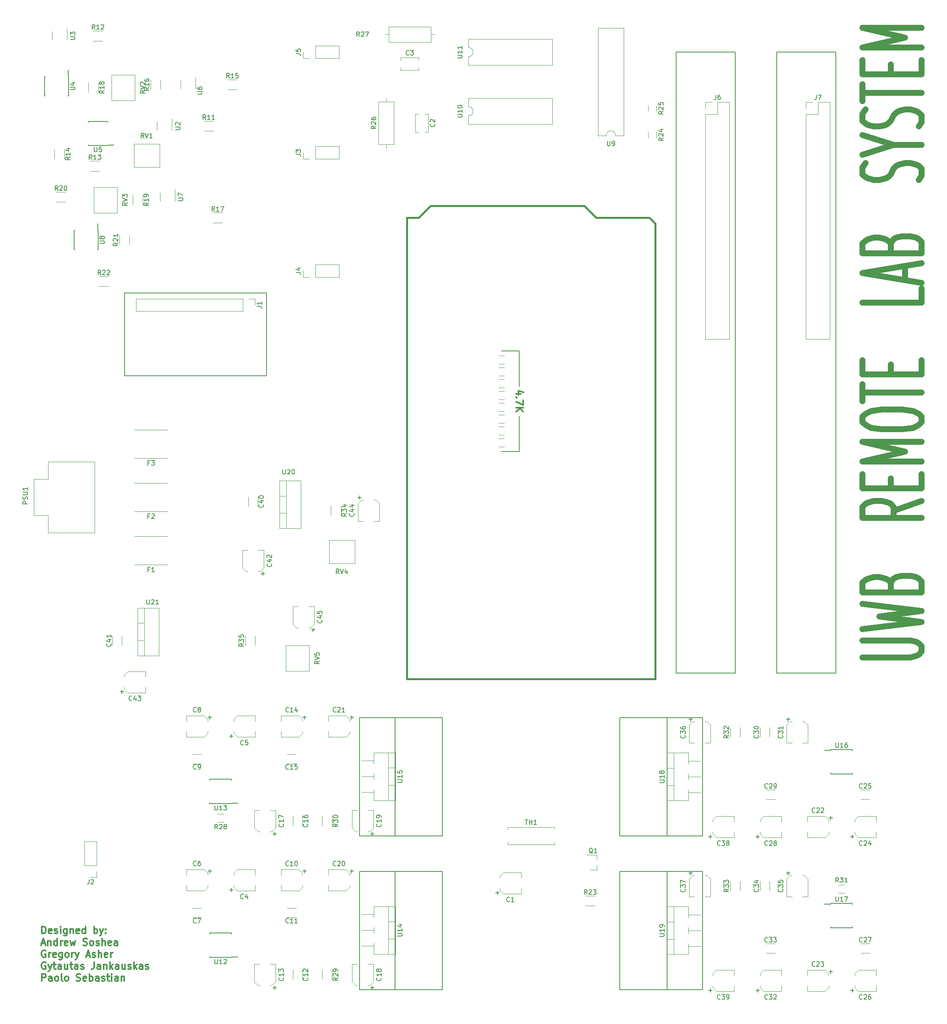
<source format=gbr>
G04 #@! TF.FileFunction,Legend,Top*
%FSLAX46Y46*%
G04 Gerber Fmt 4.6, Leading zero omitted, Abs format (unit mm)*
G04 Created by KiCad (PCBNEW 4.0.6) date 07/21/17 01:23:24*
%MOMM*%
%LPD*%
G01*
G04 APERTURE LIST*
%ADD10C,0.100000*%
%ADD11C,0.300000*%
%ADD12C,1.270000*%
%ADD13C,0.200000*%
%ADD14C,0.381000*%
%ADD15C,0.120000*%
%ADD16C,0.150000*%
G04 APERTURE END LIST*
D10*
D11*
X14962143Y-215288571D02*
X14962143Y-213788571D01*
X15319286Y-213788571D01*
X15533571Y-213860000D01*
X15676429Y-214002857D01*
X15747857Y-214145714D01*
X15819286Y-214431429D01*
X15819286Y-214645714D01*
X15747857Y-214931429D01*
X15676429Y-215074286D01*
X15533571Y-215217143D01*
X15319286Y-215288571D01*
X14962143Y-215288571D01*
X17033571Y-215217143D02*
X16890714Y-215288571D01*
X16605000Y-215288571D01*
X16462143Y-215217143D01*
X16390714Y-215074286D01*
X16390714Y-214502857D01*
X16462143Y-214360000D01*
X16605000Y-214288571D01*
X16890714Y-214288571D01*
X17033571Y-214360000D01*
X17105000Y-214502857D01*
X17105000Y-214645714D01*
X16390714Y-214788571D01*
X17676428Y-215217143D02*
X17819285Y-215288571D01*
X18105000Y-215288571D01*
X18247857Y-215217143D01*
X18319285Y-215074286D01*
X18319285Y-215002857D01*
X18247857Y-214860000D01*
X18105000Y-214788571D01*
X17890714Y-214788571D01*
X17747857Y-214717143D01*
X17676428Y-214574286D01*
X17676428Y-214502857D01*
X17747857Y-214360000D01*
X17890714Y-214288571D01*
X18105000Y-214288571D01*
X18247857Y-214360000D01*
X18962143Y-215288571D02*
X18962143Y-214288571D01*
X18962143Y-213788571D02*
X18890714Y-213860000D01*
X18962143Y-213931429D01*
X19033571Y-213860000D01*
X18962143Y-213788571D01*
X18962143Y-213931429D01*
X20319286Y-214288571D02*
X20319286Y-215502857D01*
X20247857Y-215645714D01*
X20176429Y-215717143D01*
X20033572Y-215788571D01*
X19819286Y-215788571D01*
X19676429Y-215717143D01*
X20319286Y-215217143D02*
X20176429Y-215288571D01*
X19890715Y-215288571D01*
X19747857Y-215217143D01*
X19676429Y-215145714D01*
X19605000Y-215002857D01*
X19605000Y-214574286D01*
X19676429Y-214431429D01*
X19747857Y-214360000D01*
X19890715Y-214288571D01*
X20176429Y-214288571D01*
X20319286Y-214360000D01*
X21033572Y-214288571D02*
X21033572Y-215288571D01*
X21033572Y-214431429D02*
X21105000Y-214360000D01*
X21247858Y-214288571D01*
X21462143Y-214288571D01*
X21605000Y-214360000D01*
X21676429Y-214502857D01*
X21676429Y-215288571D01*
X22962143Y-215217143D02*
X22819286Y-215288571D01*
X22533572Y-215288571D01*
X22390715Y-215217143D01*
X22319286Y-215074286D01*
X22319286Y-214502857D01*
X22390715Y-214360000D01*
X22533572Y-214288571D01*
X22819286Y-214288571D01*
X22962143Y-214360000D01*
X23033572Y-214502857D01*
X23033572Y-214645714D01*
X22319286Y-214788571D01*
X24319286Y-215288571D02*
X24319286Y-213788571D01*
X24319286Y-215217143D02*
X24176429Y-215288571D01*
X23890715Y-215288571D01*
X23747857Y-215217143D01*
X23676429Y-215145714D01*
X23605000Y-215002857D01*
X23605000Y-214574286D01*
X23676429Y-214431429D01*
X23747857Y-214360000D01*
X23890715Y-214288571D01*
X24176429Y-214288571D01*
X24319286Y-214360000D01*
X26176429Y-215288571D02*
X26176429Y-213788571D01*
X26176429Y-214360000D02*
X26319286Y-214288571D01*
X26605000Y-214288571D01*
X26747857Y-214360000D01*
X26819286Y-214431429D01*
X26890715Y-214574286D01*
X26890715Y-215002857D01*
X26819286Y-215145714D01*
X26747857Y-215217143D01*
X26605000Y-215288571D01*
X26319286Y-215288571D01*
X26176429Y-215217143D01*
X27390715Y-214288571D02*
X27747858Y-215288571D01*
X28105000Y-214288571D02*
X27747858Y-215288571D01*
X27605000Y-215645714D01*
X27533572Y-215717143D01*
X27390715Y-215788571D01*
X28676429Y-215145714D02*
X28747857Y-215217143D01*
X28676429Y-215288571D01*
X28605000Y-215217143D01*
X28676429Y-215145714D01*
X28676429Y-215288571D01*
X28676429Y-214360000D02*
X28747857Y-214431429D01*
X28676429Y-214502857D01*
X28605000Y-214431429D01*
X28676429Y-214360000D01*
X28676429Y-214502857D01*
X14890714Y-217410000D02*
X15605000Y-217410000D01*
X14747857Y-217838571D02*
X15247857Y-216338571D01*
X15747857Y-217838571D01*
X16247857Y-216838571D02*
X16247857Y-217838571D01*
X16247857Y-216981429D02*
X16319285Y-216910000D01*
X16462143Y-216838571D01*
X16676428Y-216838571D01*
X16819285Y-216910000D01*
X16890714Y-217052857D01*
X16890714Y-217838571D01*
X18247857Y-217838571D02*
X18247857Y-216338571D01*
X18247857Y-217767143D02*
X18105000Y-217838571D01*
X17819286Y-217838571D01*
X17676428Y-217767143D01*
X17605000Y-217695714D01*
X17533571Y-217552857D01*
X17533571Y-217124286D01*
X17605000Y-216981429D01*
X17676428Y-216910000D01*
X17819286Y-216838571D01*
X18105000Y-216838571D01*
X18247857Y-216910000D01*
X18962143Y-217838571D02*
X18962143Y-216838571D01*
X18962143Y-217124286D02*
X19033571Y-216981429D01*
X19105000Y-216910000D01*
X19247857Y-216838571D01*
X19390714Y-216838571D01*
X20462142Y-217767143D02*
X20319285Y-217838571D01*
X20033571Y-217838571D01*
X19890714Y-217767143D01*
X19819285Y-217624286D01*
X19819285Y-217052857D01*
X19890714Y-216910000D01*
X20033571Y-216838571D01*
X20319285Y-216838571D01*
X20462142Y-216910000D01*
X20533571Y-217052857D01*
X20533571Y-217195714D01*
X19819285Y-217338571D01*
X21033571Y-216838571D02*
X21319285Y-217838571D01*
X21604999Y-217124286D01*
X21890714Y-217838571D01*
X22176428Y-216838571D01*
X23819285Y-217767143D02*
X24033571Y-217838571D01*
X24390714Y-217838571D01*
X24533571Y-217767143D01*
X24605000Y-217695714D01*
X24676428Y-217552857D01*
X24676428Y-217410000D01*
X24605000Y-217267143D01*
X24533571Y-217195714D01*
X24390714Y-217124286D01*
X24105000Y-217052857D01*
X23962142Y-216981429D01*
X23890714Y-216910000D01*
X23819285Y-216767143D01*
X23819285Y-216624286D01*
X23890714Y-216481429D01*
X23962142Y-216410000D01*
X24105000Y-216338571D01*
X24462142Y-216338571D01*
X24676428Y-216410000D01*
X25533571Y-217838571D02*
X25390713Y-217767143D01*
X25319285Y-217695714D01*
X25247856Y-217552857D01*
X25247856Y-217124286D01*
X25319285Y-216981429D01*
X25390713Y-216910000D01*
X25533571Y-216838571D01*
X25747856Y-216838571D01*
X25890713Y-216910000D01*
X25962142Y-216981429D01*
X26033571Y-217124286D01*
X26033571Y-217552857D01*
X25962142Y-217695714D01*
X25890713Y-217767143D01*
X25747856Y-217838571D01*
X25533571Y-217838571D01*
X26604999Y-217767143D02*
X26747856Y-217838571D01*
X27033571Y-217838571D01*
X27176428Y-217767143D01*
X27247856Y-217624286D01*
X27247856Y-217552857D01*
X27176428Y-217410000D01*
X27033571Y-217338571D01*
X26819285Y-217338571D01*
X26676428Y-217267143D01*
X26604999Y-217124286D01*
X26604999Y-217052857D01*
X26676428Y-216910000D01*
X26819285Y-216838571D01*
X27033571Y-216838571D01*
X27176428Y-216910000D01*
X27890714Y-217838571D02*
X27890714Y-216338571D01*
X28533571Y-217838571D02*
X28533571Y-217052857D01*
X28462142Y-216910000D01*
X28319285Y-216838571D01*
X28105000Y-216838571D01*
X27962142Y-216910000D01*
X27890714Y-216981429D01*
X29819285Y-217767143D02*
X29676428Y-217838571D01*
X29390714Y-217838571D01*
X29247857Y-217767143D01*
X29176428Y-217624286D01*
X29176428Y-217052857D01*
X29247857Y-216910000D01*
X29390714Y-216838571D01*
X29676428Y-216838571D01*
X29819285Y-216910000D01*
X29890714Y-217052857D01*
X29890714Y-217195714D01*
X29176428Y-217338571D01*
X31176428Y-217838571D02*
X31176428Y-217052857D01*
X31104999Y-216910000D01*
X30962142Y-216838571D01*
X30676428Y-216838571D01*
X30533571Y-216910000D01*
X31176428Y-217767143D02*
X31033571Y-217838571D01*
X30676428Y-217838571D01*
X30533571Y-217767143D01*
X30462142Y-217624286D01*
X30462142Y-217481429D01*
X30533571Y-217338571D01*
X30676428Y-217267143D01*
X31033571Y-217267143D01*
X31176428Y-217195714D01*
X15747857Y-218960000D02*
X15605000Y-218888571D01*
X15390714Y-218888571D01*
X15176429Y-218960000D01*
X15033571Y-219102857D01*
X14962143Y-219245714D01*
X14890714Y-219531429D01*
X14890714Y-219745714D01*
X14962143Y-220031429D01*
X15033571Y-220174286D01*
X15176429Y-220317143D01*
X15390714Y-220388571D01*
X15533571Y-220388571D01*
X15747857Y-220317143D01*
X15819286Y-220245714D01*
X15819286Y-219745714D01*
X15533571Y-219745714D01*
X16462143Y-220388571D02*
X16462143Y-219388571D01*
X16462143Y-219674286D02*
X16533571Y-219531429D01*
X16605000Y-219460000D01*
X16747857Y-219388571D01*
X16890714Y-219388571D01*
X17962142Y-220317143D02*
X17819285Y-220388571D01*
X17533571Y-220388571D01*
X17390714Y-220317143D01*
X17319285Y-220174286D01*
X17319285Y-219602857D01*
X17390714Y-219460000D01*
X17533571Y-219388571D01*
X17819285Y-219388571D01*
X17962142Y-219460000D01*
X18033571Y-219602857D01*
X18033571Y-219745714D01*
X17319285Y-219888571D01*
X19319285Y-219388571D02*
X19319285Y-220602857D01*
X19247856Y-220745714D01*
X19176428Y-220817143D01*
X19033571Y-220888571D01*
X18819285Y-220888571D01*
X18676428Y-220817143D01*
X19319285Y-220317143D02*
X19176428Y-220388571D01*
X18890714Y-220388571D01*
X18747856Y-220317143D01*
X18676428Y-220245714D01*
X18604999Y-220102857D01*
X18604999Y-219674286D01*
X18676428Y-219531429D01*
X18747856Y-219460000D01*
X18890714Y-219388571D01*
X19176428Y-219388571D01*
X19319285Y-219460000D01*
X20247857Y-220388571D02*
X20104999Y-220317143D01*
X20033571Y-220245714D01*
X19962142Y-220102857D01*
X19962142Y-219674286D01*
X20033571Y-219531429D01*
X20104999Y-219460000D01*
X20247857Y-219388571D01*
X20462142Y-219388571D01*
X20604999Y-219460000D01*
X20676428Y-219531429D01*
X20747857Y-219674286D01*
X20747857Y-220102857D01*
X20676428Y-220245714D01*
X20604999Y-220317143D01*
X20462142Y-220388571D01*
X20247857Y-220388571D01*
X21390714Y-220388571D02*
X21390714Y-219388571D01*
X21390714Y-219674286D02*
X21462142Y-219531429D01*
X21533571Y-219460000D01*
X21676428Y-219388571D01*
X21819285Y-219388571D01*
X22176428Y-219388571D02*
X22533571Y-220388571D01*
X22890713Y-219388571D02*
X22533571Y-220388571D01*
X22390713Y-220745714D01*
X22319285Y-220817143D01*
X22176428Y-220888571D01*
X24533570Y-219960000D02*
X25247856Y-219960000D01*
X24390713Y-220388571D02*
X24890713Y-218888571D01*
X25390713Y-220388571D01*
X25819284Y-220317143D02*
X25962141Y-220388571D01*
X26247856Y-220388571D01*
X26390713Y-220317143D01*
X26462141Y-220174286D01*
X26462141Y-220102857D01*
X26390713Y-219960000D01*
X26247856Y-219888571D01*
X26033570Y-219888571D01*
X25890713Y-219817143D01*
X25819284Y-219674286D01*
X25819284Y-219602857D01*
X25890713Y-219460000D01*
X26033570Y-219388571D01*
X26247856Y-219388571D01*
X26390713Y-219460000D01*
X27104999Y-220388571D02*
X27104999Y-218888571D01*
X27747856Y-220388571D02*
X27747856Y-219602857D01*
X27676427Y-219460000D01*
X27533570Y-219388571D01*
X27319285Y-219388571D01*
X27176427Y-219460000D01*
X27104999Y-219531429D01*
X29033570Y-220317143D02*
X28890713Y-220388571D01*
X28604999Y-220388571D01*
X28462142Y-220317143D01*
X28390713Y-220174286D01*
X28390713Y-219602857D01*
X28462142Y-219460000D01*
X28604999Y-219388571D01*
X28890713Y-219388571D01*
X29033570Y-219460000D01*
X29104999Y-219602857D01*
X29104999Y-219745714D01*
X28390713Y-219888571D01*
X29747856Y-220388571D02*
X29747856Y-219388571D01*
X29747856Y-219674286D02*
X29819284Y-219531429D01*
X29890713Y-219460000D01*
X30033570Y-219388571D01*
X30176427Y-219388571D01*
X15747857Y-221510000D02*
X15605000Y-221438571D01*
X15390714Y-221438571D01*
X15176429Y-221510000D01*
X15033571Y-221652857D01*
X14962143Y-221795714D01*
X14890714Y-222081429D01*
X14890714Y-222295714D01*
X14962143Y-222581429D01*
X15033571Y-222724286D01*
X15176429Y-222867143D01*
X15390714Y-222938571D01*
X15533571Y-222938571D01*
X15747857Y-222867143D01*
X15819286Y-222795714D01*
X15819286Y-222295714D01*
X15533571Y-222295714D01*
X16319286Y-221938571D02*
X16676429Y-222938571D01*
X17033571Y-221938571D02*
X16676429Y-222938571D01*
X16533571Y-223295714D01*
X16462143Y-223367143D01*
X16319286Y-223438571D01*
X17390714Y-221938571D02*
X17962143Y-221938571D01*
X17605000Y-221438571D02*
X17605000Y-222724286D01*
X17676428Y-222867143D01*
X17819286Y-222938571D01*
X17962143Y-222938571D01*
X19105000Y-222938571D02*
X19105000Y-222152857D01*
X19033571Y-222010000D01*
X18890714Y-221938571D01*
X18605000Y-221938571D01*
X18462143Y-222010000D01*
X19105000Y-222867143D02*
X18962143Y-222938571D01*
X18605000Y-222938571D01*
X18462143Y-222867143D01*
X18390714Y-222724286D01*
X18390714Y-222581429D01*
X18462143Y-222438571D01*
X18605000Y-222367143D01*
X18962143Y-222367143D01*
X19105000Y-222295714D01*
X20462143Y-221938571D02*
X20462143Y-222938571D01*
X19819286Y-221938571D02*
X19819286Y-222724286D01*
X19890714Y-222867143D01*
X20033572Y-222938571D01*
X20247857Y-222938571D01*
X20390714Y-222867143D01*
X20462143Y-222795714D01*
X20962143Y-221938571D02*
X21533572Y-221938571D01*
X21176429Y-221438571D02*
X21176429Y-222724286D01*
X21247857Y-222867143D01*
X21390715Y-222938571D01*
X21533572Y-222938571D01*
X22676429Y-222938571D02*
X22676429Y-222152857D01*
X22605000Y-222010000D01*
X22462143Y-221938571D01*
X22176429Y-221938571D01*
X22033572Y-222010000D01*
X22676429Y-222867143D02*
X22533572Y-222938571D01*
X22176429Y-222938571D01*
X22033572Y-222867143D01*
X21962143Y-222724286D01*
X21962143Y-222581429D01*
X22033572Y-222438571D01*
X22176429Y-222367143D01*
X22533572Y-222367143D01*
X22676429Y-222295714D01*
X23319286Y-222867143D02*
X23462143Y-222938571D01*
X23747858Y-222938571D01*
X23890715Y-222867143D01*
X23962143Y-222724286D01*
X23962143Y-222652857D01*
X23890715Y-222510000D01*
X23747858Y-222438571D01*
X23533572Y-222438571D01*
X23390715Y-222367143D01*
X23319286Y-222224286D01*
X23319286Y-222152857D01*
X23390715Y-222010000D01*
X23533572Y-221938571D01*
X23747858Y-221938571D01*
X23890715Y-222010000D01*
X26176429Y-221438571D02*
X26176429Y-222510000D01*
X26105001Y-222724286D01*
X25962144Y-222867143D01*
X25747858Y-222938571D01*
X25605001Y-222938571D01*
X27533572Y-222938571D02*
X27533572Y-222152857D01*
X27462143Y-222010000D01*
X27319286Y-221938571D01*
X27033572Y-221938571D01*
X26890715Y-222010000D01*
X27533572Y-222867143D02*
X27390715Y-222938571D01*
X27033572Y-222938571D01*
X26890715Y-222867143D01*
X26819286Y-222724286D01*
X26819286Y-222581429D01*
X26890715Y-222438571D01*
X27033572Y-222367143D01*
X27390715Y-222367143D01*
X27533572Y-222295714D01*
X28247858Y-221938571D02*
X28247858Y-222938571D01*
X28247858Y-222081429D02*
X28319286Y-222010000D01*
X28462144Y-221938571D01*
X28676429Y-221938571D01*
X28819286Y-222010000D01*
X28890715Y-222152857D01*
X28890715Y-222938571D01*
X29605001Y-222938571D02*
X29605001Y-221438571D01*
X29747858Y-222367143D02*
X30176429Y-222938571D01*
X30176429Y-221938571D02*
X29605001Y-222510000D01*
X31462144Y-222938571D02*
X31462144Y-222152857D01*
X31390715Y-222010000D01*
X31247858Y-221938571D01*
X30962144Y-221938571D01*
X30819287Y-222010000D01*
X31462144Y-222867143D02*
X31319287Y-222938571D01*
X30962144Y-222938571D01*
X30819287Y-222867143D01*
X30747858Y-222724286D01*
X30747858Y-222581429D01*
X30819287Y-222438571D01*
X30962144Y-222367143D01*
X31319287Y-222367143D01*
X31462144Y-222295714D01*
X32819287Y-221938571D02*
X32819287Y-222938571D01*
X32176430Y-221938571D02*
X32176430Y-222724286D01*
X32247858Y-222867143D01*
X32390716Y-222938571D01*
X32605001Y-222938571D01*
X32747858Y-222867143D01*
X32819287Y-222795714D01*
X33462144Y-222867143D02*
X33605001Y-222938571D01*
X33890716Y-222938571D01*
X34033573Y-222867143D01*
X34105001Y-222724286D01*
X34105001Y-222652857D01*
X34033573Y-222510000D01*
X33890716Y-222438571D01*
X33676430Y-222438571D01*
X33533573Y-222367143D01*
X33462144Y-222224286D01*
X33462144Y-222152857D01*
X33533573Y-222010000D01*
X33676430Y-221938571D01*
X33890716Y-221938571D01*
X34033573Y-222010000D01*
X34747859Y-222938571D02*
X34747859Y-221438571D01*
X34890716Y-222367143D02*
X35319287Y-222938571D01*
X35319287Y-221938571D02*
X34747859Y-222510000D01*
X36605002Y-222938571D02*
X36605002Y-222152857D01*
X36533573Y-222010000D01*
X36390716Y-221938571D01*
X36105002Y-221938571D01*
X35962145Y-222010000D01*
X36605002Y-222867143D02*
X36462145Y-222938571D01*
X36105002Y-222938571D01*
X35962145Y-222867143D01*
X35890716Y-222724286D01*
X35890716Y-222581429D01*
X35962145Y-222438571D01*
X36105002Y-222367143D01*
X36462145Y-222367143D01*
X36605002Y-222295714D01*
X37247859Y-222867143D02*
X37390716Y-222938571D01*
X37676431Y-222938571D01*
X37819288Y-222867143D01*
X37890716Y-222724286D01*
X37890716Y-222652857D01*
X37819288Y-222510000D01*
X37676431Y-222438571D01*
X37462145Y-222438571D01*
X37319288Y-222367143D01*
X37247859Y-222224286D01*
X37247859Y-222152857D01*
X37319288Y-222010000D01*
X37462145Y-221938571D01*
X37676431Y-221938571D01*
X37819288Y-222010000D01*
X14962143Y-225488571D02*
X14962143Y-223988571D01*
X15533571Y-223988571D01*
X15676429Y-224060000D01*
X15747857Y-224131429D01*
X15819286Y-224274286D01*
X15819286Y-224488571D01*
X15747857Y-224631429D01*
X15676429Y-224702857D01*
X15533571Y-224774286D01*
X14962143Y-224774286D01*
X17105000Y-225488571D02*
X17105000Y-224702857D01*
X17033571Y-224560000D01*
X16890714Y-224488571D01*
X16605000Y-224488571D01*
X16462143Y-224560000D01*
X17105000Y-225417143D02*
X16962143Y-225488571D01*
X16605000Y-225488571D01*
X16462143Y-225417143D01*
X16390714Y-225274286D01*
X16390714Y-225131429D01*
X16462143Y-224988571D01*
X16605000Y-224917143D01*
X16962143Y-224917143D01*
X17105000Y-224845714D01*
X18033572Y-225488571D02*
X17890714Y-225417143D01*
X17819286Y-225345714D01*
X17747857Y-225202857D01*
X17747857Y-224774286D01*
X17819286Y-224631429D01*
X17890714Y-224560000D01*
X18033572Y-224488571D01*
X18247857Y-224488571D01*
X18390714Y-224560000D01*
X18462143Y-224631429D01*
X18533572Y-224774286D01*
X18533572Y-225202857D01*
X18462143Y-225345714D01*
X18390714Y-225417143D01*
X18247857Y-225488571D01*
X18033572Y-225488571D01*
X19390715Y-225488571D02*
X19247857Y-225417143D01*
X19176429Y-225274286D01*
X19176429Y-223988571D01*
X20176429Y-225488571D02*
X20033571Y-225417143D01*
X19962143Y-225345714D01*
X19890714Y-225202857D01*
X19890714Y-224774286D01*
X19962143Y-224631429D01*
X20033571Y-224560000D01*
X20176429Y-224488571D01*
X20390714Y-224488571D01*
X20533571Y-224560000D01*
X20605000Y-224631429D01*
X20676429Y-224774286D01*
X20676429Y-225202857D01*
X20605000Y-225345714D01*
X20533571Y-225417143D01*
X20390714Y-225488571D01*
X20176429Y-225488571D01*
X22390714Y-225417143D02*
X22605000Y-225488571D01*
X22962143Y-225488571D01*
X23105000Y-225417143D01*
X23176429Y-225345714D01*
X23247857Y-225202857D01*
X23247857Y-225060000D01*
X23176429Y-224917143D01*
X23105000Y-224845714D01*
X22962143Y-224774286D01*
X22676429Y-224702857D01*
X22533571Y-224631429D01*
X22462143Y-224560000D01*
X22390714Y-224417143D01*
X22390714Y-224274286D01*
X22462143Y-224131429D01*
X22533571Y-224060000D01*
X22676429Y-223988571D01*
X23033571Y-223988571D01*
X23247857Y-224060000D01*
X24462142Y-225417143D02*
X24319285Y-225488571D01*
X24033571Y-225488571D01*
X23890714Y-225417143D01*
X23819285Y-225274286D01*
X23819285Y-224702857D01*
X23890714Y-224560000D01*
X24033571Y-224488571D01*
X24319285Y-224488571D01*
X24462142Y-224560000D01*
X24533571Y-224702857D01*
X24533571Y-224845714D01*
X23819285Y-224988571D01*
X25176428Y-225488571D02*
X25176428Y-223988571D01*
X25176428Y-224560000D02*
X25319285Y-224488571D01*
X25604999Y-224488571D01*
X25747856Y-224560000D01*
X25819285Y-224631429D01*
X25890714Y-224774286D01*
X25890714Y-225202857D01*
X25819285Y-225345714D01*
X25747856Y-225417143D01*
X25604999Y-225488571D01*
X25319285Y-225488571D01*
X25176428Y-225417143D01*
X27176428Y-225488571D02*
X27176428Y-224702857D01*
X27104999Y-224560000D01*
X26962142Y-224488571D01*
X26676428Y-224488571D01*
X26533571Y-224560000D01*
X27176428Y-225417143D02*
X27033571Y-225488571D01*
X26676428Y-225488571D01*
X26533571Y-225417143D01*
X26462142Y-225274286D01*
X26462142Y-225131429D01*
X26533571Y-224988571D01*
X26676428Y-224917143D01*
X27033571Y-224917143D01*
X27176428Y-224845714D01*
X27819285Y-225417143D02*
X27962142Y-225488571D01*
X28247857Y-225488571D01*
X28390714Y-225417143D01*
X28462142Y-225274286D01*
X28462142Y-225202857D01*
X28390714Y-225060000D01*
X28247857Y-224988571D01*
X28033571Y-224988571D01*
X27890714Y-224917143D01*
X27819285Y-224774286D01*
X27819285Y-224702857D01*
X27890714Y-224560000D01*
X28033571Y-224488571D01*
X28247857Y-224488571D01*
X28390714Y-224560000D01*
X28890714Y-224488571D02*
X29462143Y-224488571D01*
X29105000Y-223988571D02*
X29105000Y-225274286D01*
X29176428Y-225417143D01*
X29319286Y-225488571D01*
X29462143Y-225488571D01*
X29962143Y-225488571D02*
X29962143Y-224488571D01*
X29962143Y-223988571D02*
X29890714Y-224060000D01*
X29962143Y-224131429D01*
X30033571Y-224060000D01*
X29962143Y-223988571D01*
X29962143Y-224131429D01*
X31319286Y-225488571D02*
X31319286Y-224702857D01*
X31247857Y-224560000D01*
X31105000Y-224488571D01*
X30819286Y-224488571D01*
X30676429Y-224560000D01*
X31319286Y-225417143D02*
X31176429Y-225488571D01*
X30819286Y-225488571D01*
X30676429Y-225417143D01*
X30605000Y-225274286D01*
X30605000Y-225131429D01*
X30676429Y-224988571D01*
X30819286Y-224917143D01*
X31176429Y-224917143D01*
X31319286Y-224845714D01*
X32033572Y-224488571D02*
X32033572Y-225488571D01*
X32033572Y-224631429D02*
X32105000Y-224560000D01*
X32247858Y-224488571D01*
X32462143Y-224488571D01*
X32605000Y-224560000D01*
X32676429Y-224702857D01*
X32676429Y-225488571D01*
D12*
X191165238Y-155968095D02*
X201446190Y-155968095D01*
X202655714Y-155665714D01*
X203260476Y-155363333D01*
X203865238Y-154758571D01*
X203865238Y-153549048D01*
X203260476Y-152944286D01*
X202655714Y-152641905D01*
X201446190Y-152339524D01*
X191165238Y-152339524D01*
X191165238Y-149920476D02*
X203865238Y-148408571D01*
X194793810Y-147199048D01*
X203865238Y-145989524D01*
X191165238Y-144477619D01*
X197212857Y-139941905D02*
X197817619Y-139034762D01*
X198422381Y-138732381D01*
X199631905Y-138430000D01*
X201446190Y-138430000D01*
X202655714Y-138732381D01*
X203260476Y-139034762D01*
X203865238Y-139639524D01*
X203865238Y-142058571D01*
X191165238Y-142058571D01*
X191165238Y-139941905D01*
X191770000Y-139337143D01*
X192374762Y-139034762D01*
X193584286Y-138732381D01*
X194793810Y-138732381D01*
X196003333Y-139034762D01*
X196608095Y-139337143D01*
X197212857Y-139941905D01*
X197212857Y-142058571D01*
X203865238Y-122403810D02*
X197817619Y-124520476D01*
X203865238Y-126032381D02*
X191165238Y-126032381D01*
X191165238Y-123613334D01*
X191770000Y-123008572D01*
X192374762Y-122706191D01*
X193584286Y-122403810D01*
X195398571Y-122403810D01*
X196608095Y-122706191D01*
X197212857Y-123008572D01*
X197817619Y-123613334D01*
X197817619Y-126032381D01*
X197212857Y-119682381D02*
X197212857Y-117565715D01*
X203865238Y-116658572D02*
X203865238Y-119682381D01*
X191165238Y-119682381D01*
X191165238Y-116658572D01*
X203865238Y-113937143D02*
X191165238Y-113937143D01*
X200236667Y-111820477D01*
X191165238Y-109703810D01*
X203865238Y-109703810D01*
X191165238Y-105470476D02*
X191165238Y-104260953D01*
X191770000Y-103656191D01*
X192979524Y-103051429D01*
X195398571Y-102749048D01*
X199631905Y-102749048D01*
X202050952Y-103051429D01*
X203260476Y-103656191D01*
X203865238Y-104260953D01*
X203865238Y-105470476D01*
X203260476Y-106075238D01*
X202050952Y-106680000D01*
X199631905Y-106982381D01*
X195398571Y-106982381D01*
X192979524Y-106680000D01*
X191770000Y-106075238D01*
X191165238Y-105470476D01*
X191165238Y-100934762D02*
X191165238Y-97306191D01*
X203865238Y-99120476D02*
X191165238Y-99120476D01*
X197212857Y-95189524D02*
X197212857Y-93072858D01*
X203865238Y-92165715D02*
X203865238Y-95189524D01*
X191165238Y-95189524D01*
X191165238Y-92165715D01*
X203865238Y-76744287D02*
X203865238Y-79768096D01*
X191165238Y-79768096D01*
X200236667Y-74930001D02*
X200236667Y-71906192D01*
X203865238Y-75534763D02*
X191165238Y-73418096D01*
X203865238Y-71301430D01*
X197212857Y-67068097D02*
X197817619Y-66160954D01*
X198422381Y-65858573D01*
X199631905Y-65556192D01*
X201446190Y-65556192D01*
X202655714Y-65858573D01*
X203260476Y-66160954D01*
X203865238Y-66765716D01*
X203865238Y-69184763D01*
X191165238Y-69184763D01*
X191165238Y-67068097D01*
X191770000Y-66463335D01*
X192374762Y-66160954D01*
X193584286Y-65858573D01*
X194793810Y-65858573D01*
X196003333Y-66160954D01*
X196608095Y-66463335D01*
X197212857Y-67068097D01*
X197212857Y-69184763D01*
X203260476Y-53460954D02*
X203865238Y-52553811D01*
X203865238Y-51041907D01*
X203260476Y-50437145D01*
X202655714Y-50134764D01*
X201446190Y-49832383D01*
X200236667Y-49832383D01*
X199027143Y-50134764D01*
X198422381Y-50437145D01*
X197817619Y-51041907D01*
X197212857Y-52251430D01*
X196608095Y-52856192D01*
X196003333Y-53158573D01*
X194793810Y-53460954D01*
X193584286Y-53460954D01*
X192374762Y-53158573D01*
X191770000Y-52856192D01*
X191165238Y-52251430D01*
X191165238Y-50739526D01*
X191770000Y-49832383D01*
X197817619Y-45901430D02*
X203865238Y-45901430D01*
X191165238Y-48018097D02*
X197817619Y-45901430D01*
X191165238Y-43784764D01*
X203260476Y-41970478D02*
X203865238Y-41063335D01*
X203865238Y-39551431D01*
X203260476Y-38946669D01*
X202655714Y-38644288D01*
X201446190Y-38341907D01*
X200236667Y-38341907D01*
X199027143Y-38644288D01*
X198422381Y-38946669D01*
X197817619Y-39551431D01*
X197212857Y-40760954D01*
X196608095Y-41365716D01*
X196003333Y-41668097D01*
X194793810Y-41970478D01*
X193584286Y-41970478D01*
X192374762Y-41668097D01*
X191770000Y-41365716D01*
X191165238Y-40760954D01*
X191165238Y-39249050D01*
X191770000Y-38341907D01*
X191165238Y-36527621D02*
X191165238Y-32899050D01*
X203865238Y-34713335D02*
X191165238Y-34713335D01*
X197212857Y-30782383D02*
X197212857Y-28665717D01*
X203865238Y-27758574D02*
X203865238Y-30782383D01*
X191165238Y-30782383D01*
X191165238Y-27758574D01*
X203865238Y-25037145D02*
X191165238Y-25037145D01*
X200236667Y-22920479D01*
X191165238Y-20803812D01*
X203865238Y-20803812D01*
D13*
X32702500Y-95567500D02*
X32702500Y-77787500D01*
X63182500Y-95567500D02*
X32702500Y-95567500D01*
X63182500Y-77787500D02*
X63182500Y-95567500D01*
X32702500Y-77787500D02*
X63182500Y-77787500D01*
X117475000Y-111760000D02*
X113665000Y-111760000D01*
X117475000Y-104140000D02*
X117475000Y-111760000D01*
X117475000Y-90170000D02*
X113665000Y-90170000D01*
X117475000Y-97790000D02*
X117475000Y-90170000D01*
D11*
X117796429Y-99429286D02*
X116796429Y-99429286D01*
X118367857Y-99072143D02*
X117296429Y-98715000D01*
X117296429Y-99643572D01*
X116939286Y-100215000D02*
X116867857Y-100286428D01*
X116796429Y-100215000D01*
X116867857Y-100143571D01*
X116939286Y-100215000D01*
X116796429Y-100215000D01*
X118296429Y-100786429D02*
X118296429Y-101786429D01*
X116796429Y-101143572D01*
X116796429Y-102357857D02*
X118296429Y-102357857D01*
X116796429Y-103215000D02*
X117653571Y-102572143D01*
X118296429Y-103215000D02*
X117439286Y-102357857D01*
D13*
X172720000Y-159385000D02*
X172720000Y-26035000D01*
X185420000Y-159385000D02*
X172720000Y-159385000D01*
X185420000Y-26035000D02*
X185420000Y-159385000D01*
X172720000Y-26035000D02*
X185420000Y-26035000D01*
X151130000Y-159385000D02*
X151130000Y-26035000D01*
X163830000Y-159385000D02*
X151130000Y-159385000D01*
X163830000Y-26035000D02*
X163830000Y-159385000D01*
X151130000Y-26035000D02*
X163830000Y-26035000D01*
D14*
X93345000Y-61595000D02*
X93345000Y-160655000D01*
X146685000Y-62865000D02*
X146685000Y-160655000D01*
X133985000Y-61595000D02*
X145415000Y-61595000D01*
X145415000Y-61595000D02*
X146685000Y-62865000D01*
X93345000Y-160655000D02*
X146685000Y-160655000D01*
X133985000Y-61595000D02*
X131445000Y-59055000D01*
X131445000Y-59055000D02*
X98425000Y-59055000D01*
X98425000Y-59055000D02*
X95885000Y-61595000D01*
X95885000Y-61595000D02*
X93345000Y-61595000D01*
D15*
X78800000Y-48955000D02*
X78800000Y-46295000D01*
X73660000Y-48955000D02*
X78800000Y-48955000D01*
X73660000Y-46295000D02*
X78800000Y-46295000D01*
X73660000Y-48955000D02*
X73660000Y-46295000D01*
X72390000Y-48955000D02*
X71060000Y-48955000D01*
X71060000Y-48955000D02*
X71060000Y-47625000D01*
X157420000Y-87690000D02*
X162620000Y-87690000D01*
X157420000Y-39370000D02*
X157420000Y-87690000D01*
X162620000Y-36770000D02*
X162620000Y-87690000D01*
X157420000Y-39370000D02*
X160020000Y-39370000D01*
X160020000Y-39370000D02*
X160020000Y-36770000D01*
X160020000Y-36770000D02*
X162620000Y-36770000D01*
X157420000Y-38100000D02*
X157420000Y-36770000D01*
X157420000Y-36770000D02*
X158750000Y-36770000D01*
X41977500Y-136082500D02*
X34857500Y-136082500D01*
X41977500Y-129982500D02*
X34857500Y-129982500D01*
D10*
X16272500Y-117702500D02*
X16272500Y-114002500D01*
X16272500Y-129202500D02*
X16272500Y-125502500D01*
X16272500Y-125502500D02*
X13272500Y-125502500D01*
X13272500Y-125502500D02*
X13272500Y-117702500D01*
X13272500Y-117702500D02*
X16272500Y-117702500D01*
X16272500Y-129202500D02*
X26272500Y-129202500D01*
X26272500Y-129202500D02*
X26272500Y-114002500D01*
X26272500Y-114002500D02*
X16272500Y-114002500D01*
D15*
X97880000Y-39295000D02*
X97880000Y-43215000D01*
X95160000Y-39295000D02*
X95160000Y-43215000D01*
X97880000Y-39295000D02*
X97270000Y-39295000D01*
X95770000Y-39295000D02*
X95160000Y-39295000D01*
X97880000Y-43215000D02*
X97270000Y-43215000D01*
X95770000Y-43215000D02*
X95160000Y-43215000D01*
X92000000Y-27215000D02*
X95920000Y-27215000D01*
X92000000Y-29935000D02*
X95920000Y-29935000D01*
X92000000Y-27215000D02*
X92000000Y-27825000D01*
X92000000Y-29325000D02*
X92000000Y-29935000D01*
X95920000Y-27215000D02*
X95920000Y-27825000D01*
X95920000Y-29325000D02*
X95920000Y-29935000D01*
X70870000Y-172335000D02*
X70870000Y-171935000D01*
X66290000Y-173105000D02*
X66290000Y-171935000D01*
X66290000Y-168525000D02*
X66290000Y-169695000D01*
X70870000Y-169295000D02*
X70870000Y-169695000D01*
X70100000Y-168525000D02*
X66290000Y-168525000D01*
X70100000Y-168525000D02*
X70870000Y-169295000D01*
X70100000Y-173105000D02*
X66290000Y-173105000D01*
X70100000Y-173105000D02*
X70870000Y-172335000D01*
X61345000Y-193425000D02*
X61745000Y-193425000D01*
X60575000Y-188845000D02*
X61745000Y-188845000D01*
X65155000Y-188845000D02*
X63985000Y-188845000D01*
X64385000Y-193425000D02*
X63985000Y-193425000D01*
X65155000Y-192655000D02*
X65155000Y-188845000D01*
X65155000Y-192655000D02*
X64385000Y-193425000D01*
X60575000Y-192655000D02*
X60575000Y-188845000D01*
X60575000Y-192655000D02*
X61345000Y-193425000D01*
X50550000Y-172335000D02*
X50550000Y-171935000D01*
X45970000Y-173105000D02*
X45970000Y-171935000D01*
X45970000Y-168525000D02*
X45970000Y-169695000D01*
X50550000Y-169295000D02*
X50550000Y-169695000D01*
X49780000Y-168525000D02*
X45970000Y-168525000D01*
X49780000Y-168525000D02*
X50550000Y-169295000D01*
X49780000Y-173105000D02*
X45970000Y-173105000D01*
X49780000Y-173105000D02*
X50550000Y-172335000D01*
X70870000Y-205355000D02*
X70870000Y-204955000D01*
X66290000Y-206125000D02*
X66290000Y-204955000D01*
X66290000Y-201545000D02*
X66290000Y-202715000D01*
X70870000Y-202315000D02*
X70870000Y-202715000D01*
X70100000Y-201545000D02*
X66290000Y-201545000D01*
X70100000Y-201545000D02*
X70870000Y-202315000D01*
X70100000Y-206125000D02*
X66290000Y-206125000D01*
X70100000Y-206125000D02*
X70870000Y-205355000D01*
X61345000Y-226445000D02*
X61745000Y-226445000D01*
X60575000Y-221865000D02*
X61745000Y-221865000D01*
X65155000Y-221865000D02*
X63985000Y-221865000D01*
X64385000Y-226445000D02*
X63985000Y-226445000D01*
X65155000Y-225675000D02*
X65155000Y-221865000D01*
X65155000Y-225675000D02*
X64385000Y-226445000D01*
X60575000Y-225675000D02*
X60575000Y-221865000D01*
X60575000Y-225675000D02*
X61345000Y-226445000D01*
X50550000Y-205355000D02*
X50550000Y-204955000D01*
X45970000Y-206125000D02*
X45970000Y-204955000D01*
X45970000Y-201545000D02*
X45970000Y-202715000D01*
X50550000Y-202315000D02*
X50550000Y-202715000D01*
X49780000Y-201545000D02*
X45970000Y-201545000D01*
X49780000Y-201545000D02*
X50550000Y-202315000D01*
X49780000Y-206125000D02*
X45970000Y-206125000D01*
X49780000Y-206125000D02*
X50550000Y-205355000D01*
X56130000Y-202315000D02*
X56130000Y-202715000D01*
X60710000Y-201545000D02*
X60710000Y-202715000D01*
X60710000Y-206125000D02*
X60710000Y-204955000D01*
X56130000Y-205355000D02*
X56130000Y-204955000D01*
X56900000Y-206125000D02*
X60710000Y-206125000D01*
X56900000Y-206125000D02*
X56130000Y-205355000D01*
X56900000Y-201545000D02*
X60710000Y-201545000D01*
X56900000Y-201545000D02*
X56130000Y-202315000D01*
X56130000Y-169295000D02*
X56130000Y-169695000D01*
X60710000Y-168525000D02*
X60710000Y-169695000D01*
X60710000Y-173105000D02*
X60710000Y-171935000D01*
X56130000Y-172335000D02*
X56130000Y-171935000D01*
X56900000Y-173105000D02*
X60710000Y-173105000D01*
X56900000Y-173105000D02*
X56130000Y-172335000D01*
X56900000Y-168525000D02*
X60710000Y-168525000D01*
X56900000Y-168525000D02*
X56130000Y-169295000D01*
X82300000Y-193425000D02*
X82700000Y-193425000D01*
X81530000Y-188845000D02*
X82700000Y-188845000D01*
X86110000Y-188845000D02*
X84940000Y-188845000D01*
X85340000Y-193425000D02*
X84940000Y-193425000D01*
X86110000Y-192655000D02*
X86110000Y-188845000D01*
X86110000Y-192655000D02*
X85340000Y-193425000D01*
X81530000Y-192655000D02*
X81530000Y-188845000D01*
X81530000Y-192655000D02*
X82300000Y-193425000D01*
X81030000Y-172335000D02*
X81030000Y-171935000D01*
X76450000Y-173105000D02*
X76450000Y-171935000D01*
X76450000Y-168525000D02*
X76450000Y-169695000D01*
X81030000Y-169295000D02*
X81030000Y-169695000D01*
X80260000Y-168525000D02*
X76450000Y-168525000D01*
X80260000Y-168525000D02*
X81030000Y-169295000D01*
X80260000Y-173105000D02*
X76450000Y-173105000D01*
X80260000Y-173105000D02*
X81030000Y-172335000D01*
X82300000Y-226445000D02*
X82700000Y-226445000D01*
X81530000Y-221865000D02*
X82700000Y-221865000D01*
X86110000Y-221865000D02*
X84940000Y-221865000D01*
X85340000Y-226445000D02*
X84940000Y-226445000D01*
X86110000Y-225675000D02*
X86110000Y-221865000D01*
X86110000Y-225675000D02*
X85340000Y-226445000D01*
X81530000Y-225675000D02*
X81530000Y-221865000D01*
X81530000Y-225675000D02*
X82300000Y-226445000D01*
X81030000Y-205355000D02*
X81030000Y-204955000D01*
X76450000Y-206125000D02*
X76450000Y-204955000D01*
X76450000Y-201545000D02*
X76450000Y-202715000D01*
X81030000Y-202315000D02*
X81030000Y-202715000D01*
X80260000Y-201545000D02*
X76450000Y-201545000D01*
X80260000Y-201545000D02*
X81030000Y-202315000D01*
X80260000Y-206125000D02*
X76450000Y-206125000D01*
X80260000Y-206125000D02*
X81030000Y-205355000D01*
X169160000Y-223905000D02*
X169160000Y-224305000D01*
X173740000Y-223135000D02*
X173740000Y-224305000D01*
X173740000Y-227715000D02*
X173740000Y-226545000D01*
X169160000Y-226945000D02*
X169160000Y-226545000D01*
X169930000Y-227715000D02*
X173740000Y-227715000D01*
X169930000Y-227715000D02*
X169160000Y-226945000D01*
X169930000Y-223135000D02*
X173740000Y-223135000D01*
X169930000Y-223135000D02*
X169160000Y-223905000D01*
X178685000Y-202815000D02*
X178285000Y-202815000D01*
X179455000Y-207395000D02*
X178285000Y-207395000D01*
X174875000Y-207395000D02*
X176045000Y-207395000D01*
X175645000Y-202815000D02*
X176045000Y-202815000D01*
X174875000Y-203585000D02*
X174875000Y-207395000D01*
X174875000Y-203585000D02*
X175645000Y-202815000D01*
X179455000Y-203585000D02*
X179455000Y-207395000D01*
X179455000Y-203585000D02*
X178685000Y-202815000D01*
X189480000Y-223905000D02*
X189480000Y-224305000D01*
X194060000Y-223135000D02*
X194060000Y-224305000D01*
X194060000Y-227715000D02*
X194060000Y-226545000D01*
X189480000Y-226945000D02*
X189480000Y-226545000D01*
X190250000Y-227715000D02*
X194060000Y-227715000D01*
X190250000Y-227715000D02*
X189480000Y-226945000D01*
X190250000Y-223135000D02*
X194060000Y-223135000D01*
X190250000Y-223135000D02*
X189480000Y-223905000D01*
X169160000Y-190885000D02*
X169160000Y-191285000D01*
X173740000Y-190115000D02*
X173740000Y-191285000D01*
X173740000Y-194695000D02*
X173740000Y-193525000D01*
X169160000Y-193925000D02*
X169160000Y-193525000D01*
X169930000Y-194695000D02*
X173740000Y-194695000D01*
X169930000Y-194695000D02*
X169160000Y-193925000D01*
X169930000Y-190115000D02*
X173740000Y-190115000D01*
X169930000Y-190115000D02*
X169160000Y-190885000D01*
X178685000Y-169795000D02*
X178285000Y-169795000D01*
X179455000Y-174375000D02*
X178285000Y-174375000D01*
X174875000Y-174375000D02*
X176045000Y-174375000D01*
X175645000Y-169795000D02*
X176045000Y-169795000D01*
X174875000Y-170565000D02*
X174875000Y-174375000D01*
X174875000Y-170565000D02*
X175645000Y-169795000D01*
X179455000Y-170565000D02*
X179455000Y-174375000D01*
X179455000Y-170565000D02*
X178685000Y-169795000D01*
X189480000Y-190885000D02*
X189480000Y-191285000D01*
X194060000Y-190115000D02*
X194060000Y-191285000D01*
X194060000Y-194695000D02*
X194060000Y-193525000D01*
X189480000Y-193925000D02*
X189480000Y-193525000D01*
X190250000Y-194695000D02*
X194060000Y-194695000D01*
X190250000Y-194695000D02*
X189480000Y-193925000D01*
X190250000Y-190115000D02*
X194060000Y-190115000D01*
X190250000Y-190115000D02*
X189480000Y-190885000D01*
X183900000Y-193925000D02*
X183900000Y-193525000D01*
X179320000Y-194695000D02*
X179320000Y-193525000D01*
X179320000Y-190115000D02*
X179320000Y-191285000D01*
X183900000Y-190885000D02*
X183900000Y-191285000D01*
X183130000Y-190115000D02*
X179320000Y-190115000D01*
X183130000Y-190115000D02*
X183900000Y-190885000D01*
X183130000Y-194695000D02*
X179320000Y-194695000D01*
X183130000Y-194695000D02*
X183900000Y-193925000D01*
X183900000Y-226945000D02*
X183900000Y-226545000D01*
X179320000Y-227715000D02*
X179320000Y-226545000D01*
X179320000Y-223135000D02*
X179320000Y-224305000D01*
X183900000Y-223905000D02*
X183900000Y-224305000D01*
X183130000Y-223135000D02*
X179320000Y-223135000D01*
X183130000Y-223135000D02*
X183900000Y-223905000D01*
X183130000Y-227715000D02*
X179320000Y-227715000D01*
X183130000Y-227715000D02*
X183900000Y-226945000D01*
X157730000Y-202815000D02*
X157330000Y-202815000D01*
X158500000Y-207395000D02*
X157330000Y-207395000D01*
X153920000Y-207395000D02*
X155090000Y-207395000D01*
X154690000Y-202815000D02*
X155090000Y-202815000D01*
X153920000Y-203585000D02*
X153920000Y-207395000D01*
X153920000Y-203585000D02*
X154690000Y-202815000D01*
X158500000Y-203585000D02*
X158500000Y-207395000D01*
X158500000Y-203585000D02*
X157730000Y-202815000D01*
X159000000Y-223905000D02*
X159000000Y-224305000D01*
X163580000Y-223135000D02*
X163580000Y-224305000D01*
X163580000Y-227715000D02*
X163580000Y-226545000D01*
X159000000Y-226945000D02*
X159000000Y-226545000D01*
X159770000Y-227715000D02*
X163580000Y-227715000D01*
X159770000Y-227715000D02*
X159000000Y-226945000D01*
X159770000Y-223135000D02*
X163580000Y-223135000D01*
X159770000Y-223135000D02*
X159000000Y-223905000D01*
X157730000Y-169795000D02*
X157330000Y-169795000D01*
X158500000Y-174375000D02*
X157330000Y-174375000D01*
X153920000Y-174375000D02*
X155090000Y-174375000D01*
X154690000Y-169795000D02*
X155090000Y-169795000D01*
X153920000Y-170565000D02*
X153920000Y-174375000D01*
X153920000Y-170565000D02*
X154690000Y-169795000D01*
X158500000Y-170565000D02*
X158500000Y-174375000D01*
X158500000Y-170565000D02*
X157730000Y-169795000D01*
X159000000Y-190885000D02*
X159000000Y-191285000D01*
X163580000Y-190115000D02*
X163580000Y-191285000D01*
X163580000Y-194695000D02*
X163580000Y-193525000D01*
X159000000Y-193925000D02*
X159000000Y-193525000D01*
X159770000Y-194695000D02*
X163580000Y-194695000D01*
X159770000Y-194695000D02*
X159000000Y-193925000D01*
X159770000Y-190115000D02*
X163580000Y-190115000D01*
X159770000Y-190115000D02*
X159000000Y-190885000D01*
X58805000Y-137545000D02*
X59205000Y-137545000D01*
X58035000Y-132965000D02*
X59205000Y-132965000D01*
X62615000Y-132965000D02*
X61445000Y-132965000D01*
X61845000Y-137545000D02*
X61445000Y-137545000D01*
X62615000Y-136775000D02*
X62615000Y-132965000D01*
X62615000Y-136775000D02*
X61845000Y-137545000D01*
X58035000Y-136775000D02*
X58035000Y-132965000D01*
X58035000Y-136775000D02*
X58805000Y-137545000D01*
X32635000Y-159770000D02*
X32635000Y-160170000D01*
X37215000Y-159000000D02*
X37215000Y-160170000D01*
X37215000Y-163580000D02*
X37215000Y-162410000D01*
X32635000Y-162810000D02*
X32635000Y-162410000D01*
X33405000Y-163580000D02*
X37215000Y-163580000D01*
X33405000Y-163580000D02*
X32635000Y-162810000D01*
X33405000Y-159000000D02*
X37215000Y-159000000D01*
X33405000Y-159000000D02*
X32635000Y-159770000D01*
X86610000Y-122170000D02*
X86210000Y-122170000D01*
X87380000Y-126750000D02*
X86210000Y-126750000D01*
X82800000Y-126750000D02*
X83970000Y-126750000D01*
X83570000Y-122170000D02*
X83970000Y-122170000D01*
X82800000Y-122940000D02*
X82800000Y-126750000D01*
X82800000Y-122940000D02*
X83570000Y-122170000D01*
X87380000Y-122940000D02*
X87380000Y-126750000D01*
X87380000Y-122940000D02*
X86610000Y-122170000D01*
X69600000Y-149610000D02*
X70000000Y-149610000D01*
X68830000Y-145030000D02*
X70000000Y-145030000D01*
X73410000Y-145030000D02*
X72240000Y-145030000D01*
X72640000Y-149610000D02*
X72240000Y-149610000D01*
X73410000Y-148840000D02*
X73410000Y-145030000D01*
X73410000Y-148840000D02*
X72640000Y-149610000D01*
X68830000Y-148840000D02*
X68830000Y-145030000D01*
X68830000Y-148840000D02*
X69600000Y-149610000D01*
X113280000Y-202950000D02*
X113280000Y-203350000D01*
X117860000Y-202180000D02*
X117860000Y-203350000D01*
X117860000Y-206760000D02*
X117860000Y-205590000D01*
X113280000Y-205990000D02*
X113280000Y-205590000D01*
X114050000Y-206760000D02*
X117860000Y-206760000D01*
X114050000Y-206760000D02*
X113280000Y-205990000D01*
X114050000Y-202180000D02*
X117860000Y-202180000D01*
X114050000Y-202180000D02*
X113280000Y-202950000D01*
X58102500Y-78997500D02*
X35182500Y-78997500D01*
X35182500Y-78997500D02*
X35182500Y-81657500D01*
X35182500Y-81657500D02*
X58102500Y-81657500D01*
X58102500Y-81657500D02*
X58102500Y-78997500D01*
X59372500Y-78997500D02*
X60702500Y-78997500D01*
X60702500Y-78997500D02*
X60702500Y-80327500D01*
X26730000Y-200660000D02*
X26730000Y-195520000D01*
X26730000Y-195520000D02*
X24070000Y-195520000D01*
X24070000Y-195520000D02*
X24070000Y-200660000D01*
X24070000Y-200660000D02*
X26730000Y-200660000D01*
X26730000Y-201930000D02*
X26730000Y-203260000D01*
X26730000Y-203260000D02*
X25400000Y-203260000D01*
X134110000Y-201605000D02*
X134110000Y-200675000D01*
X134110000Y-198445000D02*
X134110000Y-199375000D01*
X134110000Y-198445000D02*
X131950000Y-198445000D01*
X134110000Y-201605000D02*
X132650000Y-201605000D01*
X146930000Y-43215000D02*
X146930000Y-44415000D01*
X145170000Y-44415000D02*
X145170000Y-43215000D01*
X145170000Y-38700000D02*
X145170000Y-37500000D01*
X146930000Y-37500000D02*
X146930000Y-38700000D01*
X114265000Y-110735000D02*
X113065000Y-110735000D01*
X113065000Y-108975000D02*
X114265000Y-108975000D01*
X114265000Y-105655000D02*
X113065000Y-105655000D01*
X113065000Y-103895000D02*
X114265000Y-103895000D01*
X114265000Y-100575000D02*
X113065000Y-100575000D01*
X113065000Y-98815000D02*
X114265000Y-98815000D01*
X114265000Y-95495000D02*
X113065000Y-95495000D01*
X113065000Y-93735000D02*
X114265000Y-93735000D01*
X114265000Y-108195000D02*
X113065000Y-108195000D01*
X113065000Y-106435000D02*
X114265000Y-106435000D01*
X114265000Y-103115000D02*
X113065000Y-103115000D01*
X113065000Y-101355000D02*
X114265000Y-101355000D01*
X114265000Y-98035000D02*
X113065000Y-98035000D01*
X113065000Y-96275000D02*
X114265000Y-96275000D01*
X114265000Y-92955000D02*
X113065000Y-92955000D01*
X113065000Y-91195000D02*
X114265000Y-91195000D01*
X51800000Y-42980000D02*
X49800000Y-42980000D01*
X49800000Y-40840000D02*
X51800000Y-40840000D01*
X27987500Y-23612500D02*
X25987500Y-23612500D01*
X25987500Y-21472500D02*
X27987500Y-21472500D01*
X27352500Y-51552500D02*
X25352500Y-51552500D01*
X25352500Y-49412500D02*
X27352500Y-49412500D01*
X17662500Y-48942500D02*
X17662500Y-46942500D01*
X19802500Y-46942500D02*
X19802500Y-48942500D01*
X56880000Y-34090000D02*
X54880000Y-34090000D01*
X54880000Y-31950000D02*
X56880000Y-31950000D01*
X40440000Y-32020000D02*
X40440000Y-34020000D01*
X38300000Y-34020000D02*
X38300000Y-32020000D01*
X87240000Y-45835000D02*
X90560000Y-45835000D01*
X90560000Y-45835000D02*
X90560000Y-36715000D01*
X90560000Y-36715000D02*
X87240000Y-36715000D01*
X87240000Y-36715000D02*
X87240000Y-45835000D01*
X88900000Y-46645000D02*
X88900000Y-45835000D01*
X88900000Y-35905000D02*
X88900000Y-36715000D01*
X98540000Y-23885000D02*
X98540000Y-20565000D01*
X98540000Y-20565000D02*
X89420000Y-20565000D01*
X89420000Y-20565000D02*
X89420000Y-23885000D01*
X89420000Y-23885000D02*
X98540000Y-23885000D01*
X99350000Y-22225000D02*
X98540000Y-22225000D01*
X88610000Y-22225000D02*
X89420000Y-22225000D01*
X53940000Y-191380000D02*
X52740000Y-191380000D01*
X52740000Y-189620000D02*
X53940000Y-189620000D01*
X75130000Y-192135000D02*
X75130000Y-190135000D01*
X77270000Y-190135000D02*
X77270000Y-192135000D01*
X75130000Y-225155000D02*
X75130000Y-223155000D01*
X77270000Y-223155000D02*
X77270000Y-225155000D01*
X186090000Y-204860000D02*
X187290000Y-204860000D01*
X187290000Y-206620000D02*
X186090000Y-206620000D01*
X164900000Y-171085000D02*
X164900000Y-173085000D01*
X162760000Y-173085000D02*
X162760000Y-171085000D01*
X164900000Y-204105000D02*
X164900000Y-206105000D01*
X162760000Y-206105000D02*
X162760000Y-204105000D01*
X77035000Y-125460000D02*
X77035000Y-123460000D01*
X79175000Y-123460000D02*
X79175000Y-125460000D01*
X60760000Y-151400000D02*
X60760000Y-153400000D01*
X58620000Y-153400000D02*
X58620000Y-151400000D01*
X133715000Y-209350000D02*
X131715000Y-209350000D01*
X131715000Y-207210000D02*
X133715000Y-207210000D01*
X24965000Y-34655000D02*
X24965000Y-32655000D01*
X27105000Y-32655000D02*
X27105000Y-34655000D01*
X53705000Y-62665000D02*
X51705000Y-62665000D01*
X51705000Y-60525000D02*
X53705000Y-60525000D01*
X34490000Y-58785000D02*
X34490000Y-56785000D01*
X36630000Y-56785000D02*
X36630000Y-58785000D01*
X20050000Y-58220000D02*
X18050000Y-58220000D01*
X18050000Y-56080000D02*
X20050000Y-56080000D01*
X33772500Y-65357500D02*
X33772500Y-67357500D01*
X31632500Y-67357500D02*
X31632500Y-65357500D01*
X29257500Y-76317500D02*
X27257500Y-76317500D01*
X27257500Y-74177500D02*
X29257500Y-74177500D01*
X115005000Y-192930000D02*
X115005000Y-192450000D01*
X115005000Y-192450000D02*
X125025000Y-192450000D01*
X125025000Y-192450000D02*
X125025000Y-192930000D01*
X115005000Y-195690000D02*
X115005000Y-196170000D01*
X115005000Y-196170000D02*
X125025000Y-196170000D01*
X125025000Y-196170000D02*
X125025000Y-195690000D01*
X65960000Y-128310000D02*
X65960000Y-118070000D01*
X70601000Y-128310000D02*
X70601000Y-118070000D01*
X65960000Y-128310000D02*
X70601000Y-128310000D01*
X65960000Y-118070000D02*
X70601000Y-118070000D01*
X67470000Y-128310000D02*
X67470000Y-118070000D01*
X65960000Y-125040000D02*
X67470000Y-125040000D01*
X65960000Y-121339000D02*
X67470000Y-121339000D01*
X35480000Y-155615000D02*
X35480000Y-145375000D01*
X40121000Y-155615000D02*
X40121000Y-145375000D01*
X35480000Y-155615000D02*
X40121000Y-155615000D01*
X35480000Y-145375000D02*
X40121000Y-145375000D01*
X36990000Y-155615000D02*
X36990000Y-145375000D01*
X35480000Y-152345000D02*
X36990000Y-152345000D01*
X35480000Y-148644000D02*
X36990000Y-148644000D01*
X138160000Y-43935000D02*
X139930000Y-43935000D01*
X139930000Y-43935000D02*
X139930000Y-20835000D01*
X139930000Y-20835000D02*
X134390000Y-20835000D01*
X134390000Y-20835000D02*
X134390000Y-43935000D01*
X134390000Y-43935000D02*
X136160000Y-43935000D01*
X136160000Y-43935000D02*
G75*
G02X138160000Y-43935000I1000000J0D01*
G01*
X106560000Y-39735000D02*
X106560000Y-41505000D01*
X106560000Y-41505000D02*
X124580000Y-41505000D01*
X124580000Y-41505000D02*
X124580000Y-35965000D01*
X124580000Y-35965000D02*
X106560000Y-35965000D01*
X106560000Y-35965000D02*
X106560000Y-37735000D01*
X106560000Y-37735000D02*
G75*
G02X106560000Y-39735000I0J-1000000D01*
G01*
X106560000Y-27035000D02*
X106560000Y-28805000D01*
X106560000Y-28805000D02*
X124580000Y-28805000D01*
X124580000Y-28805000D02*
X124580000Y-23265000D01*
X124580000Y-23265000D02*
X106560000Y-23265000D01*
X106560000Y-23265000D02*
X106560000Y-25035000D01*
X106560000Y-25035000D02*
G75*
G02X106560000Y-27035000I0J-1000000D01*
G01*
X39665000Y-41010000D02*
X39665000Y-42810000D01*
X42885000Y-42810000D02*
X42885000Y-40360000D01*
X17122500Y-21642500D02*
X17122500Y-23442500D01*
X20342500Y-23442500D02*
X20342500Y-20992500D01*
D16*
X20672500Y-31262500D02*
X20622500Y-31262500D01*
X20672500Y-35412500D02*
X20527500Y-35412500D01*
X15522500Y-35412500D02*
X15667500Y-35412500D01*
X15522500Y-31262500D02*
X15667500Y-31262500D01*
X20672500Y-31262500D02*
X20672500Y-35412500D01*
X15522500Y-31262500D02*
X15522500Y-35412500D01*
X20622500Y-31262500D02*
X20622500Y-29862500D01*
X29062500Y-46072500D02*
X29062500Y-46022500D01*
X24912500Y-46072500D02*
X24912500Y-45927500D01*
X24912500Y-40922500D02*
X24912500Y-41067500D01*
X29062500Y-40922500D02*
X29062500Y-41067500D01*
X29062500Y-46072500D02*
X24912500Y-46072500D01*
X29062500Y-40922500D02*
X24912500Y-40922500D01*
X29062500Y-46022500D02*
X30462500Y-46022500D01*
D15*
X44745000Y-32120000D02*
X44745000Y-33920000D01*
X47965000Y-33920000D02*
X47965000Y-31470000D01*
X40300000Y-56250000D02*
X40300000Y-58050000D01*
X43520000Y-58050000D02*
X43520000Y-55600000D01*
D16*
X27022500Y-64282500D02*
X26972500Y-64282500D01*
X27022500Y-68432500D02*
X26877500Y-68432500D01*
X21872500Y-68432500D02*
X22017500Y-68432500D01*
X21872500Y-64282500D02*
X22017500Y-64282500D01*
X27022500Y-64282500D02*
X27022500Y-68432500D01*
X21872500Y-64282500D02*
X21872500Y-68432500D01*
X26972500Y-64282500D02*
X26972500Y-62882500D01*
D15*
X67580000Y-178820000D02*
X69580000Y-178820000D01*
X69580000Y-176780000D02*
X67580000Y-176780000D01*
X70870000Y-192135000D02*
X70870000Y-190135000D01*
X68830000Y-190135000D02*
X68830000Y-192135000D01*
X47260000Y-178820000D02*
X49260000Y-178820000D01*
X49260000Y-176780000D02*
X47260000Y-176780000D01*
X67580000Y-211840000D02*
X69580000Y-211840000D01*
X69580000Y-209800000D02*
X67580000Y-209800000D01*
X70870000Y-225155000D02*
X70870000Y-223155000D01*
X68830000Y-223155000D02*
X68830000Y-225155000D01*
X172450000Y-217420000D02*
X170450000Y-217420000D01*
X170450000Y-219460000D02*
X172450000Y-219460000D01*
X169160000Y-204105000D02*
X169160000Y-206105000D01*
X171200000Y-206105000D02*
X171200000Y-204105000D01*
X192770000Y-217420000D02*
X190770000Y-217420000D01*
X190770000Y-219460000D02*
X192770000Y-219460000D01*
X172450000Y-184400000D02*
X170450000Y-184400000D01*
X170450000Y-186440000D02*
X172450000Y-186440000D01*
X169160000Y-171085000D02*
X169160000Y-173085000D01*
X171200000Y-173085000D02*
X171200000Y-171085000D01*
X192770000Y-184400000D02*
X190770000Y-184400000D01*
X190770000Y-186440000D02*
X192770000Y-186440000D01*
X61345000Y-123555000D02*
X61345000Y-121555000D01*
X59305000Y-121555000D02*
X59305000Y-123555000D01*
X30095000Y-151400000D02*
X30095000Y-153400000D01*
X32135000Y-153400000D02*
X32135000Y-151400000D01*
X47260000Y-211840000D02*
X49260000Y-211840000D01*
X49260000Y-209800000D02*
X47260000Y-209800000D01*
X78800000Y-74355000D02*
X78800000Y-71695000D01*
X73660000Y-74355000D02*
X78800000Y-74355000D01*
X73660000Y-71695000D02*
X78800000Y-71695000D01*
X73660000Y-74355000D02*
X73660000Y-71695000D01*
X72390000Y-74355000D02*
X71060000Y-74355000D01*
X71060000Y-74355000D02*
X71060000Y-73025000D01*
X78800000Y-27365000D02*
X78800000Y-24705000D01*
X73660000Y-27365000D02*
X78800000Y-27365000D01*
X73660000Y-24705000D02*
X78800000Y-24705000D01*
X73660000Y-27365000D02*
X73660000Y-24705000D01*
X72390000Y-27365000D02*
X71060000Y-27365000D01*
X71060000Y-27365000D02*
X71060000Y-26035000D01*
X179010000Y-87690000D02*
X184210000Y-87690000D01*
X179010000Y-39370000D02*
X179010000Y-87690000D01*
X184210000Y-36770000D02*
X184210000Y-87690000D01*
X179010000Y-39370000D02*
X181610000Y-39370000D01*
X181610000Y-39370000D02*
X181610000Y-36770000D01*
X181610000Y-36770000D02*
X184210000Y-36770000D01*
X179010000Y-38100000D02*
X179010000Y-36770000D01*
X179010000Y-36770000D02*
X180340000Y-36770000D01*
D16*
X55665000Y-220430000D02*
X55665000Y-220305000D01*
X51015000Y-220430000D02*
X51015000Y-220205000D01*
X51015000Y-215180000D02*
X51015000Y-215405000D01*
X55665000Y-215180000D02*
X55665000Y-215405000D01*
X55665000Y-220430000D02*
X51015000Y-220430000D01*
X55665000Y-215180000D02*
X51015000Y-215180000D01*
X55665000Y-220305000D02*
X57015000Y-220305000D01*
X55665000Y-187410000D02*
X55665000Y-187285000D01*
X51015000Y-187410000D02*
X51015000Y-187185000D01*
X51015000Y-182160000D02*
X51015000Y-182385000D01*
X55665000Y-182160000D02*
X55665000Y-182385000D01*
X55665000Y-187410000D02*
X51015000Y-187410000D01*
X55665000Y-182160000D02*
X51015000Y-182160000D01*
X55665000Y-187285000D02*
X57015000Y-187285000D01*
X184365000Y-175810000D02*
X184365000Y-175935000D01*
X189015000Y-175810000D02*
X189015000Y-176035000D01*
X189015000Y-181060000D02*
X189015000Y-180835000D01*
X184365000Y-181060000D02*
X184365000Y-180835000D01*
X184365000Y-175810000D02*
X189015000Y-175810000D01*
X184365000Y-181060000D02*
X189015000Y-181060000D01*
X184365000Y-175935000D02*
X183015000Y-175935000D01*
X184365000Y-208830000D02*
X184365000Y-208955000D01*
X189015000Y-208830000D02*
X189015000Y-209055000D01*
X189015000Y-214080000D02*
X189015000Y-213855000D01*
X184365000Y-214080000D02*
X184365000Y-213855000D01*
X184365000Y-208830000D02*
X189015000Y-208830000D01*
X184365000Y-214080000D02*
X189015000Y-214080000D01*
X184365000Y-208955000D02*
X183015000Y-208955000D01*
D15*
X41977500Y-124652500D02*
X34857500Y-124652500D01*
X41977500Y-118552500D02*
X34857500Y-118552500D01*
X41977500Y-113222500D02*
X34857500Y-113222500D01*
X41977500Y-107122500D02*
X34857500Y-107122500D01*
D16*
X100965000Y-194310000D02*
X83185000Y-194310000D01*
X83185000Y-194310000D02*
X83185000Y-168910000D01*
X83185000Y-168910000D02*
X100965000Y-168910000D01*
X100965000Y-168910000D02*
X100965000Y-194310000D01*
X90805000Y-194310000D02*
X90805000Y-168910000D01*
D15*
X90870000Y-176460000D02*
X90870000Y-186701000D01*
X86229000Y-176460000D02*
X86229000Y-178816000D01*
X86229000Y-180946000D02*
X86229000Y-182216000D01*
X86229000Y-184346000D02*
X86229000Y-186701000D01*
X90870000Y-176460000D02*
X86229000Y-176460000D01*
X90870000Y-186701000D02*
X86229000Y-186701000D01*
X89361000Y-176460000D02*
X89361000Y-186701000D01*
X90870000Y-179731000D02*
X89361000Y-179731000D01*
X90870000Y-183431000D02*
X89361000Y-183431000D01*
X86229000Y-178181000D02*
X83599000Y-178181000D01*
X86229000Y-181581000D02*
X83615000Y-181581000D01*
X86229000Y-184981000D02*
X83615000Y-184981000D01*
D16*
X100965000Y-227330000D02*
X83185000Y-227330000D01*
X83185000Y-227330000D02*
X83185000Y-201930000D01*
X83185000Y-201930000D02*
X100965000Y-201930000D01*
X100965000Y-201930000D02*
X100965000Y-227330000D01*
X90805000Y-227330000D02*
X90805000Y-201930000D01*
D15*
X90870000Y-209480000D02*
X90870000Y-219721000D01*
X86229000Y-209480000D02*
X86229000Y-211836000D01*
X86229000Y-213966000D02*
X86229000Y-215236000D01*
X86229000Y-217366000D02*
X86229000Y-219721000D01*
X90870000Y-209480000D02*
X86229000Y-209480000D01*
X90870000Y-219721000D02*
X86229000Y-219721000D01*
X89361000Y-209480000D02*
X89361000Y-219721000D01*
X90870000Y-212751000D02*
X89361000Y-212751000D01*
X90870000Y-216451000D02*
X89361000Y-216451000D01*
X86229000Y-211201000D02*
X83599000Y-211201000D01*
X86229000Y-214601000D02*
X83615000Y-214601000D01*
X86229000Y-218001000D02*
X83615000Y-218001000D01*
D16*
X139065000Y-201930000D02*
X156845000Y-201930000D01*
X156845000Y-201930000D02*
X156845000Y-227330000D01*
X156845000Y-227330000D02*
X139065000Y-227330000D01*
X139065000Y-227330000D02*
X139065000Y-201930000D01*
X149225000Y-201930000D02*
X149225000Y-227330000D01*
D15*
X149160000Y-219780000D02*
X149160000Y-209539000D01*
X153801000Y-219780000D02*
X153801000Y-217424000D01*
X153801000Y-215294000D02*
X153801000Y-214024000D01*
X153801000Y-211894000D02*
X153801000Y-209539000D01*
X149160000Y-219780000D02*
X153801000Y-219780000D01*
X149160000Y-209539000D02*
X153801000Y-209539000D01*
X150669000Y-219780000D02*
X150669000Y-209539000D01*
X149160000Y-216509000D02*
X150669000Y-216509000D01*
X149160000Y-212809000D02*
X150669000Y-212809000D01*
X153801000Y-218059000D02*
X156431000Y-218059000D01*
X153801000Y-214659000D02*
X156415000Y-214659000D01*
X153801000Y-211259000D02*
X156415000Y-211259000D01*
D16*
X139065000Y-168910000D02*
X156845000Y-168910000D01*
X156845000Y-168910000D02*
X156845000Y-194310000D01*
X156845000Y-194310000D02*
X139065000Y-194310000D01*
X139065000Y-194310000D02*
X139065000Y-168910000D01*
X149225000Y-168910000D02*
X149225000Y-194310000D01*
D15*
X149160000Y-186760000D02*
X149160000Y-176519000D01*
X153801000Y-186760000D02*
X153801000Y-184404000D01*
X153801000Y-182274000D02*
X153801000Y-181004000D01*
X153801000Y-178874000D02*
X153801000Y-176519000D01*
X149160000Y-186760000D02*
X153801000Y-186760000D01*
X149160000Y-176519000D02*
X153801000Y-176519000D01*
X150669000Y-186760000D02*
X150669000Y-176519000D01*
X149160000Y-183489000D02*
X150669000Y-183489000D01*
X149160000Y-179789000D02*
X150669000Y-179789000D01*
X153801000Y-185039000D02*
X156431000Y-185039000D01*
X153801000Y-181639000D02*
X156415000Y-181639000D01*
X153801000Y-178239000D02*
X156415000Y-178239000D01*
D10*
X67350000Y-158960000D02*
X67350000Y-153460000D01*
X67350000Y-153460000D02*
X72350000Y-153460000D01*
X72350000Y-153460000D02*
X72350000Y-158960000D01*
X72350000Y-158960000D02*
X67350000Y-158960000D01*
X76625000Y-130850000D02*
X82125000Y-130850000D01*
X82125000Y-130850000D02*
X82125000Y-135850000D01*
X82125000Y-135850000D02*
X76625000Y-135850000D01*
X76625000Y-135850000D02*
X76625000Y-130850000D01*
X26075000Y-60535000D02*
X26075000Y-55035000D01*
X26075000Y-55035000D02*
X31075000Y-55035000D01*
X31075000Y-55035000D02*
X31075000Y-60535000D01*
X31075000Y-60535000D02*
X26075000Y-60535000D01*
X40215000Y-50760000D02*
X34715000Y-50760000D01*
X34715000Y-50760000D02*
X34715000Y-45760000D01*
X34715000Y-45760000D02*
X40215000Y-45760000D01*
X40215000Y-45760000D02*
X40215000Y-50760000D01*
X29885000Y-36405000D02*
X29885000Y-30905000D01*
X29885000Y-30905000D02*
X34885000Y-30905000D01*
X34885000Y-30905000D02*
X34885000Y-36405000D01*
X34885000Y-36405000D02*
X29885000Y-36405000D01*
D16*
X69512381Y-47958333D02*
X70226667Y-47958333D01*
X70369524Y-48005953D01*
X70464762Y-48101191D01*
X70512381Y-48244048D01*
X70512381Y-48339286D01*
X69512381Y-47577381D02*
X69512381Y-46958333D01*
X69893333Y-47291667D01*
X69893333Y-47148809D01*
X69940952Y-47053571D01*
X69988571Y-47005952D01*
X70083810Y-46958333D01*
X70321905Y-46958333D01*
X70417143Y-47005952D01*
X70464762Y-47053571D01*
X70512381Y-47148809D01*
X70512381Y-47434524D01*
X70464762Y-47529762D01*
X70417143Y-47577381D01*
X159686667Y-35222381D02*
X159686667Y-35936667D01*
X159639047Y-36079524D01*
X159543809Y-36174762D01*
X159400952Y-36222381D01*
X159305714Y-36222381D01*
X160591429Y-35222381D02*
X160400952Y-35222381D01*
X160305714Y-35270000D01*
X160258095Y-35317619D01*
X160162857Y-35460476D01*
X160115238Y-35650952D01*
X160115238Y-36031905D01*
X160162857Y-36127143D01*
X160210476Y-36174762D01*
X160305714Y-36222381D01*
X160496191Y-36222381D01*
X160591429Y-36174762D01*
X160639048Y-36127143D01*
X160686667Y-36031905D01*
X160686667Y-35793810D01*
X160639048Y-35698571D01*
X160591429Y-35650952D01*
X160496191Y-35603333D01*
X160305714Y-35603333D01*
X160210476Y-35650952D01*
X160162857Y-35698571D01*
X160115238Y-35793810D01*
X38084167Y-137091071D02*
X37750833Y-137091071D01*
X37750833Y-137614881D02*
X37750833Y-136614881D01*
X38227024Y-136614881D01*
X39131786Y-137614881D02*
X38560357Y-137614881D01*
X38846071Y-137614881D02*
X38846071Y-136614881D01*
X38750833Y-136757738D01*
X38655595Y-136852976D01*
X38560357Y-136900595D01*
X11882381Y-123023095D02*
X10882381Y-123023095D01*
X10882381Y-122642142D01*
X10930000Y-122546904D01*
X10977619Y-122499285D01*
X11072857Y-122451666D01*
X11215714Y-122451666D01*
X11310952Y-122499285D01*
X11358571Y-122546904D01*
X11406190Y-122642142D01*
X11406190Y-123023095D01*
X11834762Y-122070714D02*
X11882381Y-121927857D01*
X11882381Y-121689761D01*
X11834762Y-121594523D01*
X11787143Y-121546904D01*
X11691905Y-121499285D01*
X11596667Y-121499285D01*
X11501429Y-121546904D01*
X11453810Y-121594523D01*
X11406190Y-121689761D01*
X11358571Y-121880238D01*
X11310952Y-121975476D01*
X11263333Y-122023095D01*
X11168095Y-122070714D01*
X11072857Y-122070714D01*
X10977619Y-122023095D01*
X10930000Y-121975476D01*
X10882381Y-121880238D01*
X10882381Y-121642142D01*
X10930000Y-121499285D01*
X10882381Y-121070714D02*
X11691905Y-121070714D01*
X11787143Y-121023095D01*
X11834762Y-120975476D01*
X11882381Y-120880238D01*
X11882381Y-120689761D01*
X11834762Y-120594523D01*
X11787143Y-120546904D01*
X11691905Y-120499285D01*
X10882381Y-120499285D01*
X11882381Y-119499285D02*
X11882381Y-120070714D01*
X11882381Y-119785000D02*
X10882381Y-119785000D01*
X11025238Y-119880238D01*
X11120476Y-119975476D01*
X11168095Y-120070714D01*
X99237143Y-41421666D02*
X99284762Y-41469285D01*
X99332381Y-41612142D01*
X99332381Y-41707380D01*
X99284762Y-41850238D01*
X99189524Y-41945476D01*
X99094286Y-41993095D01*
X98903810Y-42040714D01*
X98760952Y-42040714D01*
X98570476Y-41993095D01*
X98475238Y-41945476D01*
X98380000Y-41850238D01*
X98332381Y-41707380D01*
X98332381Y-41612142D01*
X98380000Y-41469285D01*
X98427619Y-41421666D01*
X98427619Y-41040714D02*
X98380000Y-40993095D01*
X98332381Y-40897857D01*
X98332381Y-40659761D01*
X98380000Y-40564523D01*
X98427619Y-40516904D01*
X98522857Y-40469285D01*
X98618095Y-40469285D01*
X98760952Y-40516904D01*
X99332381Y-41088333D01*
X99332381Y-40469285D01*
X93793334Y-26572143D02*
X93745715Y-26619762D01*
X93602858Y-26667381D01*
X93507620Y-26667381D01*
X93364762Y-26619762D01*
X93269524Y-26524524D01*
X93221905Y-26429286D01*
X93174286Y-26238810D01*
X93174286Y-26095952D01*
X93221905Y-25905476D01*
X93269524Y-25810238D01*
X93364762Y-25715000D01*
X93507620Y-25667381D01*
X93602858Y-25667381D01*
X93745715Y-25715000D01*
X93793334Y-25762619D01*
X94126667Y-25667381D02*
X94745715Y-25667381D01*
X94412381Y-26048333D01*
X94555239Y-26048333D01*
X94650477Y-26095952D01*
X94698096Y-26143571D01*
X94745715Y-26238810D01*
X94745715Y-26476905D01*
X94698096Y-26572143D01*
X94650477Y-26619762D01*
X94555239Y-26667381D01*
X94269524Y-26667381D01*
X94174286Y-26619762D01*
X94126667Y-26572143D01*
X67937143Y-167632143D02*
X67889524Y-167679762D01*
X67746667Y-167727381D01*
X67651429Y-167727381D01*
X67508571Y-167679762D01*
X67413333Y-167584524D01*
X67365714Y-167489286D01*
X67318095Y-167298810D01*
X67318095Y-167155952D01*
X67365714Y-166965476D01*
X67413333Y-166870238D01*
X67508571Y-166775000D01*
X67651429Y-166727381D01*
X67746667Y-166727381D01*
X67889524Y-166775000D01*
X67937143Y-166822619D01*
X68889524Y-167727381D02*
X68318095Y-167727381D01*
X68603809Y-167727381D02*
X68603809Y-166727381D01*
X68508571Y-166870238D01*
X68413333Y-166965476D01*
X68318095Y-167013095D01*
X69746667Y-167060714D02*
X69746667Y-167727381D01*
X69508571Y-166679762D02*
X69270476Y-167394048D01*
X69889524Y-167394048D01*
X70969048Y-168876429D02*
X71730953Y-168876429D01*
X71350001Y-169257381D02*
X71350001Y-168495476D01*
X66762143Y-191777857D02*
X66809762Y-191825476D01*
X66857381Y-191968333D01*
X66857381Y-192063571D01*
X66809762Y-192206429D01*
X66714524Y-192301667D01*
X66619286Y-192349286D01*
X66428810Y-192396905D01*
X66285952Y-192396905D01*
X66095476Y-192349286D01*
X66000238Y-192301667D01*
X65905000Y-192206429D01*
X65857381Y-192063571D01*
X65857381Y-191968333D01*
X65905000Y-191825476D01*
X65952619Y-191777857D01*
X66857381Y-190825476D02*
X66857381Y-191396905D01*
X66857381Y-191111191D02*
X65857381Y-191111191D01*
X66000238Y-191206429D01*
X66095476Y-191301667D01*
X66143095Y-191396905D01*
X65857381Y-190492143D02*
X65857381Y-189825476D01*
X66857381Y-190254048D01*
X64946429Y-194285952D02*
X64946429Y-193524047D01*
X65327381Y-193904999D02*
X64565476Y-193904999D01*
X48093334Y-167632143D02*
X48045715Y-167679762D01*
X47902858Y-167727381D01*
X47807620Y-167727381D01*
X47664762Y-167679762D01*
X47569524Y-167584524D01*
X47521905Y-167489286D01*
X47474286Y-167298810D01*
X47474286Y-167155952D01*
X47521905Y-166965476D01*
X47569524Y-166870238D01*
X47664762Y-166775000D01*
X47807620Y-166727381D01*
X47902858Y-166727381D01*
X48045715Y-166775000D01*
X48093334Y-166822619D01*
X48664762Y-167155952D02*
X48569524Y-167108333D01*
X48521905Y-167060714D01*
X48474286Y-166965476D01*
X48474286Y-166917857D01*
X48521905Y-166822619D01*
X48569524Y-166775000D01*
X48664762Y-166727381D01*
X48855239Y-166727381D01*
X48950477Y-166775000D01*
X48998096Y-166822619D01*
X49045715Y-166917857D01*
X49045715Y-166965476D01*
X48998096Y-167060714D01*
X48950477Y-167108333D01*
X48855239Y-167155952D01*
X48664762Y-167155952D01*
X48569524Y-167203571D01*
X48521905Y-167251190D01*
X48474286Y-167346429D01*
X48474286Y-167536905D01*
X48521905Y-167632143D01*
X48569524Y-167679762D01*
X48664762Y-167727381D01*
X48855239Y-167727381D01*
X48950477Y-167679762D01*
X48998096Y-167632143D01*
X49045715Y-167536905D01*
X49045715Y-167346429D01*
X48998096Y-167251190D01*
X48950477Y-167203571D01*
X48855239Y-167155952D01*
X50649048Y-168876429D02*
X51410953Y-168876429D01*
X51030001Y-169257381D02*
X51030001Y-168495476D01*
X67937143Y-200652143D02*
X67889524Y-200699762D01*
X67746667Y-200747381D01*
X67651429Y-200747381D01*
X67508571Y-200699762D01*
X67413333Y-200604524D01*
X67365714Y-200509286D01*
X67318095Y-200318810D01*
X67318095Y-200175952D01*
X67365714Y-199985476D01*
X67413333Y-199890238D01*
X67508571Y-199795000D01*
X67651429Y-199747381D01*
X67746667Y-199747381D01*
X67889524Y-199795000D01*
X67937143Y-199842619D01*
X68889524Y-200747381D02*
X68318095Y-200747381D01*
X68603809Y-200747381D02*
X68603809Y-199747381D01*
X68508571Y-199890238D01*
X68413333Y-199985476D01*
X68318095Y-200033095D01*
X69508571Y-199747381D02*
X69603810Y-199747381D01*
X69699048Y-199795000D01*
X69746667Y-199842619D01*
X69794286Y-199937857D01*
X69841905Y-200128333D01*
X69841905Y-200366429D01*
X69794286Y-200556905D01*
X69746667Y-200652143D01*
X69699048Y-200699762D01*
X69603810Y-200747381D01*
X69508571Y-200747381D01*
X69413333Y-200699762D01*
X69365714Y-200652143D01*
X69318095Y-200556905D01*
X69270476Y-200366429D01*
X69270476Y-200128333D01*
X69318095Y-199937857D01*
X69365714Y-199842619D01*
X69413333Y-199795000D01*
X69508571Y-199747381D01*
X70969048Y-201896429D02*
X71730953Y-201896429D01*
X71350001Y-202277381D02*
X71350001Y-201515476D01*
X66762143Y-224797857D02*
X66809762Y-224845476D01*
X66857381Y-224988333D01*
X66857381Y-225083571D01*
X66809762Y-225226429D01*
X66714524Y-225321667D01*
X66619286Y-225369286D01*
X66428810Y-225416905D01*
X66285952Y-225416905D01*
X66095476Y-225369286D01*
X66000238Y-225321667D01*
X65905000Y-225226429D01*
X65857381Y-225083571D01*
X65857381Y-224988333D01*
X65905000Y-224845476D01*
X65952619Y-224797857D01*
X66857381Y-223845476D02*
X66857381Y-224416905D01*
X66857381Y-224131191D02*
X65857381Y-224131191D01*
X66000238Y-224226429D01*
X66095476Y-224321667D01*
X66143095Y-224416905D01*
X65857381Y-223512143D02*
X65857381Y-222893095D01*
X66238333Y-223226429D01*
X66238333Y-223083571D01*
X66285952Y-222988333D01*
X66333571Y-222940714D01*
X66428810Y-222893095D01*
X66666905Y-222893095D01*
X66762143Y-222940714D01*
X66809762Y-222988333D01*
X66857381Y-223083571D01*
X66857381Y-223369286D01*
X66809762Y-223464524D01*
X66762143Y-223512143D01*
X64946429Y-227305952D02*
X64946429Y-226544047D01*
X65327381Y-226924999D02*
X64565476Y-226924999D01*
X48093334Y-200652143D02*
X48045715Y-200699762D01*
X47902858Y-200747381D01*
X47807620Y-200747381D01*
X47664762Y-200699762D01*
X47569524Y-200604524D01*
X47521905Y-200509286D01*
X47474286Y-200318810D01*
X47474286Y-200175952D01*
X47521905Y-199985476D01*
X47569524Y-199890238D01*
X47664762Y-199795000D01*
X47807620Y-199747381D01*
X47902858Y-199747381D01*
X48045715Y-199795000D01*
X48093334Y-199842619D01*
X48950477Y-199747381D02*
X48760000Y-199747381D01*
X48664762Y-199795000D01*
X48617143Y-199842619D01*
X48521905Y-199985476D01*
X48474286Y-200175952D01*
X48474286Y-200556905D01*
X48521905Y-200652143D01*
X48569524Y-200699762D01*
X48664762Y-200747381D01*
X48855239Y-200747381D01*
X48950477Y-200699762D01*
X48998096Y-200652143D01*
X49045715Y-200556905D01*
X49045715Y-200318810D01*
X48998096Y-200223571D01*
X48950477Y-200175952D01*
X48855239Y-200128333D01*
X48664762Y-200128333D01*
X48569524Y-200175952D01*
X48521905Y-200223571D01*
X48474286Y-200318810D01*
X50649048Y-201896429D02*
X51410953Y-201896429D01*
X51030001Y-202277381D02*
X51030001Y-201515476D01*
X58253334Y-207732143D02*
X58205715Y-207779762D01*
X58062858Y-207827381D01*
X57967620Y-207827381D01*
X57824762Y-207779762D01*
X57729524Y-207684524D01*
X57681905Y-207589286D01*
X57634286Y-207398810D01*
X57634286Y-207255952D01*
X57681905Y-207065476D01*
X57729524Y-206970238D01*
X57824762Y-206875000D01*
X57967620Y-206827381D01*
X58062858Y-206827381D01*
X58205715Y-206875000D01*
X58253334Y-206922619D01*
X59110477Y-207160714D02*
X59110477Y-207827381D01*
X58872381Y-206779762D02*
X58634286Y-207494048D01*
X59253334Y-207494048D01*
X55269048Y-205916429D02*
X56030953Y-205916429D01*
X55650001Y-206297381D02*
X55650001Y-205535476D01*
X58253334Y-174712143D02*
X58205715Y-174759762D01*
X58062858Y-174807381D01*
X57967620Y-174807381D01*
X57824762Y-174759762D01*
X57729524Y-174664524D01*
X57681905Y-174569286D01*
X57634286Y-174378810D01*
X57634286Y-174235952D01*
X57681905Y-174045476D01*
X57729524Y-173950238D01*
X57824762Y-173855000D01*
X57967620Y-173807381D01*
X58062858Y-173807381D01*
X58205715Y-173855000D01*
X58253334Y-173902619D01*
X59158096Y-173807381D02*
X58681905Y-173807381D01*
X58634286Y-174283571D01*
X58681905Y-174235952D01*
X58777143Y-174188333D01*
X59015239Y-174188333D01*
X59110477Y-174235952D01*
X59158096Y-174283571D01*
X59205715Y-174378810D01*
X59205715Y-174616905D01*
X59158096Y-174712143D01*
X59110477Y-174759762D01*
X59015239Y-174807381D01*
X58777143Y-174807381D01*
X58681905Y-174759762D01*
X58634286Y-174712143D01*
X55269048Y-172896429D02*
X56030953Y-172896429D01*
X55650001Y-173277381D02*
X55650001Y-172515476D01*
X87717143Y-191777857D02*
X87764762Y-191825476D01*
X87812381Y-191968333D01*
X87812381Y-192063571D01*
X87764762Y-192206429D01*
X87669524Y-192301667D01*
X87574286Y-192349286D01*
X87383810Y-192396905D01*
X87240952Y-192396905D01*
X87050476Y-192349286D01*
X86955238Y-192301667D01*
X86860000Y-192206429D01*
X86812381Y-192063571D01*
X86812381Y-191968333D01*
X86860000Y-191825476D01*
X86907619Y-191777857D01*
X87812381Y-190825476D02*
X87812381Y-191396905D01*
X87812381Y-191111191D02*
X86812381Y-191111191D01*
X86955238Y-191206429D01*
X87050476Y-191301667D01*
X87098095Y-191396905D01*
X87812381Y-190349286D02*
X87812381Y-190158810D01*
X87764762Y-190063571D01*
X87717143Y-190015952D01*
X87574286Y-189920714D01*
X87383810Y-189873095D01*
X87002857Y-189873095D01*
X86907619Y-189920714D01*
X86860000Y-189968333D01*
X86812381Y-190063571D01*
X86812381Y-190254048D01*
X86860000Y-190349286D01*
X86907619Y-190396905D01*
X87002857Y-190444524D01*
X87240952Y-190444524D01*
X87336190Y-190396905D01*
X87383810Y-190349286D01*
X87431429Y-190254048D01*
X87431429Y-190063571D01*
X87383810Y-189968333D01*
X87336190Y-189920714D01*
X87240952Y-189873095D01*
X85901429Y-194285952D02*
X85901429Y-193524047D01*
X86282381Y-193904999D02*
X85520476Y-193904999D01*
X78097143Y-167632143D02*
X78049524Y-167679762D01*
X77906667Y-167727381D01*
X77811429Y-167727381D01*
X77668571Y-167679762D01*
X77573333Y-167584524D01*
X77525714Y-167489286D01*
X77478095Y-167298810D01*
X77478095Y-167155952D01*
X77525714Y-166965476D01*
X77573333Y-166870238D01*
X77668571Y-166775000D01*
X77811429Y-166727381D01*
X77906667Y-166727381D01*
X78049524Y-166775000D01*
X78097143Y-166822619D01*
X78478095Y-166822619D02*
X78525714Y-166775000D01*
X78620952Y-166727381D01*
X78859048Y-166727381D01*
X78954286Y-166775000D01*
X79001905Y-166822619D01*
X79049524Y-166917857D01*
X79049524Y-167013095D01*
X79001905Y-167155952D01*
X78430476Y-167727381D01*
X79049524Y-167727381D01*
X80001905Y-167727381D02*
X79430476Y-167727381D01*
X79716190Y-167727381D02*
X79716190Y-166727381D01*
X79620952Y-166870238D01*
X79525714Y-166965476D01*
X79430476Y-167013095D01*
X81129048Y-168876429D02*
X81890953Y-168876429D01*
X81510001Y-169257381D02*
X81510001Y-168495476D01*
X87717143Y-224797857D02*
X87764762Y-224845476D01*
X87812381Y-224988333D01*
X87812381Y-225083571D01*
X87764762Y-225226429D01*
X87669524Y-225321667D01*
X87574286Y-225369286D01*
X87383810Y-225416905D01*
X87240952Y-225416905D01*
X87050476Y-225369286D01*
X86955238Y-225321667D01*
X86860000Y-225226429D01*
X86812381Y-225083571D01*
X86812381Y-224988333D01*
X86860000Y-224845476D01*
X86907619Y-224797857D01*
X87812381Y-223845476D02*
X87812381Y-224416905D01*
X87812381Y-224131191D02*
X86812381Y-224131191D01*
X86955238Y-224226429D01*
X87050476Y-224321667D01*
X87098095Y-224416905D01*
X87240952Y-223274048D02*
X87193333Y-223369286D01*
X87145714Y-223416905D01*
X87050476Y-223464524D01*
X87002857Y-223464524D01*
X86907619Y-223416905D01*
X86860000Y-223369286D01*
X86812381Y-223274048D01*
X86812381Y-223083571D01*
X86860000Y-222988333D01*
X86907619Y-222940714D01*
X87002857Y-222893095D01*
X87050476Y-222893095D01*
X87145714Y-222940714D01*
X87193333Y-222988333D01*
X87240952Y-223083571D01*
X87240952Y-223274048D01*
X87288571Y-223369286D01*
X87336190Y-223416905D01*
X87431429Y-223464524D01*
X87621905Y-223464524D01*
X87717143Y-223416905D01*
X87764762Y-223369286D01*
X87812381Y-223274048D01*
X87812381Y-223083571D01*
X87764762Y-222988333D01*
X87717143Y-222940714D01*
X87621905Y-222893095D01*
X87431429Y-222893095D01*
X87336190Y-222940714D01*
X87288571Y-222988333D01*
X87240952Y-223083571D01*
X85901429Y-227305952D02*
X85901429Y-226544047D01*
X86282381Y-226924999D02*
X85520476Y-226924999D01*
X78097143Y-200652143D02*
X78049524Y-200699762D01*
X77906667Y-200747381D01*
X77811429Y-200747381D01*
X77668571Y-200699762D01*
X77573333Y-200604524D01*
X77525714Y-200509286D01*
X77478095Y-200318810D01*
X77478095Y-200175952D01*
X77525714Y-199985476D01*
X77573333Y-199890238D01*
X77668571Y-199795000D01*
X77811429Y-199747381D01*
X77906667Y-199747381D01*
X78049524Y-199795000D01*
X78097143Y-199842619D01*
X78478095Y-199842619D02*
X78525714Y-199795000D01*
X78620952Y-199747381D01*
X78859048Y-199747381D01*
X78954286Y-199795000D01*
X79001905Y-199842619D01*
X79049524Y-199937857D01*
X79049524Y-200033095D01*
X79001905Y-200175952D01*
X78430476Y-200747381D01*
X79049524Y-200747381D01*
X79668571Y-199747381D02*
X79763810Y-199747381D01*
X79859048Y-199795000D01*
X79906667Y-199842619D01*
X79954286Y-199937857D01*
X80001905Y-200128333D01*
X80001905Y-200366429D01*
X79954286Y-200556905D01*
X79906667Y-200652143D01*
X79859048Y-200699762D01*
X79763810Y-200747381D01*
X79668571Y-200747381D01*
X79573333Y-200699762D01*
X79525714Y-200652143D01*
X79478095Y-200556905D01*
X79430476Y-200366429D01*
X79430476Y-200128333D01*
X79478095Y-199937857D01*
X79525714Y-199842619D01*
X79573333Y-199795000D01*
X79668571Y-199747381D01*
X81129048Y-201896429D02*
X81890953Y-201896429D01*
X81510001Y-202277381D02*
X81510001Y-201515476D01*
X170807143Y-229322143D02*
X170759524Y-229369762D01*
X170616667Y-229417381D01*
X170521429Y-229417381D01*
X170378571Y-229369762D01*
X170283333Y-229274524D01*
X170235714Y-229179286D01*
X170188095Y-228988810D01*
X170188095Y-228845952D01*
X170235714Y-228655476D01*
X170283333Y-228560238D01*
X170378571Y-228465000D01*
X170521429Y-228417381D01*
X170616667Y-228417381D01*
X170759524Y-228465000D01*
X170807143Y-228512619D01*
X171140476Y-228417381D02*
X171759524Y-228417381D01*
X171426190Y-228798333D01*
X171569048Y-228798333D01*
X171664286Y-228845952D01*
X171711905Y-228893571D01*
X171759524Y-228988810D01*
X171759524Y-229226905D01*
X171711905Y-229322143D01*
X171664286Y-229369762D01*
X171569048Y-229417381D01*
X171283333Y-229417381D01*
X171188095Y-229369762D01*
X171140476Y-229322143D01*
X172140476Y-228512619D02*
X172188095Y-228465000D01*
X172283333Y-228417381D01*
X172521429Y-228417381D01*
X172616667Y-228465000D01*
X172664286Y-228512619D01*
X172711905Y-228607857D01*
X172711905Y-228703095D01*
X172664286Y-228845952D01*
X172092857Y-229417381D01*
X172711905Y-229417381D01*
X168299048Y-227506429D02*
X169060953Y-227506429D01*
X168680001Y-227887381D02*
X168680001Y-227125476D01*
X173982143Y-205747857D02*
X174029762Y-205795476D01*
X174077381Y-205938333D01*
X174077381Y-206033571D01*
X174029762Y-206176429D01*
X173934524Y-206271667D01*
X173839286Y-206319286D01*
X173648810Y-206366905D01*
X173505952Y-206366905D01*
X173315476Y-206319286D01*
X173220238Y-206271667D01*
X173125000Y-206176429D01*
X173077381Y-206033571D01*
X173077381Y-205938333D01*
X173125000Y-205795476D01*
X173172619Y-205747857D01*
X173077381Y-205414524D02*
X173077381Y-204795476D01*
X173458333Y-205128810D01*
X173458333Y-204985952D01*
X173505952Y-204890714D01*
X173553571Y-204843095D01*
X173648810Y-204795476D01*
X173886905Y-204795476D01*
X173982143Y-204843095D01*
X174029762Y-204890714D01*
X174077381Y-204985952D01*
X174077381Y-205271667D01*
X174029762Y-205366905D01*
X173982143Y-205414524D01*
X173077381Y-203890714D02*
X173077381Y-204366905D01*
X173553571Y-204414524D01*
X173505952Y-204366905D01*
X173458333Y-204271667D01*
X173458333Y-204033571D01*
X173505952Y-203938333D01*
X173553571Y-203890714D01*
X173648810Y-203843095D01*
X173886905Y-203843095D01*
X173982143Y-203890714D01*
X174029762Y-203938333D01*
X174077381Y-204033571D01*
X174077381Y-204271667D01*
X174029762Y-204366905D01*
X173982143Y-204414524D01*
X175226429Y-202715952D02*
X175226429Y-201954047D01*
X175607381Y-202334999D02*
X174845476Y-202334999D01*
X191127143Y-229322143D02*
X191079524Y-229369762D01*
X190936667Y-229417381D01*
X190841429Y-229417381D01*
X190698571Y-229369762D01*
X190603333Y-229274524D01*
X190555714Y-229179286D01*
X190508095Y-228988810D01*
X190508095Y-228845952D01*
X190555714Y-228655476D01*
X190603333Y-228560238D01*
X190698571Y-228465000D01*
X190841429Y-228417381D01*
X190936667Y-228417381D01*
X191079524Y-228465000D01*
X191127143Y-228512619D01*
X191508095Y-228512619D02*
X191555714Y-228465000D01*
X191650952Y-228417381D01*
X191889048Y-228417381D01*
X191984286Y-228465000D01*
X192031905Y-228512619D01*
X192079524Y-228607857D01*
X192079524Y-228703095D01*
X192031905Y-228845952D01*
X191460476Y-229417381D01*
X192079524Y-229417381D01*
X192936667Y-228417381D02*
X192746190Y-228417381D01*
X192650952Y-228465000D01*
X192603333Y-228512619D01*
X192508095Y-228655476D01*
X192460476Y-228845952D01*
X192460476Y-229226905D01*
X192508095Y-229322143D01*
X192555714Y-229369762D01*
X192650952Y-229417381D01*
X192841429Y-229417381D01*
X192936667Y-229369762D01*
X192984286Y-229322143D01*
X193031905Y-229226905D01*
X193031905Y-228988810D01*
X192984286Y-228893571D01*
X192936667Y-228845952D01*
X192841429Y-228798333D01*
X192650952Y-228798333D01*
X192555714Y-228845952D01*
X192508095Y-228893571D01*
X192460476Y-228988810D01*
X188619048Y-227506429D02*
X189380953Y-227506429D01*
X189000001Y-227887381D02*
X189000001Y-227125476D01*
X170807143Y-196302143D02*
X170759524Y-196349762D01*
X170616667Y-196397381D01*
X170521429Y-196397381D01*
X170378571Y-196349762D01*
X170283333Y-196254524D01*
X170235714Y-196159286D01*
X170188095Y-195968810D01*
X170188095Y-195825952D01*
X170235714Y-195635476D01*
X170283333Y-195540238D01*
X170378571Y-195445000D01*
X170521429Y-195397381D01*
X170616667Y-195397381D01*
X170759524Y-195445000D01*
X170807143Y-195492619D01*
X171188095Y-195492619D02*
X171235714Y-195445000D01*
X171330952Y-195397381D01*
X171569048Y-195397381D01*
X171664286Y-195445000D01*
X171711905Y-195492619D01*
X171759524Y-195587857D01*
X171759524Y-195683095D01*
X171711905Y-195825952D01*
X171140476Y-196397381D01*
X171759524Y-196397381D01*
X172330952Y-195825952D02*
X172235714Y-195778333D01*
X172188095Y-195730714D01*
X172140476Y-195635476D01*
X172140476Y-195587857D01*
X172188095Y-195492619D01*
X172235714Y-195445000D01*
X172330952Y-195397381D01*
X172521429Y-195397381D01*
X172616667Y-195445000D01*
X172664286Y-195492619D01*
X172711905Y-195587857D01*
X172711905Y-195635476D01*
X172664286Y-195730714D01*
X172616667Y-195778333D01*
X172521429Y-195825952D01*
X172330952Y-195825952D01*
X172235714Y-195873571D01*
X172188095Y-195921190D01*
X172140476Y-196016429D01*
X172140476Y-196206905D01*
X172188095Y-196302143D01*
X172235714Y-196349762D01*
X172330952Y-196397381D01*
X172521429Y-196397381D01*
X172616667Y-196349762D01*
X172664286Y-196302143D01*
X172711905Y-196206905D01*
X172711905Y-196016429D01*
X172664286Y-195921190D01*
X172616667Y-195873571D01*
X172521429Y-195825952D01*
X168299048Y-194486429D02*
X169060953Y-194486429D01*
X168680001Y-194867381D02*
X168680001Y-194105476D01*
X173982143Y-172727857D02*
X174029762Y-172775476D01*
X174077381Y-172918333D01*
X174077381Y-173013571D01*
X174029762Y-173156429D01*
X173934524Y-173251667D01*
X173839286Y-173299286D01*
X173648810Y-173346905D01*
X173505952Y-173346905D01*
X173315476Y-173299286D01*
X173220238Y-173251667D01*
X173125000Y-173156429D01*
X173077381Y-173013571D01*
X173077381Y-172918333D01*
X173125000Y-172775476D01*
X173172619Y-172727857D01*
X173077381Y-172394524D02*
X173077381Y-171775476D01*
X173458333Y-172108810D01*
X173458333Y-171965952D01*
X173505952Y-171870714D01*
X173553571Y-171823095D01*
X173648810Y-171775476D01*
X173886905Y-171775476D01*
X173982143Y-171823095D01*
X174029762Y-171870714D01*
X174077381Y-171965952D01*
X174077381Y-172251667D01*
X174029762Y-172346905D01*
X173982143Y-172394524D01*
X174077381Y-170823095D02*
X174077381Y-171394524D01*
X174077381Y-171108810D02*
X173077381Y-171108810D01*
X173220238Y-171204048D01*
X173315476Y-171299286D01*
X173363095Y-171394524D01*
X175226429Y-169695952D02*
X175226429Y-168934047D01*
X175607381Y-169314999D02*
X174845476Y-169314999D01*
X191127143Y-196302143D02*
X191079524Y-196349762D01*
X190936667Y-196397381D01*
X190841429Y-196397381D01*
X190698571Y-196349762D01*
X190603333Y-196254524D01*
X190555714Y-196159286D01*
X190508095Y-195968810D01*
X190508095Y-195825952D01*
X190555714Y-195635476D01*
X190603333Y-195540238D01*
X190698571Y-195445000D01*
X190841429Y-195397381D01*
X190936667Y-195397381D01*
X191079524Y-195445000D01*
X191127143Y-195492619D01*
X191508095Y-195492619D02*
X191555714Y-195445000D01*
X191650952Y-195397381D01*
X191889048Y-195397381D01*
X191984286Y-195445000D01*
X192031905Y-195492619D01*
X192079524Y-195587857D01*
X192079524Y-195683095D01*
X192031905Y-195825952D01*
X191460476Y-196397381D01*
X192079524Y-196397381D01*
X192936667Y-195730714D02*
X192936667Y-196397381D01*
X192698571Y-195349762D02*
X192460476Y-196064048D01*
X193079524Y-196064048D01*
X188619048Y-194486429D02*
X189380953Y-194486429D01*
X189000001Y-194867381D02*
X189000001Y-194105476D01*
X180967143Y-189222143D02*
X180919524Y-189269762D01*
X180776667Y-189317381D01*
X180681429Y-189317381D01*
X180538571Y-189269762D01*
X180443333Y-189174524D01*
X180395714Y-189079286D01*
X180348095Y-188888810D01*
X180348095Y-188745952D01*
X180395714Y-188555476D01*
X180443333Y-188460238D01*
X180538571Y-188365000D01*
X180681429Y-188317381D01*
X180776667Y-188317381D01*
X180919524Y-188365000D01*
X180967143Y-188412619D01*
X181348095Y-188412619D02*
X181395714Y-188365000D01*
X181490952Y-188317381D01*
X181729048Y-188317381D01*
X181824286Y-188365000D01*
X181871905Y-188412619D01*
X181919524Y-188507857D01*
X181919524Y-188603095D01*
X181871905Y-188745952D01*
X181300476Y-189317381D01*
X181919524Y-189317381D01*
X182300476Y-188412619D02*
X182348095Y-188365000D01*
X182443333Y-188317381D01*
X182681429Y-188317381D01*
X182776667Y-188365000D01*
X182824286Y-188412619D01*
X182871905Y-188507857D01*
X182871905Y-188603095D01*
X182824286Y-188745952D01*
X182252857Y-189317381D01*
X182871905Y-189317381D01*
X183999048Y-190466429D02*
X184760953Y-190466429D01*
X184380001Y-190847381D02*
X184380001Y-190085476D01*
X180967143Y-222242143D02*
X180919524Y-222289762D01*
X180776667Y-222337381D01*
X180681429Y-222337381D01*
X180538571Y-222289762D01*
X180443333Y-222194524D01*
X180395714Y-222099286D01*
X180348095Y-221908810D01*
X180348095Y-221765952D01*
X180395714Y-221575476D01*
X180443333Y-221480238D01*
X180538571Y-221385000D01*
X180681429Y-221337381D01*
X180776667Y-221337381D01*
X180919524Y-221385000D01*
X180967143Y-221432619D01*
X181348095Y-221432619D02*
X181395714Y-221385000D01*
X181490952Y-221337381D01*
X181729048Y-221337381D01*
X181824286Y-221385000D01*
X181871905Y-221432619D01*
X181919524Y-221527857D01*
X181919524Y-221623095D01*
X181871905Y-221765952D01*
X181300476Y-222337381D01*
X181919524Y-222337381D01*
X182252857Y-221337381D02*
X182871905Y-221337381D01*
X182538571Y-221718333D01*
X182681429Y-221718333D01*
X182776667Y-221765952D01*
X182824286Y-221813571D01*
X182871905Y-221908810D01*
X182871905Y-222146905D01*
X182824286Y-222242143D01*
X182776667Y-222289762D01*
X182681429Y-222337381D01*
X182395714Y-222337381D01*
X182300476Y-222289762D01*
X182252857Y-222242143D01*
X183999048Y-223486429D02*
X184760953Y-223486429D01*
X184380001Y-223867381D02*
X184380001Y-223105476D01*
X153027143Y-205747857D02*
X153074762Y-205795476D01*
X153122381Y-205938333D01*
X153122381Y-206033571D01*
X153074762Y-206176429D01*
X152979524Y-206271667D01*
X152884286Y-206319286D01*
X152693810Y-206366905D01*
X152550952Y-206366905D01*
X152360476Y-206319286D01*
X152265238Y-206271667D01*
X152170000Y-206176429D01*
X152122381Y-206033571D01*
X152122381Y-205938333D01*
X152170000Y-205795476D01*
X152217619Y-205747857D01*
X152122381Y-205414524D02*
X152122381Y-204795476D01*
X152503333Y-205128810D01*
X152503333Y-204985952D01*
X152550952Y-204890714D01*
X152598571Y-204843095D01*
X152693810Y-204795476D01*
X152931905Y-204795476D01*
X153027143Y-204843095D01*
X153074762Y-204890714D01*
X153122381Y-204985952D01*
X153122381Y-205271667D01*
X153074762Y-205366905D01*
X153027143Y-205414524D01*
X152122381Y-204462143D02*
X152122381Y-203795476D01*
X153122381Y-204224048D01*
X154271429Y-202715952D02*
X154271429Y-201954047D01*
X154652381Y-202334999D02*
X153890476Y-202334999D01*
X160647143Y-229322143D02*
X160599524Y-229369762D01*
X160456667Y-229417381D01*
X160361429Y-229417381D01*
X160218571Y-229369762D01*
X160123333Y-229274524D01*
X160075714Y-229179286D01*
X160028095Y-228988810D01*
X160028095Y-228845952D01*
X160075714Y-228655476D01*
X160123333Y-228560238D01*
X160218571Y-228465000D01*
X160361429Y-228417381D01*
X160456667Y-228417381D01*
X160599524Y-228465000D01*
X160647143Y-228512619D01*
X160980476Y-228417381D02*
X161599524Y-228417381D01*
X161266190Y-228798333D01*
X161409048Y-228798333D01*
X161504286Y-228845952D01*
X161551905Y-228893571D01*
X161599524Y-228988810D01*
X161599524Y-229226905D01*
X161551905Y-229322143D01*
X161504286Y-229369762D01*
X161409048Y-229417381D01*
X161123333Y-229417381D01*
X161028095Y-229369762D01*
X160980476Y-229322143D01*
X162075714Y-229417381D02*
X162266190Y-229417381D01*
X162361429Y-229369762D01*
X162409048Y-229322143D01*
X162504286Y-229179286D01*
X162551905Y-228988810D01*
X162551905Y-228607857D01*
X162504286Y-228512619D01*
X162456667Y-228465000D01*
X162361429Y-228417381D01*
X162170952Y-228417381D01*
X162075714Y-228465000D01*
X162028095Y-228512619D01*
X161980476Y-228607857D01*
X161980476Y-228845952D01*
X162028095Y-228941190D01*
X162075714Y-228988810D01*
X162170952Y-229036429D01*
X162361429Y-229036429D01*
X162456667Y-228988810D01*
X162504286Y-228941190D01*
X162551905Y-228845952D01*
X158139048Y-227506429D02*
X158900953Y-227506429D01*
X158520001Y-227887381D02*
X158520001Y-227125476D01*
X153027143Y-172727857D02*
X153074762Y-172775476D01*
X153122381Y-172918333D01*
X153122381Y-173013571D01*
X153074762Y-173156429D01*
X152979524Y-173251667D01*
X152884286Y-173299286D01*
X152693810Y-173346905D01*
X152550952Y-173346905D01*
X152360476Y-173299286D01*
X152265238Y-173251667D01*
X152170000Y-173156429D01*
X152122381Y-173013571D01*
X152122381Y-172918333D01*
X152170000Y-172775476D01*
X152217619Y-172727857D01*
X152122381Y-172394524D02*
X152122381Y-171775476D01*
X152503333Y-172108810D01*
X152503333Y-171965952D01*
X152550952Y-171870714D01*
X152598571Y-171823095D01*
X152693810Y-171775476D01*
X152931905Y-171775476D01*
X153027143Y-171823095D01*
X153074762Y-171870714D01*
X153122381Y-171965952D01*
X153122381Y-172251667D01*
X153074762Y-172346905D01*
X153027143Y-172394524D01*
X152122381Y-170918333D02*
X152122381Y-171108810D01*
X152170000Y-171204048D01*
X152217619Y-171251667D01*
X152360476Y-171346905D01*
X152550952Y-171394524D01*
X152931905Y-171394524D01*
X153027143Y-171346905D01*
X153074762Y-171299286D01*
X153122381Y-171204048D01*
X153122381Y-171013571D01*
X153074762Y-170918333D01*
X153027143Y-170870714D01*
X152931905Y-170823095D01*
X152693810Y-170823095D01*
X152598571Y-170870714D01*
X152550952Y-170918333D01*
X152503333Y-171013571D01*
X152503333Y-171204048D01*
X152550952Y-171299286D01*
X152598571Y-171346905D01*
X152693810Y-171394524D01*
X154271429Y-169695952D02*
X154271429Y-168934047D01*
X154652381Y-169314999D02*
X153890476Y-169314999D01*
X160647143Y-196302143D02*
X160599524Y-196349762D01*
X160456667Y-196397381D01*
X160361429Y-196397381D01*
X160218571Y-196349762D01*
X160123333Y-196254524D01*
X160075714Y-196159286D01*
X160028095Y-195968810D01*
X160028095Y-195825952D01*
X160075714Y-195635476D01*
X160123333Y-195540238D01*
X160218571Y-195445000D01*
X160361429Y-195397381D01*
X160456667Y-195397381D01*
X160599524Y-195445000D01*
X160647143Y-195492619D01*
X160980476Y-195397381D02*
X161599524Y-195397381D01*
X161266190Y-195778333D01*
X161409048Y-195778333D01*
X161504286Y-195825952D01*
X161551905Y-195873571D01*
X161599524Y-195968810D01*
X161599524Y-196206905D01*
X161551905Y-196302143D01*
X161504286Y-196349762D01*
X161409048Y-196397381D01*
X161123333Y-196397381D01*
X161028095Y-196349762D01*
X160980476Y-196302143D01*
X162170952Y-195825952D02*
X162075714Y-195778333D01*
X162028095Y-195730714D01*
X161980476Y-195635476D01*
X161980476Y-195587857D01*
X162028095Y-195492619D01*
X162075714Y-195445000D01*
X162170952Y-195397381D01*
X162361429Y-195397381D01*
X162456667Y-195445000D01*
X162504286Y-195492619D01*
X162551905Y-195587857D01*
X162551905Y-195635476D01*
X162504286Y-195730714D01*
X162456667Y-195778333D01*
X162361429Y-195825952D01*
X162170952Y-195825952D01*
X162075714Y-195873571D01*
X162028095Y-195921190D01*
X161980476Y-196016429D01*
X161980476Y-196206905D01*
X162028095Y-196302143D01*
X162075714Y-196349762D01*
X162170952Y-196397381D01*
X162361429Y-196397381D01*
X162456667Y-196349762D01*
X162504286Y-196302143D01*
X162551905Y-196206905D01*
X162551905Y-196016429D01*
X162504286Y-195921190D01*
X162456667Y-195873571D01*
X162361429Y-195825952D01*
X158139048Y-194486429D02*
X158900953Y-194486429D01*
X158520001Y-194867381D02*
X158520001Y-194105476D01*
X64222143Y-135897857D02*
X64269762Y-135945476D01*
X64317381Y-136088333D01*
X64317381Y-136183571D01*
X64269762Y-136326429D01*
X64174524Y-136421667D01*
X64079286Y-136469286D01*
X63888810Y-136516905D01*
X63745952Y-136516905D01*
X63555476Y-136469286D01*
X63460238Y-136421667D01*
X63365000Y-136326429D01*
X63317381Y-136183571D01*
X63317381Y-136088333D01*
X63365000Y-135945476D01*
X63412619Y-135897857D01*
X63650714Y-135040714D02*
X64317381Y-135040714D01*
X63269762Y-135278810D02*
X63984048Y-135516905D01*
X63984048Y-134897857D01*
X63412619Y-134564524D02*
X63365000Y-134516905D01*
X63317381Y-134421667D01*
X63317381Y-134183571D01*
X63365000Y-134088333D01*
X63412619Y-134040714D01*
X63507857Y-133993095D01*
X63603095Y-133993095D01*
X63745952Y-134040714D01*
X64317381Y-134612143D01*
X64317381Y-133993095D01*
X62406429Y-138405952D02*
X62406429Y-137644047D01*
X62787381Y-138024999D02*
X62025476Y-138024999D01*
X34282143Y-165187143D02*
X34234524Y-165234762D01*
X34091667Y-165282381D01*
X33996429Y-165282381D01*
X33853571Y-165234762D01*
X33758333Y-165139524D01*
X33710714Y-165044286D01*
X33663095Y-164853810D01*
X33663095Y-164710952D01*
X33710714Y-164520476D01*
X33758333Y-164425238D01*
X33853571Y-164330000D01*
X33996429Y-164282381D01*
X34091667Y-164282381D01*
X34234524Y-164330000D01*
X34282143Y-164377619D01*
X35139286Y-164615714D02*
X35139286Y-165282381D01*
X34901190Y-164234762D02*
X34663095Y-164949048D01*
X35282143Y-164949048D01*
X35567857Y-164282381D02*
X36186905Y-164282381D01*
X35853571Y-164663333D01*
X35996429Y-164663333D01*
X36091667Y-164710952D01*
X36139286Y-164758571D01*
X36186905Y-164853810D01*
X36186905Y-165091905D01*
X36139286Y-165187143D01*
X36091667Y-165234762D01*
X35996429Y-165282381D01*
X35710714Y-165282381D01*
X35615476Y-165234762D01*
X35567857Y-165187143D01*
X31774048Y-163371429D02*
X32535953Y-163371429D01*
X32155001Y-163752381D02*
X32155001Y-162990476D01*
X81907143Y-125102857D02*
X81954762Y-125150476D01*
X82002381Y-125293333D01*
X82002381Y-125388571D01*
X81954762Y-125531429D01*
X81859524Y-125626667D01*
X81764286Y-125674286D01*
X81573810Y-125721905D01*
X81430952Y-125721905D01*
X81240476Y-125674286D01*
X81145238Y-125626667D01*
X81050000Y-125531429D01*
X81002381Y-125388571D01*
X81002381Y-125293333D01*
X81050000Y-125150476D01*
X81097619Y-125102857D01*
X81335714Y-124245714D02*
X82002381Y-124245714D01*
X80954762Y-124483810D02*
X81669048Y-124721905D01*
X81669048Y-124102857D01*
X81335714Y-123293333D02*
X82002381Y-123293333D01*
X80954762Y-123531429D02*
X81669048Y-123769524D01*
X81669048Y-123150476D01*
X83151429Y-122070952D02*
X83151429Y-121309047D01*
X83532381Y-121689999D02*
X82770476Y-121689999D01*
X75017143Y-147962857D02*
X75064762Y-148010476D01*
X75112381Y-148153333D01*
X75112381Y-148248571D01*
X75064762Y-148391429D01*
X74969524Y-148486667D01*
X74874286Y-148534286D01*
X74683810Y-148581905D01*
X74540952Y-148581905D01*
X74350476Y-148534286D01*
X74255238Y-148486667D01*
X74160000Y-148391429D01*
X74112381Y-148248571D01*
X74112381Y-148153333D01*
X74160000Y-148010476D01*
X74207619Y-147962857D01*
X74445714Y-147105714D02*
X75112381Y-147105714D01*
X74064762Y-147343810D02*
X74779048Y-147581905D01*
X74779048Y-146962857D01*
X74112381Y-146105714D02*
X74112381Y-146581905D01*
X74588571Y-146629524D01*
X74540952Y-146581905D01*
X74493333Y-146486667D01*
X74493333Y-146248571D01*
X74540952Y-146153333D01*
X74588571Y-146105714D01*
X74683810Y-146058095D01*
X74921905Y-146058095D01*
X75017143Y-146105714D01*
X75064762Y-146153333D01*
X75112381Y-146248571D01*
X75112381Y-146486667D01*
X75064762Y-146581905D01*
X75017143Y-146629524D01*
X73201429Y-150470952D02*
X73201429Y-149709047D01*
X73582381Y-150089999D02*
X72820476Y-150089999D01*
X115403334Y-208367143D02*
X115355715Y-208414762D01*
X115212858Y-208462381D01*
X115117620Y-208462381D01*
X114974762Y-208414762D01*
X114879524Y-208319524D01*
X114831905Y-208224286D01*
X114784286Y-208033810D01*
X114784286Y-207890952D01*
X114831905Y-207700476D01*
X114879524Y-207605238D01*
X114974762Y-207510000D01*
X115117620Y-207462381D01*
X115212858Y-207462381D01*
X115355715Y-207510000D01*
X115403334Y-207557619D01*
X116355715Y-208462381D02*
X115784286Y-208462381D01*
X116070000Y-208462381D02*
X116070000Y-207462381D01*
X115974762Y-207605238D01*
X115879524Y-207700476D01*
X115784286Y-207748095D01*
X112419048Y-206551429D02*
X113180953Y-206551429D01*
X112800001Y-206932381D02*
X112800001Y-206170476D01*
X61154881Y-80660833D02*
X61869167Y-80660833D01*
X62012024Y-80708453D01*
X62107262Y-80803691D01*
X62154881Y-80946548D01*
X62154881Y-81041786D01*
X62154881Y-79660833D02*
X62154881Y-80232262D01*
X62154881Y-79946548D02*
X61154881Y-79946548D01*
X61297738Y-80041786D01*
X61392976Y-80137024D01*
X61440595Y-80232262D01*
X25066667Y-203712381D02*
X25066667Y-204426667D01*
X25019047Y-204569524D01*
X24923809Y-204664762D01*
X24780952Y-204712381D01*
X24685714Y-204712381D01*
X25495238Y-203807619D02*
X25542857Y-203760000D01*
X25638095Y-203712381D01*
X25876191Y-203712381D01*
X25971429Y-203760000D01*
X26019048Y-203807619D01*
X26066667Y-203902857D01*
X26066667Y-203998095D01*
X26019048Y-204140952D01*
X25447619Y-204712381D01*
X26066667Y-204712381D01*
X133254762Y-198072619D02*
X133159524Y-198025000D01*
X133064286Y-197929762D01*
X132921429Y-197786905D01*
X132826190Y-197739286D01*
X132730952Y-197739286D01*
X132778571Y-197977381D02*
X132683333Y-197929762D01*
X132588095Y-197834524D01*
X132540476Y-197644048D01*
X132540476Y-197310714D01*
X132588095Y-197120238D01*
X132683333Y-197025000D01*
X132778571Y-196977381D01*
X132969048Y-196977381D01*
X133064286Y-197025000D01*
X133159524Y-197120238D01*
X133207143Y-197310714D01*
X133207143Y-197644048D01*
X133159524Y-197834524D01*
X133064286Y-197929762D01*
X132969048Y-197977381D01*
X132778571Y-197977381D01*
X134159524Y-197977381D02*
X133588095Y-197977381D01*
X133873809Y-197977381D02*
X133873809Y-196977381D01*
X133778571Y-197120238D01*
X133683333Y-197215476D01*
X133588095Y-197263095D01*
X148407381Y-44457857D02*
X147931190Y-44791191D01*
X148407381Y-45029286D02*
X147407381Y-45029286D01*
X147407381Y-44648333D01*
X147455000Y-44553095D01*
X147502619Y-44505476D01*
X147597857Y-44457857D01*
X147740714Y-44457857D01*
X147835952Y-44505476D01*
X147883571Y-44553095D01*
X147931190Y-44648333D01*
X147931190Y-45029286D01*
X147502619Y-44076905D02*
X147455000Y-44029286D01*
X147407381Y-43934048D01*
X147407381Y-43695952D01*
X147455000Y-43600714D01*
X147502619Y-43553095D01*
X147597857Y-43505476D01*
X147693095Y-43505476D01*
X147835952Y-43553095D01*
X148407381Y-44124524D01*
X148407381Y-43505476D01*
X147740714Y-42648333D02*
X148407381Y-42648333D01*
X147359762Y-42886429D02*
X148074048Y-43124524D01*
X148074048Y-42505476D01*
X148407381Y-38742857D02*
X147931190Y-39076191D01*
X148407381Y-39314286D02*
X147407381Y-39314286D01*
X147407381Y-38933333D01*
X147455000Y-38838095D01*
X147502619Y-38790476D01*
X147597857Y-38742857D01*
X147740714Y-38742857D01*
X147835952Y-38790476D01*
X147883571Y-38838095D01*
X147931190Y-38933333D01*
X147931190Y-39314286D01*
X147502619Y-38361905D02*
X147455000Y-38314286D01*
X147407381Y-38219048D01*
X147407381Y-37980952D01*
X147455000Y-37885714D01*
X147502619Y-37838095D01*
X147597857Y-37790476D01*
X147693095Y-37790476D01*
X147835952Y-37838095D01*
X148407381Y-38409524D01*
X148407381Y-37790476D01*
X147407381Y-36885714D02*
X147407381Y-37361905D01*
X147883571Y-37409524D01*
X147835952Y-37361905D01*
X147788333Y-37266667D01*
X147788333Y-37028571D01*
X147835952Y-36933333D01*
X147883571Y-36885714D01*
X147978810Y-36838095D01*
X148216905Y-36838095D01*
X148312143Y-36885714D01*
X148359762Y-36933333D01*
X148407381Y-37028571D01*
X148407381Y-37266667D01*
X148359762Y-37361905D01*
X148312143Y-37409524D01*
X50157143Y-40512381D02*
X49823809Y-40036190D01*
X49585714Y-40512381D02*
X49585714Y-39512381D01*
X49966667Y-39512381D01*
X50061905Y-39560000D01*
X50109524Y-39607619D01*
X50157143Y-39702857D01*
X50157143Y-39845714D01*
X50109524Y-39940952D01*
X50061905Y-39988571D01*
X49966667Y-40036190D01*
X49585714Y-40036190D01*
X51109524Y-40512381D02*
X50538095Y-40512381D01*
X50823809Y-40512381D02*
X50823809Y-39512381D01*
X50728571Y-39655238D01*
X50633333Y-39750476D01*
X50538095Y-39798095D01*
X52061905Y-40512381D02*
X51490476Y-40512381D01*
X51776190Y-40512381D02*
X51776190Y-39512381D01*
X51680952Y-39655238D01*
X51585714Y-39750476D01*
X51490476Y-39798095D01*
X26344643Y-21144881D02*
X26011309Y-20668690D01*
X25773214Y-21144881D02*
X25773214Y-20144881D01*
X26154167Y-20144881D01*
X26249405Y-20192500D01*
X26297024Y-20240119D01*
X26344643Y-20335357D01*
X26344643Y-20478214D01*
X26297024Y-20573452D01*
X26249405Y-20621071D01*
X26154167Y-20668690D01*
X25773214Y-20668690D01*
X27297024Y-21144881D02*
X26725595Y-21144881D01*
X27011309Y-21144881D02*
X27011309Y-20144881D01*
X26916071Y-20287738D01*
X26820833Y-20382976D01*
X26725595Y-20430595D01*
X27677976Y-20240119D02*
X27725595Y-20192500D01*
X27820833Y-20144881D01*
X28058929Y-20144881D01*
X28154167Y-20192500D01*
X28201786Y-20240119D01*
X28249405Y-20335357D01*
X28249405Y-20430595D01*
X28201786Y-20573452D01*
X27630357Y-21144881D01*
X28249405Y-21144881D01*
X25709643Y-49084881D02*
X25376309Y-48608690D01*
X25138214Y-49084881D02*
X25138214Y-48084881D01*
X25519167Y-48084881D01*
X25614405Y-48132500D01*
X25662024Y-48180119D01*
X25709643Y-48275357D01*
X25709643Y-48418214D01*
X25662024Y-48513452D01*
X25614405Y-48561071D01*
X25519167Y-48608690D01*
X25138214Y-48608690D01*
X26662024Y-49084881D02*
X26090595Y-49084881D01*
X26376309Y-49084881D02*
X26376309Y-48084881D01*
X26281071Y-48227738D01*
X26185833Y-48322976D01*
X26090595Y-48370595D01*
X26995357Y-48084881D02*
X27614405Y-48084881D01*
X27281071Y-48465833D01*
X27423929Y-48465833D01*
X27519167Y-48513452D01*
X27566786Y-48561071D01*
X27614405Y-48656310D01*
X27614405Y-48894405D01*
X27566786Y-48989643D01*
X27519167Y-49037262D01*
X27423929Y-49084881D01*
X27138214Y-49084881D01*
X27042976Y-49037262D01*
X26995357Y-48989643D01*
X21034881Y-48585357D02*
X20558690Y-48918691D01*
X21034881Y-49156786D02*
X20034881Y-49156786D01*
X20034881Y-48775833D01*
X20082500Y-48680595D01*
X20130119Y-48632976D01*
X20225357Y-48585357D01*
X20368214Y-48585357D01*
X20463452Y-48632976D01*
X20511071Y-48680595D01*
X20558690Y-48775833D01*
X20558690Y-49156786D01*
X21034881Y-47632976D02*
X21034881Y-48204405D01*
X21034881Y-47918691D02*
X20034881Y-47918691D01*
X20177738Y-48013929D01*
X20272976Y-48109167D01*
X20320595Y-48204405D01*
X20368214Y-46775833D02*
X21034881Y-46775833D01*
X19987262Y-47013929D02*
X20701548Y-47252024D01*
X20701548Y-46632976D01*
X55237143Y-31622381D02*
X54903809Y-31146190D01*
X54665714Y-31622381D02*
X54665714Y-30622381D01*
X55046667Y-30622381D01*
X55141905Y-30670000D01*
X55189524Y-30717619D01*
X55237143Y-30812857D01*
X55237143Y-30955714D01*
X55189524Y-31050952D01*
X55141905Y-31098571D01*
X55046667Y-31146190D01*
X54665714Y-31146190D01*
X56189524Y-31622381D02*
X55618095Y-31622381D01*
X55903809Y-31622381D02*
X55903809Y-30622381D01*
X55808571Y-30765238D01*
X55713333Y-30860476D01*
X55618095Y-30908095D01*
X57094286Y-30622381D02*
X56618095Y-30622381D01*
X56570476Y-31098571D01*
X56618095Y-31050952D01*
X56713333Y-31003333D01*
X56951429Y-31003333D01*
X57046667Y-31050952D01*
X57094286Y-31098571D01*
X57141905Y-31193810D01*
X57141905Y-31431905D01*
X57094286Y-31527143D01*
X57046667Y-31574762D01*
X56951429Y-31622381D01*
X56713333Y-31622381D01*
X56618095Y-31574762D01*
X56570476Y-31527143D01*
X37972381Y-33662857D02*
X37496190Y-33996191D01*
X37972381Y-34234286D02*
X36972381Y-34234286D01*
X36972381Y-33853333D01*
X37020000Y-33758095D01*
X37067619Y-33710476D01*
X37162857Y-33662857D01*
X37305714Y-33662857D01*
X37400952Y-33710476D01*
X37448571Y-33758095D01*
X37496190Y-33853333D01*
X37496190Y-34234286D01*
X37972381Y-32710476D02*
X37972381Y-33281905D01*
X37972381Y-32996191D02*
X36972381Y-32996191D01*
X37115238Y-33091429D01*
X37210476Y-33186667D01*
X37258095Y-33281905D01*
X36972381Y-31853333D02*
X36972381Y-32043810D01*
X37020000Y-32139048D01*
X37067619Y-32186667D01*
X37210476Y-32281905D01*
X37400952Y-32329524D01*
X37781905Y-32329524D01*
X37877143Y-32281905D01*
X37924762Y-32234286D01*
X37972381Y-32139048D01*
X37972381Y-31948571D01*
X37924762Y-31853333D01*
X37877143Y-31805714D01*
X37781905Y-31758095D01*
X37543810Y-31758095D01*
X37448571Y-31805714D01*
X37400952Y-31853333D01*
X37353333Y-31948571D01*
X37353333Y-32139048D01*
X37400952Y-32234286D01*
X37448571Y-32281905D01*
X37543810Y-32329524D01*
X86692381Y-41917857D02*
X86216190Y-42251191D01*
X86692381Y-42489286D02*
X85692381Y-42489286D01*
X85692381Y-42108333D01*
X85740000Y-42013095D01*
X85787619Y-41965476D01*
X85882857Y-41917857D01*
X86025714Y-41917857D01*
X86120952Y-41965476D01*
X86168571Y-42013095D01*
X86216190Y-42108333D01*
X86216190Y-42489286D01*
X85787619Y-41536905D02*
X85740000Y-41489286D01*
X85692381Y-41394048D01*
X85692381Y-41155952D01*
X85740000Y-41060714D01*
X85787619Y-41013095D01*
X85882857Y-40965476D01*
X85978095Y-40965476D01*
X86120952Y-41013095D01*
X86692381Y-41584524D01*
X86692381Y-40965476D01*
X85692381Y-40108333D02*
X85692381Y-40298810D01*
X85740000Y-40394048D01*
X85787619Y-40441667D01*
X85930476Y-40536905D01*
X86120952Y-40584524D01*
X86501905Y-40584524D01*
X86597143Y-40536905D01*
X86644762Y-40489286D01*
X86692381Y-40394048D01*
X86692381Y-40203571D01*
X86644762Y-40108333D01*
X86597143Y-40060714D01*
X86501905Y-40013095D01*
X86263810Y-40013095D01*
X86168571Y-40060714D01*
X86120952Y-40108333D01*
X86073333Y-40203571D01*
X86073333Y-40394048D01*
X86120952Y-40489286D01*
X86168571Y-40536905D01*
X86263810Y-40584524D01*
X83177143Y-22677381D02*
X82843809Y-22201190D01*
X82605714Y-22677381D02*
X82605714Y-21677381D01*
X82986667Y-21677381D01*
X83081905Y-21725000D01*
X83129524Y-21772619D01*
X83177143Y-21867857D01*
X83177143Y-22010714D01*
X83129524Y-22105952D01*
X83081905Y-22153571D01*
X82986667Y-22201190D01*
X82605714Y-22201190D01*
X83558095Y-21772619D02*
X83605714Y-21725000D01*
X83700952Y-21677381D01*
X83939048Y-21677381D01*
X84034286Y-21725000D01*
X84081905Y-21772619D01*
X84129524Y-21867857D01*
X84129524Y-21963095D01*
X84081905Y-22105952D01*
X83510476Y-22677381D01*
X84129524Y-22677381D01*
X84462857Y-21677381D02*
X85129524Y-21677381D01*
X84700952Y-22677381D01*
X52697143Y-192857381D02*
X52363809Y-192381190D01*
X52125714Y-192857381D02*
X52125714Y-191857381D01*
X52506667Y-191857381D01*
X52601905Y-191905000D01*
X52649524Y-191952619D01*
X52697143Y-192047857D01*
X52697143Y-192190714D01*
X52649524Y-192285952D01*
X52601905Y-192333571D01*
X52506667Y-192381190D01*
X52125714Y-192381190D01*
X53078095Y-191952619D02*
X53125714Y-191905000D01*
X53220952Y-191857381D01*
X53459048Y-191857381D01*
X53554286Y-191905000D01*
X53601905Y-191952619D01*
X53649524Y-192047857D01*
X53649524Y-192143095D01*
X53601905Y-192285952D01*
X53030476Y-192857381D01*
X53649524Y-192857381D01*
X54220952Y-192285952D02*
X54125714Y-192238333D01*
X54078095Y-192190714D01*
X54030476Y-192095476D01*
X54030476Y-192047857D01*
X54078095Y-191952619D01*
X54125714Y-191905000D01*
X54220952Y-191857381D01*
X54411429Y-191857381D01*
X54506667Y-191905000D01*
X54554286Y-191952619D01*
X54601905Y-192047857D01*
X54601905Y-192095476D01*
X54554286Y-192190714D01*
X54506667Y-192238333D01*
X54411429Y-192285952D01*
X54220952Y-192285952D01*
X54125714Y-192333571D01*
X54078095Y-192381190D01*
X54030476Y-192476429D01*
X54030476Y-192666905D01*
X54078095Y-192762143D01*
X54125714Y-192809762D01*
X54220952Y-192857381D01*
X54411429Y-192857381D01*
X54506667Y-192809762D01*
X54554286Y-192762143D01*
X54601905Y-192666905D01*
X54601905Y-192476429D01*
X54554286Y-192381190D01*
X54506667Y-192333571D01*
X54411429Y-192285952D01*
X78502381Y-191777857D02*
X78026190Y-192111191D01*
X78502381Y-192349286D02*
X77502381Y-192349286D01*
X77502381Y-191968333D01*
X77550000Y-191873095D01*
X77597619Y-191825476D01*
X77692857Y-191777857D01*
X77835714Y-191777857D01*
X77930952Y-191825476D01*
X77978571Y-191873095D01*
X78026190Y-191968333D01*
X78026190Y-192349286D01*
X77502381Y-191444524D02*
X77502381Y-190825476D01*
X77883333Y-191158810D01*
X77883333Y-191015952D01*
X77930952Y-190920714D01*
X77978571Y-190873095D01*
X78073810Y-190825476D01*
X78311905Y-190825476D01*
X78407143Y-190873095D01*
X78454762Y-190920714D01*
X78502381Y-191015952D01*
X78502381Y-191301667D01*
X78454762Y-191396905D01*
X78407143Y-191444524D01*
X77502381Y-190206429D02*
X77502381Y-190111190D01*
X77550000Y-190015952D01*
X77597619Y-189968333D01*
X77692857Y-189920714D01*
X77883333Y-189873095D01*
X78121429Y-189873095D01*
X78311905Y-189920714D01*
X78407143Y-189968333D01*
X78454762Y-190015952D01*
X78502381Y-190111190D01*
X78502381Y-190206429D01*
X78454762Y-190301667D01*
X78407143Y-190349286D01*
X78311905Y-190396905D01*
X78121429Y-190444524D01*
X77883333Y-190444524D01*
X77692857Y-190396905D01*
X77597619Y-190349286D01*
X77550000Y-190301667D01*
X77502381Y-190206429D01*
X78502381Y-224797857D02*
X78026190Y-225131191D01*
X78502381Y-225369286D02*
X77502381Y-225369286D01*
X77502381Y-224988333D01*
X77550000Y-224893095D01*
X77597619Y-224845476D01*
X77692857Y-224797857D01*
X77835714Y-224797857D01*
X77930952Y-224845476D01*
X77978571Y-224893095D01*
X78026190Y-224988333D01*
X78026190Y-225369286D01*
X77597619Y-224416905D02*
X77550000Y-224369286D01*
X77502381Y-224274048D01*
X77502381Y-224035952D01*
X77550000Y-223940714D01*
X77597619Y-223893095D01*
X77692857Y-223845476D01*
X77788095Y-223845476D01*
X77930952Y-223893095D01*
X78502381Y-224464524D01*
X78502381Y-223845476D01*
X78502381Y-223369286D02*
X78502381Y-223178810D01*
X78454762Y-223083571D01*
X78407143Y-223035952D01*
X78264286Y-222940714D01*
X78073810Y-222893095D01*
X77692857Y-222893095D01*
X77597619Y-222940714D01*
X77550000Y-222988333D01*
X77502381Y-223083571D01*
X77502381Y-223274048D01*
X77550000Y-223369286D01*
X77597619Y-223416905D01*
X77692857Y-223464524D01*
X77930952Y-223464524D01*
X78026190Y-223416905D01*
X78073810Y-223369286D01*
X78121429Y-223274048D01*
X78121429Y-223083571D01*
X78073810Y-222988333D01*
X78026190Y-222940714D01*
X77930952Y-222893095D01*
X186047143Y-204287381D02*
X185713809Y-203811190D01*
X185475714Y-204287381D02*
X185475714Y-203287381D01*
X185856667Y-203287381D01*
X185951905Y-203335000D01*
X185999524Y-203382619D01*
X186047143Y-203477857D01*
X186047143Y-203620714D01*
X185999524Y-203715952D01*
X185951905Y-203763571D01*
X185856667Y-203811190D01*
X185475714Y-203811190D01*
X186380476Y-203287381D02*
X186999524Y-203287381D01*
X186666190Y-203668333D01*
X186809048Y-203668333D01*
X186904286Y-203715952D01*
X186951905Y-203763571D01*
X186999524Y-203858810D01*
X186999524Y-204096905D01*
X186951905Y-204192143D01*
X186904286Y-204239762D01*
X186809048Y-204287381D01*
X186523333Y-204287381D01*
X186428095Y-204239762D01*
X186380476Y-204192143D01*
X187951905Y-204287381D02*
X187380476Y-204287381D01*
X187666190Y-204287381D02*
X187666190Y-203287381D01*
X187570952Y-203430238D01*
X187475714Y-203525476D01*
X187380476Y-203573095D01*
X162432381Y-172727857D02*
X161956190Y-173061191D01*
X162432381Y-173299286D02*
X161432381Y-173299286D01*
X161432381Y-172918333D01*
X161480000Y-172823095D01*
X161527619Y-172775476D01*
X161622857Y-172727857D01*
X161765714Y-172727857D01*
X161860952Y-172775476D01*
X161908571Y-172823095D01*
X161956190Y-172918333D01*
X161956190Y-173299286D01*
X161432381Y-172394524D02*
X161432381Y-171775476D01*
X161813333Y-172108810D01*
X161813333Y-171965952D01*
X161860952Y-171870714D01*
X161908571Y-171823095D01*
X162003810Y-171775476D01*
X162241905Y-171775476D01*
X162337143Y-171823095D01*
X162384762Y-171870714D01*
X162432381Y-171965952D01*
X162432381Y-172251667D01*
X162384762Y-172346905D01*
X162337143Y-172394524D01*
X161527619Y-171394524D02*
X161480000Y-171346905D01*
X161432381Y-171251667D01*
X161432381Y-171013571D01*
X161480000Y-170918333D01*
X161527619Y-170870714D01*
X161622857Y-170823095D01*
X161718095Y-170823095D01*
X161860952Y-170870714D01*
X162432381Y-171442143D01*
X162432381Y-170823095D01*
X162432381Y-205747857D02*
X161956190Y-206081191D01*
X162432381Y-206319286D02*
X161432381Y-206319286D01*
X161432381Y-205938333D01*
X161480000Y-205843095D01*
X161527619Y-205795476D01*
X161622857Y-205747857D01*
X161765714Y-205747857D01*
X161860952Y-205795476D01*
X161908571Y-205843095D01*
X161956190Y-205938333D01*
X161956190Y-206319286D01*
X161432381Y-205414524D02*
X161432381Y-204795476D01*
X161813333Y-205128810D01*
X161813333Y-204985952D01*
X161860952Y-204890714D01*
X161908571Y-204843095D01*
X162003810Y-204795476D01*
X162241905Y-204795476D01*
X162337143Y-204843095D01*
X162384762Y-204890714D01*
X162432381Y-204985952D01*
X162432381Y-205271667D01*
X162384762Y-205366905D01*
X162337143Y-205414524D01*
X161432381Y-204462143D02*
X161432381Y-203843095D01*
X161813333Y-204176429D01*
X161813333Y-204033571D01*
X161860952Y-203938333D01*
X161908571Y-203890714D01*
X162003810Y-203843095D01*
X162241905Y-203843095D01*
X162337143Y-203890714D01*
X162384762Y-203938333D01*
X162432381Y-204033571D01*
X162432381Y-204319286D01*
X162384762Y-204414524D01*
X162337143Y-204462143D01*
X80407381Y-125102857D02*
X79931190Y-125436191D01*
X80407381Y-125674286D02*
X79407381Y-125674286D01*
X79407381Y-125293333D01*
X79455000Y-125198095D01*
X79502619Y-125150476D01*
X79597857Y-125102857D01*
X79740714Y-125102857D01*
X79835952Y-125150476D01*
X79883571Y-125198095D01*
X79931190Y-125293333D01*
X79931190Y-125674286D01*
X79407381Y-124769524D02*
X79407381Y-124150476D01*
X79788333Y-124483810D01*
X79788333Y-124340952D01*
X79835952Y-124245714D01*
X79883571Y-124198095D01*
X79978810Y-124150476D01*
X80216905Y-124150476D01*
X80312143Y-124198095D01*
X80359762Y-124245714D01*
X80407381Y-124340952D01*
X80407381Y-124626667D01*
X80359762Y-124721905D01*
X80312143Y-124769524D01*
X79740714Y-123293333D02*
X80407381Y-123293333D01*
X79359762Y-123531429D02*
X80074048Y-123769524D01*
X80074048Y-123150476D01*
X58292381Y-153042857D02*
X57816190Y-153376191D01*
X58292381Y-153614286D02*
X57292381Y-153614286D01*
X57292381Y-153233333D01*
X57340000Y-153138095D01*
X57387619Y-153090476D01*
X57482857Y-153042857D01*
X57625714Y-153042857D01*
X57720952Y-153090476D01*
X57768571Y-153138095D01*
X57816190Y-153233333D01*
X57816190Y-153614286D01*
X57292381Y-152709524D02*
X57292381Y-152090476D01*
X57673333Y-152423810D01*
X57673333Y-152280952D01*
X57720952Y-152185714D01*
X57768571Y-152138095D01*
X57863810Y-152090476D01*
X58101905Y-152090476D01*
X58197143Y-152138095D01*
X58244762Y-152185714D01*
X58292381Y-152280952D01*
X58292381Y-152566667D01*
X58244762Y-152661905D01*
X58197143Y-152709524D01*
X57292381Y-151185714D02*
X57292381Y-151661905D01*
X57768571Y-151709524D01*
X57720952Y-151661905D01*
X57673333Y-151566667D01*
X57673333Y-151328571D01*
X57720952Y-151233333D01*
X57768571Y-151185714D01*
X57863810Y-151138095D01*
X58101905Y-151138095D01*
X58197143Y-151185714D01*
X58244762Y-151233333D01*
X58292381Y-151328571D01*
X58292381Y-151566667D01*
X58244762Y-151661905D01*
X58197143Y-151709524D01*
X132072143Y-206882381D02*
X131738809Y-206406190D01*
X131500714Y-206882381D02*
X131500714Y-205882381D01*
X131881667Y-205882381D01*
X131976905Y-205930000D01*
X132024524Y-205977619D01*
X132072143Y-206072857D01*
X132072143Y-206215714D01*
X132024524Y-206310952D01*
X131976905Y-206358571D01*
X131881667Y-206406190D01*
X131500714Y-206406190D01*
X132453095Y-205977619D02*
X132500714Y-205930000D01*
X132595952Y-205882381D01*
X132834048Y-205882381D01*
X132929286Y-205930000D01*
X132976905Y-205977619D01*
X133024524Y-206072857D01*
X133024524Y-206168095D01*
X132976905Y-206310952D01*
X132405476Y-206882381D01*
X133024524Y-206882381D01*
X133357857Y-205882381D02*
X133976905Y-205882381D01*
X133643571Y-206263333D01*
X133786429Y-206263333D01*
X133881667Y-206310952D01*
X133929286Y-206358571D01*
X133976905Y-206453810D01*
X133976905Y-206691905D01*
X133929286Y-206787143D01*
X133881667Y-206834762D01*
X133786429Y-206882381D01*
X133500714Y-206882381D01*
X133405476Y-206834762D01*
X133357857Y-206787143D01*
X28337381Y-34297857D02*
X27861190Y-34631191D01*
X28337381Y-34869286D02*
X27337381Y-34869286D01*
X27337381Y-34488333D01*
X27385000Y-34393095D01*
X27432619Y-34345476D01*
X27527857Y-34297857D01*
X27670714Y-34297857D01*
X27765952Y-34345476D01*
X27813571Y-34393095D01*
X27861190Y-34488333D01*
X27861190Y-34869286D01*
X28337381Y-33345476D02*
X28337381Y-33916905D01*
X28337381Y-33631191D02*
X27337381Y-33631191D01*
X27480238Y-33726429D01*
X27575476Y-33821667D01*
X27623095Y-33916905D01*
X27765952Y-32774048D02*
X27718333Y-32869286D01*
X27670714Y-32916905D01*
X27575476Y-32964524D01*
X27527857Y-32964524D01*
X27432619Y-32916905D01*
X27385000Y-32869286D01*
X27337381Y-32774048D01*
X27337381Y-32583571D01*
X27385000Y-32488333D01*
X27432619Y-32440714D01*
X27527857Y-32393095D01*
X27575476Y-32393095D01*
X27670714Y-32440714D01*
X27718333Y-32488333D01*
X27765952Y-32583571D01*
X27765952Y-32774048D01*
X27813571Y-32869286D01*
X27861190Y-32916905D01*
X27956429Y-32964524D01*
X28146905Y-32964524D01*
X28242143Y-32916905D01*
X28289762Y-32869286D01*
X28337381Y-32774048D01*
X28337381Y-32583571D01*
X28289762Y-32488333D01*
X28242143Y-32440714D01*
X28146905Y-32393095D01*
X27956429Y-32393095D01*
X27861190Y-32440714D01*
X27813571Y-32488333D01*
X27765952Y-32583571D01*
X52062143Y-60197381D02*
X51728809Y-59721190D01*
X51490714Y-60197381D02*
X51490714Y-59197381D01*
X51871667Y-59197381D01*
X51966905Y-59245000D01*
X52014524Y-59292619D01*
X52062143Y-59387857D01*
X52062143Y-59530714D01*
X52014524Y-59625952D01*
X51966905Y-59673571D01*
X51871667Y-59721190D01*
X51490714Y-59721190D01*
X53014524Y-60197381D02*
X52443095Y-60197381D01*
X52728809Y-60197381D02*
X52728809Y-59197381D01*
X52633571Y-59340238D01*
X52538333Y-59435476D01*
X52443095Y-59483095D01*
X53347857Y-59197381D02*
X54014524Y-59197381D01*
X53585952Y-60197381D01*
X37862381Y-58427857D02*
X37386190Y-58761191D01*
X37862381Y-58999286D02*
X36862381Y-58999286D01*
X36862381Y-58618333D01*
X36910000Y-58523095D01*
X36957619Y-58475476D01*
X37052857Y-58427857D01*
X37195714Y-58427857D01*
X37290952Y-58475476D01*
X37338571Y-58523095D01*
X37386190Y-58618333D01*
X37386190Y-58999286D01*
X37862381Y-57475476D02*
X37862381Y-58046905D01*
X37862381Y-57761191D02*
X36862381Y-57761191D01*
X37005238Y-57856429D01*
X37100476Y-57951667D01*
X37148095Y-58046905D01*
X37862381Y-56999286D02*
X37862381Y-56808810D01*
X37814762Y-56713571D01*
X37767143Y-56665952D01*
X37624286Y-56570714D01*
X37433810Y-56523095D01*
X37052857Y-56523095D01*
X36957619Y-56570714D01*
X36910000Y-56618333D01*
X36862381Y-56713571D01*
X36862381Y-56904048D01*
X36910000Y-56999286D01*
X36957619Y-57046905D01*
X37052857Y-57094524D01*
X37290952Y-57094524D01*
X37386190Y-57046905D01*
X37433810Y-56999286D01*
X37481429Y-56904048D01*
X37481429Y-56713571D01*
X37433810Y-56618333D01*
X37386190Y-56570714D01*
X37290952Y-56523095D01*
X18407143Y-55752381D02*
X18073809Y-55276190D01*
X17835714Y-55752381D02*
X17835714Y-54752381D01*
X18216667Y-54752381D01*
X18311905Y-54800000D01*
X18359524Y-54847619D01*
X18407143Y-54942857D01*
X18407143Y-55085714D01*
X18359524Y-55180952D01*
X18311905Y-55228571D01*
X18216667Y-55276190D01*
X17835714Y-55276190D01*
X18788095Y-54847619D02*
X18835714Y-54800000D01*
X18930952Y-54752381D01*
X19169048Y-54752381D01*
X19264286Y-54800000D01*
X19311905Y-54847619D01*
X19359524Y-54942857D01*
X19359524Y-55038095D01*
X19311905Y-55180952D01*
X18740476Y-55752381D01*
X19359524Y-55752381D01*
X19978571Y-54752381D02*
X20073810Y-54752381D01*
X20169048Y-54800000D01*
X20216667Y-54847619D01*
X20264286Y-54942857D01*
X20311905Y-55133333D01*
X20311905Y-55371429D01*
X20264286Y-55561905D01*
X20216667Y-55657143D01*
X20169048Y-55704762D01*
X20073810Y-55752381D01*
X19978571Y-55752381D01*
X19883333Y-55704762D01*
X19835714Y-55657143D01*
X19788095Y-55561905D01*
X19740476Y-55371429D01*
X19740476Y-55133333D01*
X19788095Y-54942857D01*
X19835714Y-54847619D01*
X19883333Y-54800000D01*
X19978571Y-54752381D01*
X31304881Y-67000357D02*
X30828690Y-67333691D01*
X31304881Y-67571786D02*
X30304881Y-67571786D01*
X30304881Y-67190833D01*
X30352500Y-67095595D01*
X30400119Y-67047976D01*
X30495357Y-67000357D01*
X30638214Y-67000357D01*
X30733452Y-67047976D01*
X30781071Y-67095595D01*
X30828690Y-67190833D01*
X30828690Y-67571786D01*
X30400119Y-66619405D02*
X30352500Y-66571786D01*
X30304881Y-66476548D01*
X30304881Y-66238452D01*
X30352500Y-66143214D01*
X30400119Y-66095595D01*
X30495357Y-66047976D01*
X30590595Y-66047976D01*
X30733452Y-66095595D01*
X31304881Y-66667024D01*
X31304881Y-66047976D01*
X31304881Y-65095595D02*
X31304881Y-65667024D01*
X31304881Y-65381310D02*
X30304881Y-65381310D01*
X30447738Y-65476548D01*
X30542976Y-65571786D01*
X30590595Y-65667024D01*
X27614643Y-73849881D02*
X27281309Y-73373690D01*
X27043214Y-73849881D02*
X27043214Y-72849881D01*
X27424167Y-72849881D01*
X27519405Y-72897500D01*
X27567024Y-72945119D01*
X27614643Y-73040357D01*
X27614643Y-73183214D01*
X27567024Y-73278452D01*
X27519405Y-73326071D01*
X27424167Y-73373690D01*
X27043214Y-73373690D01*
X27995595Y-72945119D02*
X28043214Y-72897500D01*
X28138452Y-72849881D01*
X28376548Y-72849881D01*
X28471786Y-72897500D01*
X28519405Y-72945119D01*
X28567024Y-73040357D01*
X28567024Y-73135595D01*
X28519405Y-73278452D01*
X27947976Y-73849881D01*
X28567024Y-73849881D01*
X28947976Y-72945119D02*
X28995595Y-72897500D01*
X29090833Y-72849881D01*
X29328929Y-72849881D01*
X29424167Y-72897500D01*
X29471786Y-72945119D01*
X29519405Y-73040357D01*
X29519405Y-73135595D01*
X29471786Y-73278452D01*
X28900357Y-73849881D01*
X29519405Y-73849881D01*
X118729286Y-190902381D02*
X119300715Y-190902381D01*
X119015000Y-191902381D02*
X119015000Y-190902381D01*
X119634048Y-191902381D02*
X119634048Y-190902381D01*
X119634048Y-191378571D02*
X120205477Y-191378571D01*
X120205477Y-191902381D02*
X120205477Y-190902381D01*
X121205477Y-191902381D02*
X120634048Y-191902381D01*
X120919762Y-191902381D02*
X120919762Y-190902381D01*
X120824524Y-191045238D01*
X120729286Y-191140476D01*
X120634048Y-191188095D01*
X66706905Y-115657381D02*
X66706905Y-116466905D01*
X66754524Y-116562143D01*
X66802143Y-116609762D01*
X66897381Y-116657381D01*
X67087858Y-116657381D01*
X67183096Y-116609762D01*
X67230715Y-116562143D01*
X67278334Y-116466905D01*
X67278334Y-115657381D01*
X67706905Y-115752619D02*
X67754524Y-115705000D01*
X67849762Y-115657381D01*
X68087858Y-115657381D01*
X68183096Y-115705000D01*
X68230715Y-115752619D01*
X68278334Y-115847857D01*
X68278334Y-115943095D01*
X68230715Y-116085952D01*
X67659286Y-116657381D01*
X68278334Y-116657381D01*
X68897381Y-115657381D02*
X68992620Y-115657381D01*
X69087858Y-115705000D01*
X69135477Y-115752619D01*
X69183096Y-115847857D01*
X69230715Y-116038333D01*
X69230715Y-116276429D01*
X69183096Y-116466905D01*
X69135477Y-116562143D01*
X69087858Y-116609762D01*
X68992620Y-116657381D01*
X68897381Y-116657381D01*
X68802143Y-116609762D01*
X68754524Y-116562143D01*
X68706905Y-116466905D01*
X68659286Y-116276429D01*
X68659286Y-116038333D01*
X68706905Y-115847857D01*
X68754524Y-115752619D01*
X68802143Y-115705000D01*
X68897381Y-115657381D01*
X37496905Y-143597381D02*
X37496905Y-144406905D01*
X37544524Y-144502143D01*
X37592143Y-144549762D01*
X37687381Y-144597381D01*
X37877858Y-144597381D01*
X37973096Y-144549762D01*
X38020715Y-144502143D01*
X38068334Y-144406905D01*
X38068334Y-143597381D01*
X38496905Y-143692619D02*
X38544524Y-143645000D01*
X38639762Y-143597381D01*
X38877858Y-143597381D01*
X38973096Y-143645000D01*
X39020715Y-143692619D01*
X39068334Y-143787857D01*
X39068334Y-143883095D01*
X39020715Y-144025952D01*
X38449286Y-144597381D01*
X39068334Y-144597381D01*
X40020715Y-144597381D02*
X39449286Y-144597381D01*
X39735000Y-144597381D02*
X39735000Y-143597381D01*
X39639762Y-143740238D01*
X39544524Y-143835476D01*
X39449286Y-143883095D01*
X136398095Y-45172381D02*
X136398095Y-45981905D01*
X136445714Y-46077143D01*
X136493333Y-46124762D01*
X136588571Y-46172381D01*
X136779048Y-46172381D01*
X136874286Y-46124762D01*
X136921905Y-46077143D01*
X136969524Y-45981905D01*
X136969524Y-45172381D01*
X137493333Y-46172381D02*
X137683809Y-46172381D01*
X137779048Y-46124762D01*
X137826667Y-46077143D01*
X137921905Y-45934286D01*
X137969524Y-45743810D01*
X137969524Y-45362857D01*
X137921905Y-45267619D01*
X137874286Y-45220000D01*
X137779048Y-45172381D01*
X137588571Y-45172381D01*
X137493333Y-45220000D01*
X137445714Y-45267619D01*
X137398095Y-45362857D01*
X137398095Y-45600952D01*
X137445714Y-45696190D01*
X137493333Y-45743810D01*
X137588571Y-45791429D01*
X137779048Y-45791429D01*
X137874286Y-45743810D01*
X137921905Y-45696190D01*
X137969524Y-45600952D01*
X104227381Y-39973095D02*
X105036905Y-39973095D01*
X105132143Y-39925476D01*
X105179762Y-39877857D01*
X105227381Y-39782619D01*
X105227381Y-39592142D01*
X105179762Y-39496904D01*
X105132143Y-39449285D01*
X105036905Y-39401666D01*
X104227381Y-39401666D01*
X105227381Y-38401666D02*
X105227381Y-38973095D01*
X105227381Y-38687381D02*
X104227381Y-38687381D01*
X104370238Y-38782619D01*
X104465476Y-38877857D01*
X104513095Y-38973095D01*
X104227381Y-37782619D02*
X104227381Y-37687380D01*
X104275000Y-37592142D01*
X104322619Y-37544523D01*
X104417857Y-37496904D01*
X104608333Y-37449285D01*
X104846429Y-37449285D01*
X105036905Y-37496904D01*
X105132143Y-37544523D01*
X105179762Y-37592142D01*
X105227381Y-37687380D01*
X105227381Y-37782619D01*
X105179762Y-37877857D01*
X105132143Y-37925476D01*
X105036905Y-37973095D01*
X104846429Y-38020714D01*
X104608333Y-38020714D01*
X104417857Y-37973095D01*
X104322619Y-37925476D01*
X104275000Y-37877857D01*
X104227381Y-37782619D01*
X104227381Y-27273095D02*
X105036905Y-27273095D01*
X105132143Y-27225476D01*
X105179762Y-27177857D01*
X105227381Y-27082619D01*
X105227381Y-26892142D01*
X105179762Y-26796904D01*
X105132143Y-26749285D01*
X105036905Y-26701666D01*
X104227381Y-26701666D01*
X105227381Y-25701666D02*
X105227381Y-26273095D01*
X105227381Y-25987381D02*
X104227381Y-25987381D01*
X104370238Y-26082619D01*
X104465476Y-26177857D01*
X104513095Y-26273095D01*
X105227381Y-24749285D02*
X105227381Y-25320714D01*
X105227381Y-25035000D02*
X104227381Y-25035000D01*
X104370238Y-25130238D01*
X104465476Y-25225476D01*
X104513095Y-25320714D01*
X43627381Y-42671905D02*
X44436905Y-42671905D01*
X44532143Y-42624286D01*
X44579762Y-42576667D01*
X44627381Y-42481429D01*
X44627381Y-42290952D01*
X44579762Y-42195714D01*
X44532143Y-42148095D01*
X44436905Y-42100476D01*
X43627381Y-42100476D01*
X43722619Y-41671905D02*
X43675000Y-41624286D01*
X43627381Y-41529048D01*
X43627381Y-41290952D01*
X43675000Y-41195714D01*
X43722619Y-41148095D01*
X43817857Y-41100476D01*
X43913095Y-41100476D01*
X44055952Y-41148095D01*
X44627381Y-41719524D01*
X44627381Y-41100476D01*
X21084881Y-23304405D02*
X21894405Y-23304405D01*
X21989643Y-23256786D01*
X22037262Y-23209167D01*
X22084881Y-23113929D01*
X22084881Y-22923452D01*
X22037262Y-22828214D01*
X21989643Y-22780595D01*
X21894405Y-22732976D01*
X21084881Y-22732976D01*
X21084881Y-22352024D02*
X21084881Y-21732976D01*
X21465833Y-22066310D01*
X21465833Y-21923452D01*
X21513452Y-21828214D01*
X21561071Y-21780595D01*
X21656310Y-21732976D01*
X21894405Y-21732976D01*
X21989643Y-21780595D01*
X22037262Y-21828214D01*
X22084881Y-21923452D01*
X22084881Y-22209167D01*
X22037262Y-22304405D01*
X21989643Y-22352024D01*
X21049881Y-34099405D02*
X21859405Y-34099405D01*
X21954643Y-34051786D01*
X22002262Y-34004167D01*
X22049881Y-33908929D01*
X22049881Y-33718452D01*
X22002262Y-33623214D01*
X21954643Y-33575595D01*
X21859405Y-33527976D01*
X21049881Y-33527976D01*
X21383214Y-32623214D02*
X22049881Y-32623214D01*
X21002262Y-32861310D02*
X21716548Y-33099405D01*
X21716548Y-32480357D01*
X26225595Y-46449881D02*
X26225595Y-47259405D01*
X26273214Y-47354643D01*
X26320833Y-47402262D01*
X26416071Y-47449881D01*
X26606548Y-47449881D01*
X26701786Y-47402262D01*
X26749405Y-47354643D01*
X26797024Y-47259405D01*
X26797024Y-46449881D01*
X27749405Y-46449881D02*
X27273214Y-46449881D01*
X27225595Y-46926071D01*
X27273214Y-46878452D01*
X27368452Y-46830833D01*
X27606548Y-46830833D01*
X27701786Y-46878452D01*
X27749405Y-46926071D01*
X27797024Y-47021310D01*
X27797024Y-47259405D01*
X27749405Y-47354643D01*
X27701786Y-47402262D01*
X27606548Y-47449881D01*
X27368452Y-47449881D01*
X27273214Y-47402262D01*
X27225595Y-47354643D01*
X48347381Y-35051905D02*
X49156905Y-35051905D01*
X49252143Y-35004286D01*
X49299762Y-34956667D01*
X49347381Y-34861429D01*
X49347381Y-34670952D01*
X49299762Y-34575714D01*
X49252143Y-34528095D01*
X49156905Y-34480476D01*
X48347381Y-34480476D01*
X48347381Y-33575714D02*
X48347381Y-33766191D01*
X48395000Y-33861429D01*
X48442619Y-33909048D01*
X48585476Y-34004286D01*
X48775952Y-34051905D01*
X49156905Y-34051905D01*
X49252143Y-34004286D01*
X49299762Y-33956667D01*
X49347381Y-33861429D01*
X49347381Y-33670952D01*
X49299762Y-33575714D01*
X49252143Y-33528095D01*
X49156905Y-33480476D01*
X48918810Y-33480476D01*
X48823571Y-33528095D01*
X48775952Y-33575714D01*
X48728333Y-33670952D01*
X48728333Y-33861429D01*
X48775952Y-33956667D01*
X48823571Y-34004286D01*
X48918810Y-34051905D01*
X44262381Y-57911905D02*
X45071905Y-57911905D01*
X45167143Y-57864286D01*
X45214762Y-57816667D01*
X45262381Y-57721429D01*
X45262381Y-57530952D01*
X45214762Y-57435714D01*
X45167143Y-57388095D01*
X45071905Y-57340476D01*
X44262381Y-57340476D01*
X44262381Y-56959524D02*
X44262381Y-56292857D01*
X45262381Y-56721429D01*
X27399881Y-67119405D02*
X28209405Y-67119405D01*
X28304643Y-67071786D01*
X28352262Y-67024167D01*
X28399881Y-66928929D01*
X28399881Y-66738452D01*
X28352262Y-66643214D01*
X28304643Y-66595595D01*
X28209405Y-66547976D01*
X27399881Y-66547976D01*
X27828452Y-65928929D02*
X27780833Y-66024167D01*
X27733214Y-66071786D01*
X27637976Y-66119405D01*
X27590357Y-66119405D01*
X27495119Y-66071786D01*
X27447500Y-66024167D01*
X27399881Y-65928929D01*
X27399881Y-65738452D01*
X27447500Y-65643214D01*
X27495119Y-65595595D01*
X27590357Y-65547976D01*
X27637976Y-65547976D01*
X27733214Y-65595595D01*
X27780833Y-65643214D01*
X27828452Y-65738452D01*
X27828452Y-65928929D01*
X27876071Y-66024167D01*
X27923690Y-66071786D01*
X28018929Y-66119405D01*
X28209405Y-66119405D01*
X28304643Y-66071786D01*
X28352262Y-66024167D01*
X28399881Y-65928929D01*
X28399881Y-65738452D01*
X28352262Y-65643214D01*
X28304643Y-65595595D01*
X28209405Y-65547976D01*
X28018929Y-65547976D01*
X27923690Y-65595595D01*
X27876071Y-65643214D01*
X27828452Y-65738452D01*
X67937143Y-179907143D02*
X67889524Y-179954762D01*
X67746667Y-180002381D01*
X67651429Y-180002381D01*
X67508571Y-179954762D01*
X67413333Y-179859524D01*
X67365714Y-179764286D01*
X67318095Y-179573810D01*
X67318095Y-179430952D01*
X67365714Y-179240476D01*
X67413333Y-179145238D01*
X67508571Y-179050000D01*
X67651429Y-179002381D01*
X67746667Y-179002381D01*
X67889524Y-179050000D01*
X67937143Y-179097619D01*
X68889524Y-180002381D02*
X68318095Y-180002381D01*
X68603809Y-180002381D02*
X68603809Y-179002381D01*
X68508571Y-179145238D01*
X68413333Y-179240476D01*
X68318095Y-179288095D01*
X69794286Y-179002381D02*
X69318095Y-179002381D01*
X69270476Y-179478571D01*
X69318095Y-179430952D01*
X69413333Y-179383333D01*
X69651429Y-179383333D01*
X69746667Y-179430952D01*
X69794286Y-179478571D01*
X69841905Y-179573810D01*
X69841905Y-179811905D01*
X69794286Y-179907143D01*
X69746667Y-179954762D01*
X69651429Y-180002381D01*
X69413333Y-180002381D01*
X69318095Y-179954762D01*
X69270476Y-179907143D01*
X71957143Y-191777857D02*
X72004762Y-191825476D01*
X72052381Y-191968333D01*
X72052381Y-192063571D01*
X72004762Y-192206429D01*
X71909524Y-192301667D01*
X71814286Y-192349286D01*
X71623810Y-192396905D01*
X71480952Y-192396905D01*
X71290476Y-192349286D01*
X71195238Y-192301667D01*
X71100000Y-192206429D01*
X71052381Y-192063571D01*
X71052381Y-191968333D01*
X71100000Y-191825476D01*
X71147619Y-191777857D01*
X72052381Y-190825476D02*
X72052381Y-191396905D01*
X72052381Y-191111191D02*
X71052381Y-191111191D01*
X71195238Y-191206429D01*
X71290476Y-191301667D01*
X71338095Y-191396905D01*
X71052381Y-189968333D02*
X71052381Y-190158810D01*
X71100000Y-190254048D01*
X71147619Y-190301667D01*
X71290476Y-190396905D01*
X71480952Y-190444524D01*
X71861905Y-190444524D01*
X71957143Y-190396905D01*
X72004762Y-190349286D01*
X72052381Y-190254048D01*
X72052381Y-190063571D01*
X72004762Y-189968333D01*
X71957143Y-189920714D01*
X71861905Y-189873095D01*
X71623810Y-189873095D01*
X71528571Y-189920714D01*
X71480952Y-189968333D01*
X71433333Y-190063571D01*
X71433333Y-190254048D01*
X71480952Y-190349286D01*
X71528571Y-190396905D01*
X71623810Y-190444524D01*
X48093334Y-179907143D02*
X48045715Y-179954762D01*
X47902858Y-180002381D01*
X47807620Y-180002381D01*
X47664762Y-179954762D01*
X47569524Y-179859524D01*
X47521905Y-179764286D01*
X47474286Y-179573810D01*
X47474286Y-179430952D01*
X47521905Y-179240476D01*
X47569524Y-179145238D01*
X47664762Y-179050000D01*
X47807620Y-179002381D01*
X47902858Y-179002381D01*
X48045715Y-179050000D01*
X48093334Y-179097619D01*
X48569524Y-180002381D02*
X48760000Y-180002381D01*
X48855239Y-179954762D01*
X48902858Y-179907143D01*
X48998096Y-179764286D01*
X49045715Y-179573810D01*
X49045715Y-179192857D01*
X48998096Y-179097619D01*
X48950477Y-179050000D01*
X48855239Y-179002381D01*
X48664762Y-179002381D01*
X48569524Y-179050000D01*
X48521905Y-179097619D01*
X48474286Y-179192857D01*
X48474286Y-179430952D01*
X48521905Y-179526190D01*
X48569524Y-179573810D01*
X48664762Y-179621429D01*
X48855239Y-179621429D01*
X48950477Y-179573810D01*
X48998096Y-179526190D01*
X49045715Y-179430952D01*
X67937143Y-212927143D02*
X67889524Y-212974762D01*
X67746667Y-213022381D01*
X67651429Y-213022381D01*
X67508571Y-212974762D01*
X67413333Y-212879524D01*
X67365714Y-212784286D01*
X67318095Y-212593810D01*
X67318095Y-212450952D01*
X67365714Y-212260476D01*
X67413333Y-212165238D01*
X67508571Y-212070000D01*
X67651429Y-212022381D01*
X67746667Y-212022381D01*
X67889524Y-212070000D01*
X67937143Y-212117619D01*
X68889524Y-213022381D02*
X68318095Y-213022381D01*
X68603809Y-213022381D02*
X68603809Y-212022381D01*
X68508571Y-212165238D01*
X68413333Y-212260476D01*
X68318095Y-212308095D01*
X69841905Y-213022381D02*
X69270476Y-213022381D01*
X69556190Y-213022381D02*
X69556190Y-212022381D01*
X69460952Y-212165238D01*
X69365714Y-212260476D01*
X69270476Y-212308095D01*
X71957143Y-224797857D02*
X72004762Y-224845476D01*
X72052381Y-224988333D01*
X72052381Y-225083571D01*
X72004762Y-225226429D01*
X71909524Y-225321667D01*
X71814286Y-225369286D01*
X71623810Y-225416905D01*
X71480952Y-225416905D01*
X71290476Y-225369286D01*
X71195238Y-225321667D01*
X71100000Y-225226429D01*
X71052381Y-225083571D01*
X71052381Y-224988333D01*
X71100000Y-224845476D01*
X71147619Y-224797857D01*
X72052381Y-223845476D02*
X72052381Y-224416905D01*
X72052381Y-224131191D02*
X71052381Y-224131191D01*
X71195238Y-224226429D01*
X71290476Y-224321667D01*
X71338095Y-224416905D01*
X71147619Y-223464524D02*
X71100000Y-223416905D01*
X71052381Y-223321667D01*
X71052381Y-223083571D01*
X71100000Y-222988333D01*
X71147619Y-222940714D01*
X71242857Y-222893095D01*
X71338095Y-222893095D01*
X71480952Y-222940714D01*
X72052381Y-223512143D01*
X72052381Y-222893095D01*
X170807143Y-217047143D02*
X170759524Y-217094762D01*
X170616667Y-217142381D01*
X170521429Y-217142381D01*
X170378571Y-217094762D01*
X170283333Y-216999524D01*
X170235714Y-216904286D01*
X170188095Y-216713810D01*
X170188095Y-216570952D01*
X170235714Y-216380476D01*
X170283333Y-216285238D01*
X170378571Y-216190000D01*
X170521429Y-216142381D01*
X170616667Y-216142381D01*
X170759524Y-216190000D01*
X170807143Y-216237619D01*
X171140476Y-216142381D02*
X171759524Y-216142381D01*
X171426190Y-216523333D01*
X171569048Y-216523333D01*
X171664286Y-216570952D01*
X171711905Y-216618571D01*
X171759524Y-216713810D01*
X171759524Y-216951905D01*
X171711905Y-217047143D01*
X171664286Y-217094762D01*
X171569048Y-217142381D01*
X171283333Y-217142381D01*
X171188095Y-217094762D01*
X171140476Y-217047143D01*
X172092857Y-216142381D02*
X172711905Y-216142381D01*
X172378571Y-216523333D01*
X172521429Y-216523333D01*
X172616667Y-216570952D01*
X172664286Y-216618571D01*
X172711905Y-216713810D01*
X172711905Y-216951905D01*
X172664286Y-217047143D01*
X172616667Y-217094762D01*
X172521429Y-217142381D01*
X172235714Y-217142381D01*
X172140476Y-217094762D01*
X172092857Y-217047143D01*
X168787143Y-205747857D02*
X168834762Y-205795476D01*
X168882381Y-205938333D01*
X168882381Y-206033571D01*
X168834762Y-206176429D01*
X168739524Y-206271667D01*
X168644286Y-206319286D01*
X168453810Y-206366905D01*
X168310952Y-206366905D01*
X168120476Y-206319286D01*
X168025238Y-206271667D01*
X167930000Y-206176429D01*
X167882381Y-206033571D01*
X167882381Y-205938333D01*
X167930000Y-205795476D01*
X167977619Y-205747857D01*
X167882381Y-205414524D02*
X167882381Y-204795476D01*
X168263333Y-205128810D01*
X168263333Y-204985952D01*
X168310952Y-204890714D01*
X168358571Y-204843095D01*
X168453810Y-204795476D01*
X168691905Y-204795476D01*
X168787143Y-204843095D01*
X168834762Y-204890714D01*
X168882381Y-204985952D01*
X168882381Y-205271667D01*
X168834762Y-205366905D01*
X168787143Y-205414524D01*
X168215714Y-203938333D02*
X168882381Y-203938333D01*
X167834762Y-204176429D02*
X168549048Y-204414524D01*
X168549048Y-203795476D01*
X191127143Y-217047143D02*
X191079524Y-217094762D01*
X190936667Y-217142381D01*
X190841429Y-217142381D01*
X190698571Y-217094762D01*
X190603333Y-216999524D01*
X190555714Y-216904286D01*
X190508095Y-216713810D01*
X190508095Y-216570952D01*
X190555714Y-216380476D01*
X190603333Y-216285238D01*
X190698571Y-216190000D01*
X190841429Y-216142381D01*
X190936667Y-216142381D01*
X191079524Y-216190000D01*
X191127143Y-216237619D01*
X191508095Y-216237619D02*
X191555714Y-216190000D01*
X191650952Y-216142381D01*
X191889048Y-216142381D01*
X191984286Y-216190000D01*
X192031905Y-216237619D01*
X192079524Y-216332857D01*
X192079524Y-216428095D01*
X192031905Y-216570952D01*
X191460476Y-217142381D01*
X192079524Y-217142381D01*
X192412857Y-216142381D02*
X193079524Y-216142381D01*
X192650952Y-217142381D01*
X170807143Y-184027143D02*
X170759524Y-184074762D01*
X170616667Y-184122381D01*
X170521429Y-184122381D01*
X170378571Y-184074762D01*
X170283333Y-183979524D01*
X170235714Y-183884286D01*
X170188095Y-183693810D01*
X170188095Y-183550952D01*
X170235714Y-183360476D01*
X170283333Y-183265238D01*
X170378571Y-183170000D01*
X170521429Y-183122381D01*
X170616667Y-183122381D01*
X170759524Y-183170000D01*
X170807143Y-183217619D01*
X171188095Y-183217619D02*
X171235714Y-183170000D01*
X171330952Y-183122381D01*
X171569048Y-183122381D01*
X171664286Y-183170000D01*
X171711905Y-183217619D01*
X171759524Y-183312857D01*
X171759524Y-183408095D01*
X171711905Y-183550952D01*
X171140476Y-184122381D01*
X171759524Y-184122381D01*
X172235714Y-184122381D02*
X172426190Y-184122381D01*
X172521429Y-184074762D01*
X172569048Y-184027143D01*
X172664286Y-183884286D01*
X172711905Y-183693810D01*
X172711905Y-183312857D01*
X172664286Y-183217619D01*
X172616667Y-183170000D01*
X172521429Y-183122381D01*
X172330952Y-183122381D01*
X172235714Y-183170000D01*
X172188095Y-183217619D01*
X172140476Y-183312857D01*
X172140476Y-183550952D01*
X172188095Y-183646190D01*
X172235714Y-183693810D01*
X172330952Y-183741429D01*
X172521429Y-183741429D01*
X172616667Y-183693810D01*
X172664286Y-183646190D01*
X172711905Y-183550952D01*
X168787143Y-172727857D02*
X168834762Y-172775476D01*
X168882381Y-172918333D01*
X168882381Y-173013571D01*
X168834762Y-173156429D01*
X168739524Y-173251667D01*
X168644286Y-173299286D01*
X168453810Y-173346905D01*
X168310952Y-173346905D01*
X168120476Y-173299286D01*
X168025238Y-173251667D01*
X167930000Y-173156429D01*
X167882381Y-173013571D01*
X167882381Y-172918333D01*
X167930000Y-172775476D01*
X167977619Y-172727857D01*
X167882381Y-172394524D02*
X167882381Y-171775476D01*
X168263333Y-172108810D01*
X168263333Y-171965952D01*
X168310952Y-171870714D01*
X168358571Y-171823095D01*
X168453810Y-171775476D01*
X168691905Y-171775476D01*
X168787143Y-171823095D01*
X168834762Y-171870714D01*
X168882381Y-171965952D01*
X168882381Y-172251667D01*
X168834762Y-172346905D01*
X168787143Y-172394524D01*
X167882381Y-171156429D02*
X167882381Y-171061190D01*
X167930000Y-170965952D01*
X167977619Y-170918333D01*
X168072857Y-170870714D01*
X168263333Y-170823095D01*
X168501429Y-170823095D01*
X168691905Y-170870714D01*
X168787143Y-170918333D01*
X168834762Y-170965952D01*
X168882381Y-171061190D01*
X168882381Y-171156429D01*
X168834762Y-171251667D01*
X168787143Y-171299286D01*
X168691905Y-171346905D01*
X168501429Y-171394524D01*
X168263333Y-171394524D01*
X168072857Y-171346905D01*
X167977619Y-171299286D01*
X167930000Y-171251667D01*
X167882381Y-171156429D01*
X191127143Y-184027143D02*
X191079524Y-184074762D01*
X190936667Y-184122381D01*
X190841429Y-184122381D01*
X190698571Y-184074762D01*
X190603333Y-183979524D01*
X190555714Y-183884286D01*
X190508095Y-183693810D01*
X190508095Y-183550952D01*
X190555714Y-183360476D01*
X190603333Y-183265238D01*
X190698571Y-183170000D01*
X190841429Y-183122381D01*
X190936667Y-183122381D01*
X191079524Y-183170000D01*
X191127143Y-183217619D01*
X191508095Y-183217619D02*
X191555714Y-183170000D01*
X191650952Y-183122381D01*
X191889048Y-183122381D01*
X191984286Y-183170000D01*
X192031905Y-183217619D01*
X192079524Y-183312857D01*
X192079524Y-183408095D01*
X192031905Y-183550952D01*
X191460476Y-184122381D01*
X192079524Y-184122381D01*
X192984286Y-183122381D02*
X192508095Y-183122381D01*
X192460476Y-183598571D01*
X192508095Y-183550952D01*
X192603333Y-183503333D01*
X192841429Y-183503333D01*
X192936667Y-183550952D01*
X192984286Y-183598571D01*
X193031905Y-183693810D01*
X193031905Y-183931905D01*
X192984286Y-184027143D01*
X192936667Y-184074762D01*
X192841429Y-184122381D01*
X192603333Y-184122381D01*
X192508095Y-184074762D01*
X192460476Y-184027143D01*
X62432143Y-123197857D02*
X62479762Y-123245476D01*
X62527381Y-123388333D01*
X62527381Y-123483571D01*
X62479762Y-123626429D01*
X62384524Y-123721667D01*
X62289286Y-123769286D01*
X62098810Y-123816905D01*
X61955952Y-123816905D01*
X61765476Y-123769286D01*
X61670238Y-123721667D01*
X61575000Y-123626429D01*
X61527381Y-123483571D01*
X61527381Y-123388333D01*
X61575000Y-123245476D01*
X61622619Y-123197857D01*
X61860714Y-122340714D02*
X62527381Y-122340714D01*
X61479762Y-122578810D02*
X62194048Y-122816905D01*
X62194048Y-122197857D01*
X61527381Y-121626429D02*
X61527381Y-121531190D01*
X61575000Y-121435952D01*
X61622619Y-121388333D01*
X61717857Y-121340714D01*
X61908333Y-121293095D01*
X62146429Y-121293095D01*
X62336905Y-121340714D01*
X62432143Y-121388333D01*
X62479762Y-121435952D01*
X62527381Y-121531190D01*
X62527381Y-121626429D01*
X62479762Y-121721667D01*
X62432143Y-121769286D01*
X62336905Y-121816905D01*
X62146429Y-121864524D01*
X61908333Y-121864524D01*
X61717857Y-121816905D01*
X61622619Y-121769286D01*
X61575000Y-121721667D01*
X61527381Y-121626429D01*
X29722143Y-153042857D02*
X29769762Y-153090476D01*
X29817381Y-153233333D01*
X29817381Y-153328571D01*
X29769762Y-153471429D01*
X29674524Y-153566667D01*
X29579286Y-153614286D01*
X29388810Y-153661905D01*
X29245952Y-153661905D01*
X29055476Y-153614286D01*
X28960238Y-153566667D01*
X28865000Y-153471429D01*
X28817381Y-153328571D01*
X28817381Y-153233333D01*
X28865000Y-153090476D01*
X28912619Y-153042857D01*
X29150714Y-152185714D02*
X29817381Y-152185714D01*
X28769762Y-152423810D02*
X29484048Y-152661905D01*
X29484048Y-152042857D01*
X29817381Y-151138095D02*
X29817381Y-151709524D01*
X29817381Y-151423810D02*
X28817381Y-151423810D01*
X28960238Y-151519048D01*
X29055476Y-151614286D01*
X29103095Y-151709524D01*
X48093334Y-212927143D02*
X48045715Y-212974762D01*
X47902858Y-213022381D01*
X47807620Y-213022381D01*
X47664762Y-212974762D01*
X47569524Y-212879524D01*
X47521905Y-212784286D01*
X47474286Y-212593810D01*
X47474286Y-212450952D01*
X47521905Y-212260476D01*
X47569524Y-212165238D01*
X47664762Y-212070000D01*
X47807620Y-212022381D01*
X47902858Y-212022381D01*
X48045715Y-212070000D01*
X48093334Y-212117619D01*
X48426667Y-212022381D02*
X49093334Y-212022381D01*
X48664762Y-213022381D01*
X69512381Y-73358333D02*
X70226667Y-73358333D01*
X70369524Y-73405953D01*
X70464762Y-73501191D01*
X70512381Y-73644048D01*
X70512381Y-73739286D01*
X69845714Y-72453571D02*
X70512381Y-72453571D01*
X69464762Y-72691667D02*
X70179048Y-72929762D01*
X70179048Y-72310714D01*
X69512381Y-26368333D02*
X70226667Y-26368333D01*
X70369524Y-26415953D01*
X70464762Y-26511191D01*
X70512381Y-26654048D01*
X70512381Y-26749286D01*
X69512381Y-25415952D02*
X69512381Y-25892143D01*
X69988571Y-25939762D01*
X69940952Y-25892143D01*
X69893333Y-25796905D01*
X69893333Y-25558809D01*
X69940952Y-25463571D01*
X69988571Y-25415952D01*
X70083810Y-25368333D01*
X70321905Y-25368333D01*
X70417143Y-25415952D01*
X70464762Y-25463571D01*
X70512381Y-25558809D01*
X70512381Y-25796905D01*
X70464762Y-25892143D01*
X70417143Y-25939762D01*
X181276667Y-35222381D02*
X181276667Y-35936667D01*
X181229047Y-36079524D01*
X181133809Y-36174762D01*
X180990952Y-36222381D01*
X180895714Y-36222381D01*
X181657619Y-35222381D02*
X182324286Y-35222381D01*
X181895714Y-36222381D01*
X52101905Y-220807381D02*
X52101905Y-221616905D01*
X52149524Y-221712143D01*
X52197143Y-221759762D01*
X52292381Y-221807381D01*
X52482858Y-221807381D01*
X52578096Y-221759762D01*
X52625715Y-221712143D01*
X52673334Y-221616905D01*
X52673334Y-220807381D01*
X53673334Y-221807381D02*
X53101905Y-221807381D01*
X53387619Y-221807381D02*
X53387619Y-220807381D01*
X53292381Y-220950238D01*
X53197143Y-221045476D01*
X53101905Y-221093095D01*
X54054286Y-220902619D02*
X54101905Y-220855000D01*
X54197143Y-220807381D01*
X54435239Y-220807381D01*
X54530477Y-220855000D01*
X54578096Y-220902619D01*
X54625715Y-220997857D01*
X54625715Y-221093095D01*
X54578096Y-221235952D01*
X54006667Y-221807381D01*
X54625715Y-221807381D01*
X52101905Y-187787381D02*
X52101905Y-188596905D01*
X52149524Y-188692143D01*
X52197143Y-188739762D01*
X52292381Y-188787381D01*
X52482858Y-188787381D01*
X52578096Y-188739762D01*
X52625715Y-188692143D01*
X52673334Y-188596905D01*
X52673334Y-187787381D01*
X53673334Y-188787381D02*
X53101905Y-188787381D01*
X53387619Y-188787381D02*
X53387619Y-187787381D01*
X53292381Y-187930238D01*
X53197143Y-188025476D01*
X53101905Y-188073095D01*
X54006667Y-187787381D02*
X54625715Y-187787381D01*
X54292381Y-188168333D01*
X54435239Y-188168333D01*
X54530477Y-188215952D01*
X54578096Y-188263571D01*
X54625715Y-188358810D01*
X54625715Y-188596905D01*
X54578096Y-188692143D01*
X54530477Y-188739762D01*
X54435239Y-188787381D01*
X54149524Y-188787381D01*
X54054286Y-188739762D01*
X54006667Y-188692143D01*
X185451905Y-174337381D02*
X185451905Y-175146905D01*
X185499524Y-175242143D01*
X185547143Y-175289762D01*
X185642381Y-175337381D01*
X185832858Y-175337381D01*
X185928096Y-175289762D01*
X185975715Y-175242143D01*
X186023334Y-175146905D01*
X186023334Y-174337381D01*
X187023334Y-175337381D02*
X186451905Y-175337381D01*
X186737619Y-175337381D02*
X186737619Y-174337381D01*
X186642381Y-174480238D01*
X186547143Y-174575476D01*
X186451905Y-174623095D01*
X187880477Y-174337381D02*
X187690000Y-174337381D01*
X187594762Y-174385000D01*
X187547143Y-174432619D01*
X187451905Y-174575476D01*
X187404286Y-174765952D01*
X187404286Y-175146905D01*
X187451905Y-175242143D01*
X187499524Y-175289762D01*
X187594762Y-175337381D01*
X187785239Y-175337381D01*
X187880477Y-175289762D01*
X187928096Y-175242143D01*
X187975715Y-175146905D01*
X187975715Y-174908810D01*
X187928096Y-174813571D01*
X187880477Y-174765952D01*
X187785239Y-174718333D01*
X187594762Y-174718333D01*
X187499524Y-174765952D01*
X187451905Y-174813571D01*
X187404286Y-174908810D01*
X185451905Y-207357381D02*
X185451905Y-208166905D01*
X185499524Y-208262143D01*
X185547143Y-208309762D01*
X185642381Y-208357381D01*
X185832858Y-208357381D01*
X185928096Y-208309762D01*
X185975715Y-208262143D01*
X186023334Y-208166905D01*
X186023334Y-207357381D01*
X187023334Y-208357381D02*
X186451905Y-208357381D01*
X186737619Y-208357381D02*
X186737619Y-207357381D01*
X186642381Y-207500238D01*
X186547143Y-207595476D01*
X186451905Y-207643095D01*
X187356667Y-207357381D02*
X188023334Y-207357381D01*
X187594762Y-208357381D01*
X38084167Y-125661071D02*
X37750833Y-125661071D01*
X37750833Y-126184881D02*
X37750833Y-125184881D01*
X38227024Y-125184881D01*
X38560357Y-125280119D02*
X38607976Y-125232500D01*
X38703214Y-125184881D01*
X38941310Y-125184881D01*
X39036548Y-125232500D01*
X39084167Y-125280119D01*
X39131786Y-125375357D01*
X39131786Y-125470595D01*
X39084167Y-125613452D01*
X38512738Y-126184881D01*
X39131786Y-126184881D01*
X38084167Y-114231071D02*
X37750833Y-114231071D01*
X37750833Y-114754881D02*
X37750833Y-113754881D01*
X38227024Y-113754881D01*
X38512738Y-113754881D02*
X39131786Y-113754881D01*
X38798452Y-114135833D01*
X38941310Y-114135833D01*
X39036548Y-114183452D01*
X39084167Y-114231071D01*
X39131786Y-114326310D01*
X39131786Y-114564405D01*
X39084167Y-114659643D01*
X39036548Y-114707262D01*
X38941310Y-114754881D01*
X38655595Y-114754881D01*
X38560357Y-114707262D01*
X38512738Y-114659643D01*
X91322381Y-182819095D02*
X92131905Y-182819095D01*
X92227143Y-182771476D01*
X92274762Y-182723857D01*
X92322381Y-182628619D01*
X92322381Y-182438142D01*
X92274762Y-182342904D01*
X92227143Y-182295285D01*
X92131905Y-182247666D01*
X91322381Y-182247666D01*
X92322381Y-181247666D02*
X92322381Y-181819095D01*
X92322381Y-181533381D02*
X91322381Y-181533381D01*
X91465238Y-181628619D01*
X91560476Y-181723857D01*
X91608095Y-181819095D01*
X91322381Y-180342904D02*
X91322381Y-180819095D01*
X91798571Y-180866714D01*
X91750952Y-180819095D01*
X91703333Y-180723857D01*
X91703333Y-180485761D01*
X91750952Y-180390523D01*
X91798571Y-180342904D01*
X91893810Y-180295285D01*
X92131905Y-180295285D01*
X92227143Y-180342904D01*
X92274762Y-180390523D01*
X92322381Y-180485761D01*
X92322381Y-180723857D01*
X92274762Y-180819095D01*
X92227143Y-180866714D01*
X91322381Y-215839095D02*
X92131905Y-215839095D01*
X92227143Y-215791476D01*
X92274762Y-215743857D01*
X92322381Y-215648619D01*
X92322381Y-215458142D01*
X92274762Y-215362904D01*
X92227143Y-215315285D01*
X92131905Y-215267666D01*
X91322381Y-215267666D01*
X92322381Y-214267666D02*
X92322381Y-214839095D01*
X92322381Y-214553381D02*
X91322381Y-214553381D01*
X91465238Y-214648619D01*
X91560476Y-214743857D01*
X91608095Y-214839095D01*
X91655714Y-213410523D02*
X92322381Y-213410523D01*
X91274762Y-213648619D02*
X91989048Y-213886714D01*
X91989048Y-213267666D01*
X147612381Y-215897095D02*
X148421905Y-215897095D01*
X148517143Y-215849476D01*
X148564762Y-215801857D01*
X148612381Y-215706619D01*
X148612381Y-215516142D01*
X148564762Y-215420904D01*
X148517143Y-215373285D01*
X148421905Y-215325666D01*
X147612381Y-215325666D01*
X148612381Y-214325666D02*
X148612381Y-214897095D01*
X148612381Y-214611381D02*
X147612381Y-214611381D01*
X147755238Y-214706619D01*
X147850476Y-214801857D01*
X147898095Y-214897095D01*
X148612381Y-213849476D02*
X148612381Y-213659000D01*
X148564762Y-213563761D01*
X148517143Y-213516142D01*
X148374286Y-213420904D01*
X148183810Y-213373285D01*
X147802857Y-213373285D01*
X147707619Y-213420904D01*
X147660000Y-213468523D01*
X147612381Y-213563761D01*
X147612381Y-213754238D01*
X147660000Y-213849476D01*
X147707619Y-213897095D01*
X147802857Y-213944714D01*
X148040952Y-213944714D01*
X148136190Y-213897095D01*
X148183810Y-213849476D01*
X148231429Y-213754238D01*
X148231429Y-213563761D01*
X148183810Y-213468523D01*
X148136190Y-213420904D01*
X148040952Y-213373285D01*
X147612381Y-182877095D02*
X148421905Y-182877095D01*
X148517143Y-182829476D01*
X148564762Y-182781857D01*
X148612381Y-182686619D01*
X148612381Y-182496142D01*
X148564762Y-182400904D01*
X148517143Y-182353285D01*
X148421905Y-182305666D01*
X147612381Y-182305666D01*
X148612381Y-181305666D02*
X148612381Y-181877095D01*
X148612381Y-181591381D02*
X147612381Y-181591381D01*
X147755238Y-181686619D01*
X147850476Y-181781857D01*
X147898095Y-181877095D01*
X148040952Y-180734238D02*
X147993333Y-180829476D01*
X147945714Y-180877095D01*
X147850476Y-180924714D01*
X147802857Y-180924714D01*
X147707619Y-180877095D01*
X147660000Y-180829476D01*
X147612381Y-180734238D01*
X147612381Y-180543761D01*
X147660000Y-180448523D01*
X147707619Y-180400904D01*
X147802857Y-180353285D01*
X147850476Y-180353285D01*
X147945714Y-180400904D01*
X147993333Y-180448523D01*
X148040952Y-180543761D01*
X148040952Y-180734238D01*
X148088571Y-180829476D01*
X148136190Y-180877095D01*
X148231429Y-180924714D01*
X148421905Y-180924714D01*
X148517143Y-180877095D01*
X148564762Y-180829476D01*
X148612381Y-180734238D01*
X148612381Y-180543761D01*
X148564762Y-180448523D01*
X148517143Y-180400904D01*
X148421905Y-180353285D01*
X148231429Y-180353285D01*
X148136190Y-180400904D01*
X148088571Y-180448523D01*
X148040952Y-180543761D01*
X74552381Y-156805238D02*
X74076190Y-157138572D01*
X74552381Y-157376667D02*
X73552381Y-157376667D01*
X73552381Y-156995714D01*
X73600000Y-156900476D01*
X73647619Y-156852857D01*
X73742857Y-156805238D01*
X73885714Y-156805238D01*
X73980952Y-156852857D01*
X74028571Y-156900476D01*
X74076190Y-156995714D01*
X74076190Y-157376667D01*
X73552381Y-156519524D02*
X74552381Y-156186191D01*
X73552381Y-155852857D01*
X73552381Y-155043333D02*
X73552381Y-155519524D01*
X74028571Y-155567143D01*
X73980952Y-155519524D01*
X73933333Y-155424286D01*
X73933333Y-155186190D01*
X73980952Y-155090952D01*
X74028571Y-155043333D01*
X74123810Y-154995714D01*
X74361905Y-154995714D01*
X74457143Y-155043333D01*
X74504762Y-155090952D01*
X74552381Y-155186190D01*
X74552381Y-155424286D01*
X74504762Y-155519524D01*
X74457143Y-155567143D01*
X78779762Y-138052381D02*
X78446428Y-137576190D01*
X78208333Y-138052381D02*
X78208333Y-137052381D01*
X78589286Y-137052381D01*
X78684524Y-137100000D01*
X78732143Y-137147619D01*
X78779762Y-137242857D01*
X78779762Y-137385714D01*
X78732143Y-137480952D01*
X78684524Y-137528571D01*
X78589286Y-137576190D01*
X78208333Y-137576190D01*
X79065476Y-137052381D02*
X79398809Y-138052381D01*
X79732143Y-137052381D01*
X80494048Y-137385714D02*
X80494048Y-138052381D01*
X80255952Y-137004762D02*
X80017857Y-137719048D01*
X80636905Y-137719048D01*
X33277381Y-58380238D02*
X32801190Y-58713572D01*
X33277381Y-58951667D02*
X32277381Y-58951667D01*
X32277381Y-58570714D01*
X32325000Y-58475476D01*
X32372619Y-58427857D01*
X32467857Y-58380238D01*
X32610714Y-58380238D01*
X32705952Y-58427857D01*
X32753571Y-58475476D01*
X32801190Y-58570714D01*
X32801190Y-58951667D01*
X32277381Y-58094524D02*
X33277381Y-57761191D01*
X32277381Y-57427857D01*
X32277381Y-57189762D02*
X32277381Y-56570714D01*
X32658333Y-56904048D01*
X32658333Y-56761190D01*
X32705952Y-56665952D01*
X32753571Y-56618333D01*
X32848810Y-56570714D01*
X33086905Y-56570714D01*
X33182143Y-56618333D01*
X33229762Y-56665952D01*
X33277381Y-56761190D01*
X33277381Y-57046905D01*
X33229762Y-57142143D01*
X33182143Y-57189762D01*
X36869762Y-44462381D02*
X36536428Y-43986190D01*
X36298333Y-44462381D02*
X36298333Y-43462381D01*
X36679286Y-43462381D01*
X36774524Y-43510000D01*
X36822143Y-43557619D01*
X36869762Y-43652857D01*
X36869762Y-43795714D01*
X36822143Y-43890952D01*
X36774524Y-43938571D01*
X36679286Y-43986190D01*
X36298333Y-43986190D01*
X37155476Y-43462381D02*
X37488809Y-44462381D01*
X37822143Y-43462381D01*
X38679286Y-44462381D02*
X38107857Y-44462381D01*
X38393571Y-44462381D02*
X38393571Y-43462381D01*
X38298333Y-43605238D01*
X38203095Y-43700476D01*
X38107857Y-43748095D01*
X37087381Y-34250238D02*
X36611190Y-34583572D01*
X37087381Y-34821667D02*
X36087381Y-34821667D01*
X36087381Y-34440714D01*
X36135000Y-34345476D01*
X36182619Y-34297857D01*
X36277857Y-34250238D01*
X36420714Y-34250238D01*
X36515952Y-34297857D01*
X36563571Y-34345476D01*
X36611190Y-34440714D01*
X36611190Y-34821667D01*
X36087381Y-33964524D02*
X37087381Y-33631191D01*
X36087381Y-33297857D01*
X36182619Y-33012143D02*
X36135000Y-32964524D01*
X36087381Y-32869286D01*
X36087381Y-32631190D01*
X36135000Y-32535952D01*
X36182619Y-32488333D01*
X36277857Y-32440714D01*
X36373095Y-32440714D01*
X36515952Y-32488333D01*
X37087381Y-33059762D01*
X37087381Y-32440714D01*
M02*

</source>
